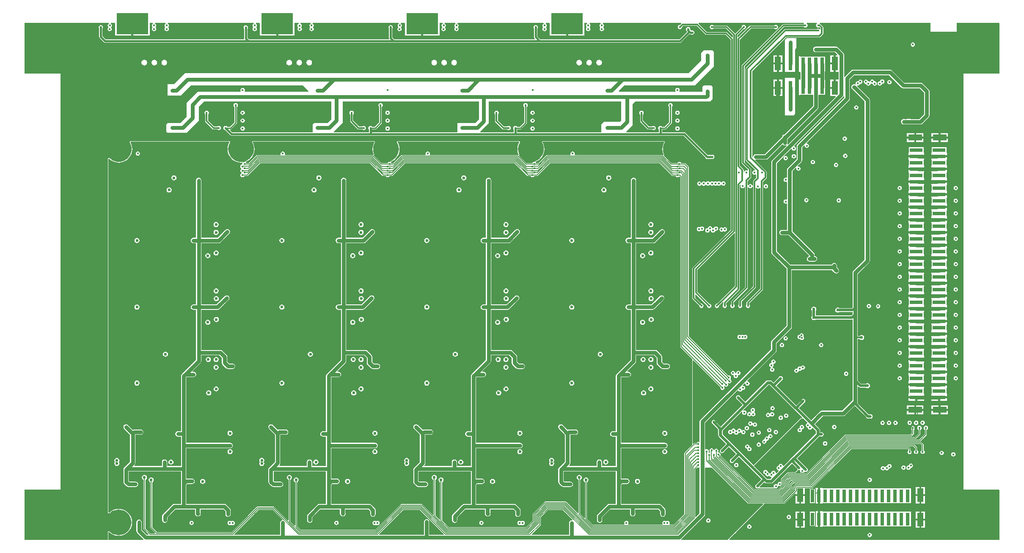
<source format=gbl>
G04*
G04 #@! TF.GenerationSoftware,Altium Limited,Altium Designer,19.1.5 (86)*
G04*
G04 Layer_Physical_Order=4*
G04 Layer_Color=16711680*
%FSLAX25Y25*%
%MOIN*%
G70*
G01*
G75*
%ADD13C,0.01968*%
%ADD14C,0.01181*%
%ADD15C,0.00984*%
%ADD18C,0.02362*%
%ADD144C,0.00039*%
%ADD145C,0.00500*%
%ADD150R,0.04724X0.10630*%
%ADD151R,0.03150X0.09843*%
%ADD159R,0.09843X0.03150*%
%ADD190R,0.03150X0.09843*%
%ADD191R,0.04724X0.10630*%
%ADD192R,0.10630X0.04724*%
%ADD244C,0.01575*%
%ADD245C,0.03150*%
%ADD249C,0.03248*%
%ADD250C,0.19685*%
%ADD251C,0.25591*%
%ADD252R,0.27559X0.27559*%
%ADD253R,0.06693X0.06693*%
%ADD254C,0.07677*%
%ADD255C,0.01772*%
%ADD256C,0.02362*%
%ADD257C,0.02756*%
%ADD258C,0.02953*%
%ADD260R,0.25000X0.16535*%
G36*
X-6612Y374715D02*
X-6856Y374553D01*
X-7226Y373999D01*
X-7356Y373346D01*
X-7226Y372694D01*
X-6856Y372140D01*
X-6302Y371770D01*
X-5650Y371640D01*
X-4997Y371770D01*
X-4619Y372023D01*
X-3809Y371213D01*
Y370369D01*
X-4309Y370218D01*
X-4443Y370419D01*
X-4997Y370789D01*
X-5650Y370919D01*
X-6302Y370789D01*
X-6856Y370419D01*
X-6919Y370324D01*
X-31535D01*
X-31961Y370240D01*
X-32322Y369999D01*
X-32322Y369999D01*
X-62637Y339684D01*
X-62878Y339323D01*
X-62962Y338898D01*
X-62962Y338898D01*
Y267441D01*
X-62962Y267441D01*
X-62878Y267015D01*
X-62637Y266655D01*
X-55391Y259409D01*
X-55637Y258948D01*
X-55945Y259009D01*
X-56598Y258879D01*
X-57151Y258509D01*
X-57521Y257956D01*
X-57651Y257303D01*
X-57521Y256650D01*
X-57151Y256097D01*
X-56598Y255727D01*
X-55945Y255597D01*
X-55292Y255727D01*
X-54899Y255989D01*
X-54399Y255773D01*
Y253236D01*
X-56633Y251003D01*
X-56874Y250642D01*
X-56958Y250217D01*
X-56958Y250217D01*
Y246975D01*
X-57458Y246926D01*
X-57518Y247228D01*
X-57888Y247781D01*
X-58442Y248151D01*
X-59095Y248281D01*
X-59747Y248151D01*
X-60301Y247781D01*
X-60534Y247432D01*
X-61034Y247584D01*
Y250740D01*
X-58800Y252974D01*
X-58800Y252974D01*
X-58559Y253334D01*
X-58475Y253760D01*
Y259862D01*
X-58475Y259862D01*
X-58559Y260288D01*
X-58800Y260648D01*
X-63593Y265441D01*
Y340996D01*
X-32354Y372235D01*
X-16958D01*
X-16895Y372140D01*
X-16342Y371770D01*
X-15689Y371640D01*
X-15036Y371770D01*
X-14483Y372140D01*
X-14113Y372694D01*
X-13983Y373346D01*
X-14113Y373999D01*
X-14483Y374553D01*
X-14726Y374715D01*
X-14574Y375215D01*
X-6764D01*
X-6612Y374715D01*
D02*
G37*
G36*
X-16810D02*
X-17039Y374458D01*
X-32815D01*
X-33240Y374374D01*
X-33601Y374133D01*
X-33601Y374133D01*
X-65491Y342243D01*
X-65732Y341882D01*
X-65817Y341457D01*
X-65817Y341457D01*
Y264980D01*
X-65817Y264980D01*
X-65732Y264555D01*
X-65491Y264194D01*
X-60799Y259503D01*
X-60842Y259079D01*
X-61301Y258849D01*
X-61493Y258978D01*
X-62146Y259108D01*
X-62799Y258978D01*
X-63352Y258608D01*
X-63722Y258054D01*
X-63782Y257753D01*
X-64282Y257802D01*
Y259370D01*
X-64366Y259796D01*
X-64607Y260156D01*
X-64608Y260156D01*
X-67333Y262882D01*
Y362059D01*
X-58437Y370955D01*
X-40187D01*
X-40124Y370861D01*
X-39570Y370491D01*
X-38917Y370361D01*
X-38264Y370491D01*
X-37711Y370861D01*
X-37341Y371414D01*
X-37211Y372067D01*
X-37341Y372720D01*
X-37711Y373273D01*
X-38264Y373643D01*
X-38917Y373773D01*
X-39570Y373643D01*
X-40124Y373273D01*
X-40187Y373179D01*
X-58898D01*
X-58898Y373179D01*
X-59323Y373094D01*
X-59684Y372853D01*
X-59684Y372853D01*
X-68552Y363985D01*
X-69014Y364176D01*
Y365693D01*
X-64324Y370383D01*
X-64213Y370361D01*
X-63560Y370491D01*
X-63006Y370861D01*
X-62637Y371414D01*
X-62507Y372067D01*
X-62637Y372720D01*
X-63006Y373273D01*
X-63560Y373643D01*
X-64213Y373773D01*
X-64865Y373643D01*
X-65419Y373273D01*
X-65789Y372720D01*
X-65919Y372067D01*
X-65896Y371956D01*
X-70912Y366940D01*
X-71169Y366915D01*
X-77107Y372853D01*
X-77468Y373094D01*
X-77894Y373179D01*
X-77894Y373179D01*
X-88140D01*
X-88203Y373273D01*
X-88757Y373643D01*
X-89409Y373773D01*
X-90062Y373643D01*
X-90616Y373273D01*
X-90986Y372720D01*
X-91115Y372067D01*
X-90986Y371414D01*
X-90616Y370861D01*
X-90062Y370491D01*
X-89409Y370361D01*
X-88757Y370491D01*
X-88203Y370861D01*
X-88140Y370955D01*
X-78354D01*
X-72919Y365520D01*
Y364102D01*
X-73381Y363910D01*
X-77304Y367833D01*
X-77665Y368074D01*
X-78091Y368159D01*
X-78091Y368159D01*
X-93378D01*
X-99934Y374715D01*
X-99808Y375134D01*
X-99748Y375215D01*
X-16994Y375215D01*
X-16810Y374715D01*
D02*
G37*
G36*
X-217067Y374862D02*
Y365374D01*
X-204173D01*
Y374823D01*
X-202599D01*
Y365374D01*
X-189705D01*
Y375215D01*
X-187867D01*
X-187715Y374715D01*
X-187958Y374553D01*
X-188328Y373999D01*
X-188458Y373346D01*
X-188328Y372694D01*
X-188062Y372296D01*
X-188057Y371785D01*
X-188100Y371634D01*
X-188426Y371145D01*
X-188556Y370492D01*
X-188426Y369839D01*
X-188057Y369286D01*
X-187503Y368916D01*
X-186850Y368786D01*
X-186197Y368916D01*
X-185644Y369286D01*
X-185274Y369839D01*
X-185144Y370492D01*
X-185274Y371145D01*
X-185540Y371543D01*
X-185545Y372053D01*
X-185502Y372205D01*
X-185176Y372694D01*
X-185046Y373346D01*
X-185176Y373999D01*
X-185546Y374553D01*
X-185789Y374715D01*
X-185637Y375215D01*
X-177089D01*
X-176938Y374715D01*
X-177328Y374454D01*
X-177698Y373901D01*
X-177828Y373248D01*
X-177698Y372595D01*
X-177328Y372042D01*
X-177380Y371475D01*
X-177600Y371145D01*
X-177730Y370492D01*
X-177600Y369839D01*
X-177230Y369286D01*
X-176676Y368916D01*
X-176024Y368786D01*
X-175371Y368916D01*
X-174817Y369286D01*
X-174448Y369839D01*
X-174318Y370492D01*
X-174448Y371145D01*
X-174817Y371698D01*
X-174766Y372266D01*
X-174546Y372595D01*
X-174416Y373248D01*
X-174546Y373901D01*
X-174916Y374454D01*
X-175306Y374715D01*
X-175155Y375215D01*
X-113713Y375215D01*
X-113652Y375134D01*
X-113526Y374715D01*
X-114495Y373747D01*
X-114606Y373769D01*
X-115259Y373639D01*
X-115813Y373269D01*
X-116182Y372716D01*
X-116312Y372063D01*
X-116182Y371410D01*
X-115813Y370857D01*
X-115259Y370487D01*
X-114606Y370357D01*
X-113953Y370487D01*
X-113400Y370857D01*
X-113030Y371410D01*
X-112900Y372063D01*
X-112922Y372174D01*
X-112173Y372923D01*
X-101287D01*
X-94625Y366261D01*
X-94625Y366261D01*
X-94264Y366020D01*
X-93839Y365935D01*
X-78551D01*
X-74600Y361984D01*
Y212268D01*
X-104467Y182400D01*
X-104708Y182040D01*
X-104793Y181614D01*
X-104793Y181614D01*
Y158288D01*
X-104793Y158287D01*
X-104708Y157862D01*
X-104467Y157501D01*
X-99263Y152296D01*
X-99285Y152185D01*
X-99155Y151532D01*
X-98785Y150979D01*
X-98232Y150609D01*
X-97579Y150479D01*
X-96926Y150609D01*
X-96372Y150979D01*
X-96003Y151532D01*
X-95873Y152185D01*
X-96003Y152838D01*
X-96372Y153391D01*
X-96926Y153761D01*
X-97579Y153891D01*
X-97690Y153869D01*
X-102569Y158748D01*
Y161052D01*
X-102107Y161243D01*
X-93160Y152296D01*
X-93182Y152185D01*
X-93053Y151532D01*
X-92683Y150979D01*
X-92129Y150609D01*
X-91476Y150479D01*
X-90824Y150609D01*
X-90270Y150979D01*
X-89900Y151532D01*
X-89770Y152185D01*
X-89900Y152838D01*
X-90270Y153391D01*
X-90824Y153761D01*
X-91476Y153891D01*
X-91588Y153869D01*
X-100805Y163087D01*
Y180540D01*
X-71700Y209646D01*
X-71238Y209454D01*
Y167894D01*
X-81936Y157196D01*
X-81936Y157196D01*
X-85263Y153869D01*
X-85374Y153891D01*
X-86027Y153761D01*
X-86580Y153391D01*
X-86950Y152838D01*
X-87080Y152185D01*
X-86950Y151532D01*
X-86580Y150979D01*
X-86027Y150609D01*
X-85374Y150479D01*
X-84721Y150609D01*
X-84168Y150979D01*
X-83798Y151532D01*
X-83668Y152185D01*
X-83690Y152296D01*
X-80672Y155315D01*
X-80283Y154996D01*
X-80299Y154973D01*
X-80384Y154547D01*
X-80384Y154547D01*
Y153454D01*
X-80478Y153391D01*
X-80848Y152838D01*
X-80978Y152185D01*
X-80848Y151532D01*
X-80478Y150979D01*
X-79924Y150609D01*
X-79272Y150479D01*
X-78619Y150609D01*
X-78065Y150979D01*
X-77696Y151532D01*
X-77566Y152185D01*
X-77696Y152838D01*
X-78065Y153391D01*
X-78160Y153454D01*
Y154087D01*
X-67659Y164588D01*
X-67418Y164948D01*
X-67333Y165374D01*
Y247492D01*
X-66827Y247998D01*
X-66438Y247680D01*
X-66675Y247326D01*
X-66804Y246673D01*
X-66675Y246020D01*
X-66305Y245467D01*
X-65751Y245097D01*
X-65098Y244967D01*
X-64446Y245097D01*
X-63892Y245467D01*
X-63758Y245668D01*
X-63258Y245517D01*
Y167008D01*
X-73956Y156310D01*
X-74197Y155949D01*
X-74281Y155524D01*
X-74281Y155524D01*
Y153454D01*
X-74376Y153391D01*
X-74745Y152838D01*
X-74875Y152185D01*
X-74745Y151532D01*
X-74376Y150979D01*
X-73822Y150609D01*
X-73169Y150479D01*
X-72516Y150609D01*
X-71963Y150979D01*
X-71593Y151532D01*
X-71463Y152185D01*
X-71593Y152838D01*
X-71963Y153391D01*
X-72057Y153454D01*
Y155063D01*
X-61359Y165761D01*
X-61359Y165761D01*
X-61118Y166122D01*
X-61034Y166547D01*
Y245565D01*
X-60534Y245717D01*
X-60301Y245369D01*
X-59747Y244999D01*
X-59095Y244869D01*
X-58442Y244999D01*
X-57888Y245369D01*
X-57518Y245922D01*
X-57458Y246223D01*
X-56958Y246174D01*
Y167606D01*
X-67853Y156711D01*
X-68094Y156351D01*
X-68179Y155925D01*
X-68179Y155925D01*
Y153454D01*
X-68273Y153391D01*
X-68643Y152838D01*
X-68773Y152185D01*
X-68643Y151532D01*
X-68273Y150979D01*
X-67720Y150609D01*
X-67067Y150479D01*
X-66414Y150609D01*
X-65861Y150979D01*
X-65491Y151532D01*
X-65361Y152185D01*
X-65491Y152838D01*
X-65861Y153391D01*
X-65955Y153454D01*
Y155465D01*
X-55060Y166359D01*
X-54819Y166720D01*
X-54734Y167146D01*
Y245074D01*
X-54234Y245226D01*
X-54198Y245172D01*
X-53645Y244802D01*
X-52992Y244672D01*
X-52339Y244802D01*
X-51786Y245172D01*
X-51750Y245226D01*
X-51250Y245074D01*
Y165933D01*
X-61751Y155432D01*
X-61992Y155071D01*
X-62076Y154646D01*
X-62076Y154646D01*
Y153454D01*
X-62171Y153391D01*
X-62541Y152838D01*
X-62671Y152185D01*
X-62541Y151532D01*
X-62171Y150979D01*
X-61617Y150609D01*
X-60965Y150479D01*
X-60312Y150609D01*
X-59758Y150979D01*
X-59388Y151532D01*
X-59259Y152185D01*
X-59388Y152838D01*
X-59758Y153391D01*
X-59853Y153454D01*
Y154185D01*
X-49352Y164686D01*
X-49352Y164686D01*
X-49110Y165047D01*
X-49026Y165472D01*
Y250150D01*
X-46497Y252678D01*
X-46497Y252678D01*
X-46256Y253039D01*
X-46172Y253465D01*
Y257697D01*
X-46172Y257697D01*
X-46256Y258122D01*
X-46497Y258483D01*
X-55176Y267161D01*
X-54929Y267622D01*
X-54764Y267589D01*
X-46791D01*
X-45982Y267750D01*
X-45296Y268209D01*
X-33984Y279521D01*
X-33486Y279471D01*
X-33327Y279233D01*
X-32640Y278774D01*
X-31831Y278613D01*
X-31021Y278774D01*
X-30858Y278883D01*
X-30539Y278495D01*
X-41890Y267144D01*
X-42348Y266458D01*
X-42509Y265649D01*
Y194409D01*
X-42348Y193600D01*
X-41890Y192914D01*
X-30629Y181653D01*
Y136496D01*
X-42086Y125039D01*
X-42545Y124353D01*
X-42706Y123543D01*
Y118022D01*
X-98386Y62342D01*
X-98844Y61656D01*
X-99005Y60847D01*
Y45112D01*
X-99505Y44816D01*
X-100000Y44915D01*
X-100653Y44785D01*
X-101206Y44415D01*
X-101501Y43973D01*
X-103150D01*
X-103442Y43915D01*
X-103690Y43749D01*
X-103690Y43749D01*
X-103957Y43483D01*
X-104419Y43674D01*
X-104419Y109161D01*
X-103957Y109352D01*
X-82646Y88041D01*
X-82749Y87520D01*
X-82619Y86867D01*
X-82250Y86313D01*
X-81696Y85944D01*
X-81043Y85814D01*
X-80390Y85944D01*
X-79837Y86313D01*
X-79467Y86867D01*
X-79337Y87520D01*
X-79467Y88173D01*
X-79824Y88706D01*
X-79773Y88807D01*
X-79658Y88857D01*
X-79321Y88921D01*
X-78842Y88601D01*
X-78189Y88471D01*
X-77536Y88601D01*
X-76983Y88971D01*
X-76613Y89524D01*
X-76483Y90177D01*
X-76613Y90830D01*
X-76670Y90916D01*
X-76310Y91277D01*
X-76283Y91259D01*
X-75630Y91129D01*
X-74977Y91259D01*
X-74424Y91628D01*
X-74054Y92182D01*
X-73924Y92835D01*
X-74054Y93488D01*
X-74424Y94041D01*
X-74629Y94178D01*
X-74898Y94557D01*
X-74757Y94819D01*
X-74546Y95135D01*
X-74416Y95787D01*
X-74546Y96440D01*
X-74916Y96994D01*
X-75469Y97364D01*
X-76122Y97493D01*
X-76643Y97390D01*
X-107641Y128388D01*
Y261634D01*
X-107699Y261927D01*
X-107865Y262175D01*
X-110227Y264537D01*
X-110475Y264703D01*
X-110768Y264761D01*
X-113499D01*
X-113794Y265202D01*
X-114347Y265572D01*
X-115000Y265702D01*
X-115653Y265572D01*
X-116206Y265202D01*
X-116501Y264761D01*
X-121304D01*
X-127160Y270617D01*
X-127074Y271156D01*
X-127016Y271260D01*
X-127012Y271293D01*
X-126989Y271317D01*
Y271495D01*
X-126968Y271672D01*
X-126989Y271698D01*
Y271731D01*
X-127381Y272677D01*
X-127751Y274221D01*
X-127876Y275805D01*
X-127751Y277388D01*
X-127381Y278932D01*
X-126773Y280399D01*
X-126469Y280895D01*
X-126457Y280971D01*
X-126409Y281031D01*
X-126426Y281168D01*
X-126404Y281304D01*
X-126449Y281366D01*
X-126458Y281442D01*
X-126702Y281879D01*
X-126762Y281926D01*
X-126792Y281997D01*
X-126919Y282050D01*
X-127028Y282135D01*
X-127104Y282126D01*
X-127174Y282155D01*
X-222511Y282156D01*
X-222582Y282126D01*
X-222658Y282136D01*
X-222766Y282050D01*
X-222893Y281997D01*
X-222923Y281926D01*
X-222983Y281879D01*
X-223227Y281443D01*
X-223236Y281367D01*
X-223281Y281305D01*
X-223260Y281168D01*
X-223276Y281031D01*
X-223229Y280971D01*
X-223217Y280895D01*
X-222912Y280399D01*
X-222305Y278932D01*
X-221934Y277388D01*
X-221809Y275805D01*
X-221934Y274221D01*
X-222305Y272677D01*
X-222912Y271210D01*
X-223742Y269856D01*
X-224773Y268649D01*
X-225981Y267618D01*
X-227335Y266788D01*
X-228361Y266363D01*
X-228419Y266305D01*
X-228497Y266281D01*
X-228560Y266164D01*
X-228654Y266070D01*
X-228951Y265723D01*
X-229042Y265656D01*
X-229272Y265702D01*
X-229925Y265572D01*
X-230478Y265202D01*
X-230773Y264761D01*
X-235575D01*
X-241241Y270427D01*
X-241254Y271076D01*
X-241212Y271176D01*
X-241135Y271253D01*
Y271359D01*
X-241094Y271458D01*
X-241135Y271558D01*
Y271667D01*
X-241554Y272677D01*
X-241924Y274221D01*
X-242049Y275805D01*
X-241924Y277388D01*
X-241554Y278932D01*
X-240946Y280399D01*
X-240642Y280896D01*
X-240630Y280971D01*
X-240582Y281031D01*
X-240598Y281169D01*
X-240577Y281305D01*
X-240622Y281367D01*
X-240631Y281443D01*
X-240875Y281879D01*
X-240935Y281927D01*
X-240965Y281997D01*
X-241092Y282050D01*
X-241200Y282136D01*
X-241277Y282126D01*
X-241347Y282156D01*
X-336684Y282156D01*
X-336755Y282127D01*
X-336831Y282136D01*
X-336940Y282051D01*
X-337067Y281998D01*
X-337096Y281927D01*
X-337157Y281879D01*
X-337401Y281443D01*
X-337410Y281367D01*
X-337455Y281305D01*
X-337433Y281169D01*
X-337450Y281032D01*
X-337402Y280972D01*
X-337390Y280896D01*
X-337085Y280399D01*
X-336478Y278932D01*
X-336107Y277388D01*
X-335982Y275805D01*
X-336107Y274221D01*
X-336478Y272677D01*
X-337085Y271210D01*
X-337915Y269856D01*
X-338947Y268649D01*
X-340154Y267618D01*
X-341508Y266788D01*
X-342412Y266413D01*
X-342470Y266355D01*
X-342549Y266331D01*
X-342611Y266214D01*
X-342705Y266120D01*
Y266104D01*
X-342812Y265916D01*
X-343131Y265679D01*
X-343248Y265702D01*
X-343901Y265572D01*
X-344454Y265202D01*
X-344749Y264761D01*
X-349552D01*
X-355708Y270917D01*
X-355445Y271228D01*
X-355418Y271310D01*
X-355358Y271371D01*
Y271500D01*
X-355318Y271623D01*
X-355358Y271699D01*
Y271785D01*
X-355727Y272677D01*
X-356098Y274221D01*
X-356222Y275805D01*
X-356098Y277388D01*
X-355727Y278932D01*
X-355119Y280399D01*
X-354815Y280896D01*
X-354803Y280972D01*
X-354755Y281032D01*
X-354771Y281169D01*
X-354750Y281305D01*
X-354795Y281367D01*
X-354804Y281443D01*
X-355048Y281880D01*
X-355108Y281927D01*
X-355138Y281998D01*
X-355265Y282051D01*
X-355373Y282136D01*
X-355450Y282127D01*
X-355520Y282156D01*
X-450858Y282157D01*
X-450929Y282127D01*
X-451005Y282137D01*
X-451113Y282051D01*
X-451240Y281998D01*
X-451270Y281927D01*
X-451330Y281880D01*
X-451574Y281444D01*
X-451583Y281368D01*
X-451628Y281306D01*
X-451607Y281170D01*
X-451623Y281032D01*
X-451576Y280972D01*
X-451564Y280897D01*
X-451259Y280399D01*
X-450651Y278932D01*
X-450280Y277388D01*
X-450156Y275805D01*
X-450280Y274221D01*
X-450651Y272677D01*
X-451259Y271210D01*
X-452088Y269856D01*
X-453120Y268649D01*
X-454327Y267618D01*
X-455681Y266788D01*
X-456707Y266363D01*
X-456765Y266305D01*
X-456843Y266281D01*
X-456906Y266164D01*
X-457000Y266070D01*
X-457298Y265723D01*
X-457388Y265656D01*
X-457618Y265702D01*
X-458271Y265572D01*
X-458545Y265389D01*
X-458580Y265397D01*
X-459070Y265621D01*
X-459187Y265659D01*
X-459285Y265733D01*
X-459376Y265720D01*
X-459464Y265749D01*
X-460276Y265685D01*
X-461859Y265809D01*
X-463403Y266180D01*
X-464870Y266788D01*
X-466224Y267618D01*
X-467431Y268649D01*
X-468463Y269856D01*
X-469292Y271210D01*
X-469900Y272677D01*
X-470271Y274221D01*
X-470396Y275805D01*
X-470271Y277388D01*
X-469900Y278932D01*
X-469292Y280399D01*
X-468988Y280897D01*
X-468975Y280972D01*
X-468928Y281032D01*
X-468944Y281170D01*
X-468923Y281306D01*
X-468968Y281368D01*
X-468977Y281444D01*
X-469221Y281880D01*
X-469281Y281928D01*
X-469311Y281998D01*
X-469438Y282051D01*
X-469546Y282137D01*
X-469623Y282128D01*
X-469693Y282157D01*
X-547216Y282157D01*
X-547287Y282128D01*
X-547363Y282137D01*
X-547472Y282051D01*
X-547599Y281999D01*
X-547628Y281928D01*
X-547688Y281880D01*
X-547933Y281444D01*
X-547942Y281368D01*
X-547987Y281306D01*
X-547965Y281170D01*
X-547982Y281033D01*
X-547934Y280973D01*
X-547922Y280897D01*
X-547617Y280399D01*
X-547009Y278932D01*
X-546638Y277388D01*
X-546514Y275805D01*
X-546638Y274222D01*
X-547009Y272677D01*
X-547617Y271210D01*
X-548447Y269856D01*
X-549478Y268649D01*
X-550686Y267618D01*
X-552039Y266788D01*
X-553507Y266180D01*
X-555051Y265809D01*
X-556634Y265685D01*
X-558217Y265809D01*
X-559761Y266180D01*
X-561228Y266788D01*
X-562582Y267618D01*
X-563790Y268649D01*
X-563825Y268690D01*
X-563930Y268743D01*
X-564010Y268830D01*
X-564107Y268834D01*
X-564194Y268878D01*
X-564306Y268842D01*
X-564424Y268846D01*
X-564893Y268673D01*
X-564979Y268593D01*
X-565088Y268548D01*
X-565125Y268458D01*
X-565197Y268392D01*
X-565202Y268274D01*
X-565247Y268165D01*
X-565248Y-10783D01*
X-565189Y-10924D01*
X-565162Y-11075D01*
X-565112Y-11109D01*
X-565089Y-11165D01*
X-564948Y-11224D01*
X-564821Y-11311D01*
X-564322Y-11420D01*
X-564284Y-11413D01*
X-564249Y-11431D01*
X-564084Y-11377D01*
X-563914Y-11346D01*
X-563892Y-11315D01*
X-563855Y-11303D01*
X-562681Y-10300D01*
X-561327Y-9470D01*
X-559860Y-8862D01*
X-558315Y-8491D01*
X-556732Y-8367D01*
X-555149Y-8491D01*
X-553605Y-8862D01*
X-552138Y-9470D01*
X-550784Y-10300D01*
X-549576Y-11331D01*
X-548545Y-12538D01*
X-547715Y-13892D01*
X-547108Y-15360D01*
X-546737Y-16904D01*
X-546612Y-18487D01*
X-546737Y-20070D01*
X-547108Y-21614D01*
X-547715Y-23081D01*
X-548545Y-24435D01*
X-549576Y-25643D01*
X-550784Y-26674D01*
X-552138Y-27504D01*
X-553605Y-28111D01*
X-555149Y-28482D01*
X-556732Y-28607D01*
X-558315Y-28482D01*
X-559860Y-28111D01*
X-561327Y-27504D01*
X-562681Y-26674D01*
X-563855Y-25671D01*
X-563892Y-25659D01*
X-563914Y-25627D01*
X-564084Y-25596D01*
X-564249Y-25543D01*
X-564284Y-25560D01*
X-564322Y-25553D01*
X-564821Y-25662D01*
X-564948Y-25749D01*
X-565089Y-25808D01*
X-565112Y-25864D01*
X-565162Y-25898D01*
X-565189Y-26049D01*
X-565248Y-26191D01*
X-565248Y-32266D01*
X-565248Y-32266D01*
X-630945Y-32266D01*
X-630945Y7500D01*
X-602598D01*
Y335453D01*
X-630945D01*
X-630945Y375214D01*
X-564705Y375214D01*
X-564591D01*
X-564440Y374714D01*
X-564828Y374454D01*
X-565198Y373901D01*
X-565328Y373248D01*
X-565198Y372595D01*
X-564978Y372266D01*
X-564927Y371698D01*
X-565297Y371145D01*
X-565426Y370492D01*
X-565297Y369839D01*
X-564927Y369286D01*
X-564373Y368916D01*
X-563721Y368786D01*
X-563068Y368916D01*
X-562514Y369286D01*
X-562144Y369839D01*
X-562014Y370492D01*
X-562144Y371145D01*
X-562364Y371475D01*
X-562416Y372042D01*
X-562046Y372595D01*
X-561916Y373248D01*
X-562046Y373901D01*
X-562416Y374454D01*
X-562804Y374714D01*
X-562653Y375214D01*
X-561161D01*
X-559940Y375214D01*
X-559587Y374861D01*
Y365374D01*
X-546693D01*
Y374823D01*
X-545118D01*
Y365374D01*
X-532224D01*
Y375214D01*
X-529847Y375214D01*
X-529696Y374714D01*
X-530084Y374454D01*
X-530454Y373901D01*
X-530584Y373248D01*
X-530454Y372595D01*
X-530084Y372042D01*
X-530135Y371475D01*
X-530356Y371145D01*
X-530485Y370492D01*
X-530356Y369839D01*
X-529986Y369286D01*
X-529432Y368916D01*
X-528780Y368786D01*
X-528127Y368916D01*
X-527573Y369286D01*
X-527203Y369839D01*
X-527073Y370492D01*
X-527203Y371145D01*
X-527573Y371698D01*
X-527522Y372266D01*
X-527302Y372595D01*
X-527172Y373248D01*
X-527302Y373901D01*
X-527672Y374454D01*
X-528060Y374714D01*
X-527909Y375214D01*
X-525433Y375214D01*
X-519808Y375214D01*
X-519656Y374714D01*
X-520045Y374454D01*
X-520415Y373901D01*
X-520545Y373248D01*
X-520415Y372595D01*
X-520045Y372042D01*
Y371698D01*
X-520415Y371145D01*
X-520545Y370492D01*
X-520415Y369839D01*
X-520045Y369286D01*
X-519491Y368916D01*
X-518839Y368786D01*
X-518186Y368916D01*
X-517632Y369286D01*
X-517262Y369839D01*
X-517133Y370492D01*
X-517262Y371145D01*
X-517632Y371698D01*
Y372042D01*
X-517262Y372595D01*
X-517133Y373248D01*
X-517262Y373901D01*
X-517632Y374454D01*
X-518021Y374714D01*
X-517869Y375214D01*
X-517559D01*
X-450417Y375215D01*
X-450266Y374715D01*
X-450655Y374454D01*
X-451025Y373901D01*
X-451155Y373248D01*
X-451025Y372595D01*
X-450774Y372220D01*
X-450694Y371870D01*
X-450774Y371520D01*
X-451025Y371145D01*
X-451155Y370492D01*
X-451025Y369839D01*
X-450655Y369286D01*
X-450102Y368916D01*
X-449449Y368786D01*
X-448796Y368916D01*
X-448243Y369286D01*
X-447873Y369839D01*
X-447743Y370492D01*
X-447873Y371145D01*
X-448123Y371520D01*
X-448203Y371870D01*
X-448123Y372220D01*
X-447873Y372595D01*
X-447743Y373248D01*
X-447873Y373901D01*
X-448243Y374454D01*
X-448632Y374715D01*
X-448480Y375215D01*
X-445767Y375215D01*
X-445413Y374861D01*
Y365374D01*
X-432519D01*
Y374823D01*
X-430945D01*
Y365374D01*
X-418051D01*
Y375215D01*
X-414867Y375215D01*
X-414774Y374760D01*
X-414784Y374715D01*
X-415320Y374356D01*
X-415690Y373802D01*
X-415820Y373150D01*
X-415690Y372497D01*
X-415320Y371943D01*
X-415417Y371407D01*
X-415592Y371145D01*
X-415722Y370492D01*
X-415592Y369839D01*
X-415222Y369286D01*
X-414669Y368916D01*
X-414016Y368786D01*
X-413363Y368916D01*
X-412809Y369286D01*
X-412440Y369839D01*
X-412310Y370492D01*
X-412440Y371145D01*
X-412809Y371698D01*
X-412713Y372235D01*
X-412538Y372497D01*
X-412408Y373150D01*
X-412538Y373802D01*
X-412908Y374356D01*
X-413445Y374715D01*
X-413454Y374760D01*
X-413362Y375215D01*
X-405634Y375215D01*
X-405482Y374715D01*
X-405872Y374454D01*
X-406242Y373901D01*
X-406371Y373248D01*
X-406242Y372595D01*
X-405991Y372220D01*
X-405911Y371870D01*
X-405991Y371520D01*
X-406242Y371145D01*
X-406371Y370492D01*
X-406242Y369839D01*
X-405872Y369286D01*
X-405318Y368916D01*
X-404665Y368786D01*
X-404012Y368916D01*
X-403459Y369286D01*
X-403089Y369839D01*
X-402959Y370492D01*
X-403089Y371145D01*
X-403340Y371520D01*
X-403420Y371870D01*
X-403340Y372220D01*
X-403089Y372595D01*
X-402959Y373248D01*
X-403089Y373901D01*
X-403459Y374454D01*
X-403849Y374715D01*
X-403697Y375215D01*
X-336243Y375215D01*
X-336092Y374715D01*
X-336482Y374454D01*
X-336852Y373901D01*
X-336982Y373248D01*
X-336852Y372595D01*
X-336631Y372266D01*
X-336580Y371698D01*
X-336950Y371145D01*
X-337080Y370492D01*
X-336950Y369839D01*
X-336580Y369286D01*
X-336027Y368916D01*
X-335374Y368786D01*
X-334721Y368916D01*
X-334168Y369286D01*
X-333798Y369839D01*
X-333668Y370492D01*
X-333798Y371145D01*
X-334018Y371475D01*
X-334069Y372042D01*
X-333699Y372595D01*
X-333570Y373248D01*
X-333699Y373901D01*
X-334069Y374454D01*
X-334459Y374715D01*
X-334308Y375215D01*
X-331594Y375215D01*
X-331240Y374862D01*
Y365374D01*
X-318346D01*
Y374823D01*
X-316772D01*
Y365374D01*
X-303878D01*
Y375215D01*
X-301598Y375215D01*
X-301446Y374715D01*
X-301836Y374454D01*
X-302206Y373901D01*
X-302336Y373248D01*
X-302206Y372595D01*
X-301986Y372266D01*
X-301935Y371698D01*
X-302305Y371145D01*
X-302434Y370492D01*
X-302305Y369839D01*
X-301935Y369286D01*
X-301381Y368916D01*
X-300728Y368786D01*
X-300076Y368916D01*
X-299522Y369286D01*
X-299152Y369839D01*
X-299022Y370492D01*
X-299152Y371145D01*
X-299372Y371475D01*
X-299424Y372042D01*
X-299054Y372595D01*
X-298924Y373248D01*
X-299054Y373901D01*
X-299424Y374454D01*
X-299814Y374715D01*
X-299662Y375215D01*
X-291559Y375215D01*
X-291407Y374715D01*
X-291797Y374454D01*
X-292167Y373901D01*
X-292297Y373248D01*
X-292167Y372595D01*
X-291916Y372220D01*
X-291836Y371870D01*
X-291916Y371520D01*
X-292167Y371145D01*
X-292297Y370492D01*
X-292167Y369839D01*
X-291797Y369286D01*
X-291243Y368916D01*
X-290591Y368786D01*
X-289938Y368916D01*
X-289384Y369286D01*
X-289014Y369839D01*
X-288884Y370492D01*
X-289014Y371145D01*
X-289265Y371520D01*
X-289345Y371870D01*
X-289265Y372220D01*
X-289014Y372595D01*
X-288884Y373248D01*
X-289014Y373901D01*
X-289384Y374454D01*
X-289774Y374715D01*
X-289623Y375215D01*
X-222070Y375215D01*
X-221918Y374715D01*
X-222309Y374454D01*
X-222678Y373901D01*
X-222808Y373248D01*
X-222678Y372595D01*
X-222458Y372266D01*
X-222407Y371698D01*
X-222777Y371145D01*
X-222907Y370492D01*
X-222777Y369839D01*
X-222407Y369286D01*
X-221854Y368916D01*
X-221201Y368786D01*
X-220548Y368916D01*
X-219994Y369286D01*
X-219625Y369839D01*
X-219495Y370492D01*
X-219625Y371145D01*
X-219845Y371475D01*
X-219896Y372042D01*
X-219526Y372595D01*
X-219396Y373248D01*
X-219526Y373901D01*
X-219896Y374454D01*
X-220287Y374715D01*
X-220135Y375215D01*
X-217421Y375216D01*
X-217067Y374862D01*
D02*
G37*
G36*
X137264Y374863D02*
X137264Y335453D01*
X108917D01*
Y7500D01*
X136803D01*
X137262Y7000D01*
X137262Y-32267D01*
X-75631Y-32267D01*
X-75822Y-31805D01*
X-71328Y-27311D01*
X-71099Y-27265D01*
X-70546Y-26895D01*
X-70176Y-26342D01*
X-70130Y-26113D01*
X-48550Y-4532D01*
X-48509Y-4433D01*
X-48433Y-4357D01*
Y-4249D01*
X-48392Y-4149D01*
X-48244Y-3877D01*
X-48038Y-3687D01*
X-32233D01*
X-31940Y-3629D01*
X-31692Y-3463D01*
X-23828Y4400D01*
X-23366Y4209D01*
Y3760D01*
X-19823D01*
X-16280D01*
Y8407D01*
X-12780D01*
X-12362Y8209D01*
X-12362Y7907D01*
Y-3209D01*
X-7756D01*
Y-3602D01*
X-5787D01*
Y2500D01*
Y8602D01*
X-7756D01*
Y8209D01*
X-9704D01*
X-9827Y8401D01*
X-9895Y8709D01*
X20663Y39267D01*
X65459D01*
X65672Y39053D01*
Y38411D01*
X65231Y38116D01*
X64861Y37562D01*
X64731Y36909D01*
X64861Y36257D01*
X65231Y35703D01*
X65784Y35333D01*
X66437Y35203D01*
X67090Y35333D01*
X67643Y35703D01*
X68013Y36257D01*
X68143Y36909D01*
X68013Y37562D01*
X67643Y38116D01*
X67202Y38411D01*
Y39370D01*
X67143Y39663D01*
X66978Y39911D01*
X66978Y39911D01*
X66316Y40572D01*
X66068Y40738D01*
X65923Y40767D01*
X65973Y41267D01*
X69643D01*
X70790Y40119D01*
Y38411D01*
X70349Y38116D01*
X69979Y37562D01*
X69849Y36909D01*
X69979Y36257D01*
X70349Y35703D01*
X70902Y35333D01*
X71555Y35203D01*
X72208Y35333D01*
X72761Y35703D01*
X73131Y36257D01*
X73261Y36909D01*
X73131Y37562D01*
X72761Y38116D01*
X72320Y38411D01*
Y40436D01*
X72262Y40729D01*
X72096Y40977D01*
X70500Y42572D01*
X70253Y42738D01*
X70108Y42767D01*
X70157Y43267D01*
X75140D01*
X75909Y42498D01*
Y38411D01*
X75467Y38116D01*
X75097Y37562D01*
X74967Y36909D01*
X75097Y36257D01*
X75467Y35703D01*
X76020Y35333D01*
X76673Y35203D01*
X77326Y35333D01*
X77880Y35703D01*
X78249Y36257D01*
X78379Y36909D01*
X78249Y37562D01*
X77880Y38116D01*
X77438Y38411D01*
Y42815D01*
X77438Y42815D01*
X77380Y43108D01*
X77214Y43356D01*
X75997Y44572D01*
X75749Y44738D01*
X75457Y44796D01*
X74575D01*
X74526Y45296D01*
X74671Y45325D01*
X74919Y45491D01*
X79773Y50345D01*
X79939Y50593D01*
X79997Y50886D01*
Y54502D01*
X80439Y54798D01*
X80808Y55351D01*
X80938Y56004D01*
X80808Y56657D01*
X80439Y57210D01*
X79885Y57580D01*
X79232Y57710D01*
X78579Y57580D01*
X78026Y57210D01*
X77656Y56657D01*
X77526Y56004D01*
X77656Y55351D01*
X78026Y54798D01*
X78468Y54502D01*
Y51203D01*
X74061Y46796D01*
X70965D01*
X70915Y47296D01*
X71060Y47325D01*
X71308Y47491D01*
X74655Y50837D01*
X74821Y51085D01*
X74879Y51378D01*
Y54502D01*
X75321Y54798D01*
X75690Y55351D01*
X75820Y56004D01*
X75690Y56657D01*
X75321Y57210D01*
X74767Y57580D01*
X74114Y57710D01*
X73461Y57580D01*
X72908Y57210D01*
X72538Y56657D01*
X72408Y56004D01*
X72538Y55351D01*
X72908Y54798D01*
X73349Y54502D01*
Y51695D01*
X70451Y48796D01*
X67551D01*
X67502Y49296D01*
X67647Y49325D01*
X67895Y49491D01*
X69537Y51133D01*
X69703Y51381D01*
X69761Y51673D01*
X69761Y51673D01*
Y54502D01*
X70202Y54798D01*
X70572Y55351D01*
X70702Y56004D01*
X70572Y56657D01*
X70202Y57210D01*
X69649Y57580D01*
X68996Y57710D01*
X68343Y57580D01*
X67790Y57210D01*
X67420Y56657D01*
X67290Y56004D01*
X67420Y55351D01*
X67790Y54798D01*
X68231Y54502D01*
Y51990D01*
X67038Y50796D01*
X16075D01*
X15782Y50738D01*
X15534Y50572D01*
X-14998Y20040D01*
X-17055D01*
X-17207Y20540D01*
X-16904Y20742D01*
X-16636Y21143D01*
X-16376Y21331D01*
X-16001Y21415D01*
X-15551Y21326D01*
X-14898Y21455D01*
X-14345Y21825D01*
X-13975Y22379D01*
X-13845Y23031D01*
X-13975Y23684D01*
X-14345Y24238D01*
X-14898Y24608D01*
X-15009Y24630D01*
X-22275Y31896D01*
X-4801Y49369D01*
X-3663D01*
X-3569Y49307D01*
X-2916Y49177D01*
X-2264Y49307D01*
X-1710Y49676D01*
X-1340Y50230D01*
X-1210Y50883D01*
X-1340Y51536D01*
X-1710Y52089D01*
X-2264Y52459D01*
X-2916Y52589D01*
X-3569Y52459D01*
X-3663Y52396D01*
X-4191D01*
Y54275D01*
X-4322Y54931D01*
X-4693Y55487D01*
X-8238Y59031D01*
X-2887Y64383D01*
X-2887Y64383D01*
X-2887Y64383D01*
X-1944Y65325D01*
X14134D01*
X14943Y65487D01*
X15630Y65945D01*
X22918Y73233D01*
X23453Y73127D01*
X32063Y64517D01*
X32085Y64406D01*
X32455Y63853D01*
X33009Y63483D01*
X33661Y63353D01*
X34314Y63483D01*
X34408Y63546D01*
X34785D01*
X34879Y63483D01*
X35531Y63353D01*
X36184Y63483D01*
X36738Y63853D01*
X37108Y64406D01*
X37238Y65059D01*
X37108Y65712D01*
X36738Y66265D01*
X36184Y66635D01*
X35531Y66765D01*
X34879Y66635D01*
X34785Y66572D01*
X34408D01*
X34314Y66635D01*
X34203Y66657D01*
X25600Y75261D01*
Y76791D01*
Y88418D01*
X26062Y88609D01*
X26468Y88203D01*
X26468Y88203D01*
X26959Y87875D01*
X27538Y87760D01*
X27538Y87760D01*
X31901D01*
X32412Y87419D01*
X33180Y87266D01*
X33948Y87419D01*
X34599Y87854D01*
X35034Y88505D01*
X35187Y89273D01*
X35034Y90041D01*
X34599Y90693D01*
X33948Y91128D01*
X33180Y91280D01*
X32412Y91128D01*
X31901Y90787D01*
X28165D01*
X25600Y93352D01*
Y126172D01*
X26978D01*
X27183Y125864D01*
X27834Y125429D01*
X28602Y125276D01*
X29370Y125429D01*
X30022Y125864D01*
X30457Y126515D01*
X30609Y127284D01*
X30457Y128051D01*
X30022Y128703D01*
X29370Y129138D01*
X28602Y129291D01*
X27834Y129138D01*
X27183Y128703D01*
X26978Y128395D01*
X25600D01*
Y145197D01*
Y150775D01*
Y177392D01*
X34527Y186319D01*
X34986Y187005D01*
X35147Y187815D01*
Y314491D01*
X34986Y315300D01*
X34527Y315986D01*
X28820Y321694D01*
X26314Y324199D01*
X25051Y325462D01*
X25298Y325923D01*
X25551Y325873D01*
X26204Y326003D01*
X26757Y326372D01*
X27127Y326926D01*
X27192Y327253D01*
X27615Y327169D01*
X28268Y327298D01*
X28821Y327668D01*
X29191Y328222D01*
X29321Y328875D01*
X29191Y329527D01*
X28821Y330081D01*
X28268Y330451D01*
X27615Y330581D01*
X26962Y330451D01*
X26409Y330081D01*
X26039Y329527D01*
X25974Y329201D01*
X25551Y329285D01*
X24898Y329155D01*
X24345Y328785D01*
X23975Y328232D01*
X23845Y327579D01*
X23943Y327089D01*
X23527Y326765D01*
X23509Y326777D01*
X22699Y326938D01*
X22598D01*
X21789Y326777D01*
X21103Y326319D01*
X20644Y325632D01*
X20483Y324823D01*
X20644Y324013D01*
X21103Y323327D01*
X21407Y323124D01*
X23323Y321208D01*
X25828Y318702D01*
X30916Y313614D01*
Y188691D01*
X21988Y179764D01*
X21530Y179077D01*
X21369Y178268D01*
Y150800D01*
X20987Y150419D01*
X11144D01*
X10634Y150760D01*
X9866Y150912D01*
X9098Y150760D01*
X8446Y150324D01*
X8011Y149673D01*
X7859Y148905D01*
X8011Y148137D01*
X8446Y147486D01*
X9098Y147051D01*
X9866Y146898D01*
X10634Y147051D01*
X11144Y147392D01*
X21369D01*
Y145222D01*
X20665Y144518D01*
X-7510D01*
Y148274D01*
X-7161Y148796D01*
X-7008Y149565D01*
X-7161Y150333D01*
X-7596Y150984D01*
X-8247Y151419D01*
X-9015Y151572D01*
X-9783Y151419D01*
X-10434Y150984D01*
X-10869Y150333D01*
X-11022Y149565D01*
X-10869Y148796D01*
X-10537Y148299D01*
Y144283D01*
X-10878Y143772D01*
X-11030Y143004D01*
X-10878Y142236D01*
X-10443Y141585D01*
X-9792Y141150D01*
X-9023Y140997D01*
X-8255Y141150D01*
X-7745Y141491D01*
X21292D01*
X21292Y141491D01*
X21369Y141428D01*
Y127579D01*
Y93327D01*
Y77668D01*
X13258Y69556D01*
X-2820D01*
X-3630Y69395D01*
X-4316Y68937D01*
X-5878Y67374D01*
X-11230Y62023D01*
X-20809Y71602D01*
X-16823Y75587D01*
X-16712Y75609D01*
X-16159Y75979D01*
X-15789Y76533D01*
X-15659Y77186D01*
X-15789Y77838D01*
X-16159Y78392D01*
X-16712Y78762D01*
X-17365Y78892D01*
X-18018Y78762D01*
X-18572Y78392D01*
X-18941Y77838D01*
X-18963Y77728D01*
X-22949Y73742D01*
X-38624Y89417D01*
X-34638Y93402D01*
X-34527Y93424D01*
X-33974Y93794D01*
X-33604Y94348D01*
X-33474Y95001D01*
X-33604Y95653D01*
X-33974Y96207D01*
X-34527Y96577D01*
X-35180Y96707D01*
X-35833Y96577D01*
X-36386Y96207D01*
X-36756Y95653D01*
X-36778Y95543D01*
X-40764Y91557D01*
X-42064Y92858D01*
X-42621Y93229D01*
X-43277Y93360D01*
X-45492D01*
X-46148Y93229D01*
X-46704Y92858D01*
X-63064Y76498D01*
X-67145Y80578D01*
X-67167Y80689D01*
X-67537Y81243D01*
X-68090Y81612D01*
X-68743Y81742D01*
X-69396Y81612D01*
X-69950Y81243D01*
X-70319Y80689D01*
X-70449Y80036D01*
X-70319Y79383D01*
X-69950Y78830D01*
X-69396Y78460D01*
X-69285Y78438D01*
X-65205Y74357D01*
X-82406Y57156D01*
X-86338Y61088D01*
X-86360Y61199D01*
X-86730Y61752D01*
X-87283Y62122D01*
X-87936Y62252D01*
X-88589Y62122D01*
X-89142Y61752D01*
X-89512Y61199D01*
X-89642Y60546D01*
X-89512Y59893D01*
X-89142Y59339D01*
X-88589Y58970D01*
X-88478Y58947D01*
X-84391Y54861D01*
Y50295D01*
X-84261Y49639D01*
X-83889Y49083D01*
X-78053Y43247D01*
X-81884Y39416D01*
X-81994Y39394D01*
X-82548Y39024D01*
X-82918Y38471D01*
X-83048Y37818D01*
X-82918Y37165D01*
X-82548Y36612D01*
X-81994Y36242D01*
X-81342Y36112D01*
X-80689Y36242D01*
X-80135Y36612D01*
X-79765Y37165D01*
X-79743Y37276D01*
X-75913Y41107D01*
X-70284Y35478D01*
X-74116Y31646D01*
X-74227Y31624D01*
X-74780Y31254D01*
X-75150Y30701D01*
X-75280Y30048D01*
X-75150Y29395D01*
X-74780Y28842D01*
X-74227Y28472D01*
X-73574Y28342D01*
X-72921Y28472D01*
X-72368Y28842D01*
X-71998Y29395D01*
X-71976Y29506D01*
X-68144Y33338D01*
X-50191Y15385D01*
X-54023Y11553D01*
X-54134Y11531D01*
X-54688Y11162D01*
X-55057Y10608D01*
X-55187Y9955D01*
X-55057Y9302D01*
X-54688Y8749D01*
X-54134Y8379D01*
X-54104Y8373D01*
X-54153Y7873D01*
X-55925D01*
X-82492Y34440D01*
X-82389Y34961D01*
X-82518Y35614D01*
X-82888Y36167D01*
X-83442Y36537D01*
X-84095Y36667D01*
X-84137Y36658D01*
X-84438Y37108D01*
X-84349Y37241D01*
X-84219Y37894D01*
X-84349Y38547D01*
X-84719Y39100D01*
X-85272Y39470D01*
X-85925Y39600D01*
X-86578Y39470D01*
X-87132Y39100D01*
X-87440Y38638D01*
X-87816Y38645D01*
X-87961Y38691D01*
X-87991Y38842D01*
X-88361Y39395D01*
X-88914Y39765D01*
X-89567Y39895D01*
X-90220Y39765D01*
X-90773Y39395D01*
X-91143Y38842D01*
X-91273Y38189D01*
X-91143Y37536D01*
X-90829Y37066D01*
X-90806Y36814D01*
X-90808Y36802D01*
X-91347Y36444D01*
X-91476Y36470D01*
X-91594Y36446D01*
X-91803Y36697D01*
X-91919Y36892D01*
X-91798Y37500D01*
X-91928Y38153D01*
X-92298Y38706D01*
X-92851Y39076D01*
X-93504Y39206D01*
X-94157Y39076D01*
X-94274Y38998D01*
X-94774Y39265D01*
Y59970D01*
X-69105Y85640D01*
X-68526Y85511D01*
X-68273Y85132D01*
X-67720Y84763D01*
X-67067Y84633D01*
X-66414Y84763D01*
X-65861Y85132D01*
X-65491Y85686D01*
X-64946Y85862D01*
X-64705Y85814D01*
X-64052Y85944D01*
X-63498Y86313D01*
X-63129Y86867D01*
X-62999Y87520D01*
X-63129Y88173D01*
X-63498Y88726D01*
X-64052Y89096D01*
X-64705Y89226D01*
X-64838Y89199D01*
X-65085Y89660D01*
X-63523Y91222D01*
X-63062Y90975D01*
X-63064Y90965D01*
X-62934Y90312D01*
X-62565Y89758D01*
X-62011Y89388D01*
X-61358Y89259D01*
X-60705Y89388D01*
X-60152Y89758D01*
X-59782Y90312D01*
X-59652Y90965D01*
X-59782Y91617D01*
X-60152Y92171D01*
X-60705Y92541D01*
X-61358Y92671D01*
X-61369Y92668D01*
X-61615Y93129D01*
X-39095Y115650D01*
X-38636Y116336D01*
X-38475Y117146D01*
Y122667D01*
X-27018Y134124D01*
X-26559Y134810D01*
X-26398Y135620D01*
Y180414D01*
X5255D01*
X7225Y178445D01*
X7911Y177987D01*
X8721Y177825D01*
X9530Y177987D01*
X10216Y178445D01*
X10675Y179131D01*
X10836Y179941D01*
Y180060D01*
X10675Y180869D01*
X10216Y181556D01*
X9812Y181960D01*
X9163Y182658D01*
Y183878D01*
X9002Y184687D01*
X8543Y185374D01*
X8445Y185472D01*
X7758Y185931D01*
X6949Y186092D01*
X6139Y185931D01*
X5453Y185472D01*
X4994Y184786D01*
X4966Y184645D01*
X-27638D01*
X-38278Y195286D01*
Y264772D01*
X-32895Y270156D01*
X-32507Y269837D01*
X-32816Y269373D01*
X-32946Y268721D01*
X-32816Y268068D01*
X-32447Y267514D01*
X-31893Y267144D01*
X-31240Y267015D01*
X-30587Y267144D01*
X-30034Y267514D01*
X-29664Y268068D01*
X-29534Y268721D01*
X-29664Y269373D01*
X-30034Y269927D01*
X-30587Y270297D01*
X-31240Y270427D01*
X-31893Y270297D01*
X-32357Y269987D01*
X-32675Y270375D01*
X-27007Y276043D01*
X-26465Y275879D01*
X-26419Y275646D01*
X-26049Y275093D01*
X-25495Y274723D01*
X-24843Y274593D01*
X-24190Y274723D01*
X-23636Y275093D01*
X-23266Y275646D01*
X-23136Y276299D01*
X-23266Y276952D01*
X-23636Y277505D01*
X-24190Y277875D01*
X-24422Y277922D01*
X-24586Y278464D01*
X14153Y317204D01*
X14471Y317680D01*
X14971Y317528D01*
Y316447D01*
X-21870Y279606D01*
X-22329Y278919D01*
X-22490Y278110D01*
Y267962D01*
X-29586Y260866D01*
X-30045Y260180D01*
X-30206Y259370D01*
Y253471D01*
X-30706Y253194D01*
X-31240Y253300D01*
X-31893Y253171D01*
X-32447Y252801D01*
X-32816Y252247D01*
X-32946Y251594D01*
X-32816Y250942D01*
X-32447Y250388D01*
X-31893Y250018D01*
X-31240Y249888D01*
X-30706Y249995D01*
X-30206Y249718D01*
Y236345D01*
X-30706Y236068D01*
X-31240Y236175D01*
X-31893Y236045D01*
X-32447Y235675D01*
X-32816Y235121D01*
X-32946Y234469D01*
X-32816Y233816D01*
X-32447Y233262D01*
X-31893Y232892D01*
X-31240Y232763D01*
X-30706Y232869D01*
X-30206Y232592D01*
Y212175D01*
X-34095D01*
X-34904Y212014D01*
X-35590Y211555D01*
X-36049Y210869D01*
X-36210Y210059D01*
X-36049Y209249D01*
X-35590Y208563D01*
X-34904Y208105D01*
X-34095Y207944D01*
X-29075D01*
X-28985Y207962D01*
X-12857Y191834D01*
X-13022Y191291D01*
X-13250Y191246D01*
X-13937Y190787D01*
X-14395Y190101D01*
X-14556Y189291D01*
X-14395Y188482D01*
X-13937Y187795D01*
X-13250Y187337D01*
X-12441Y187176D01*
X-8602D01*
X-7793Y187337D01*
X-7107Y187795D01*
X-7008Y187894D01*
X-6549Y188580D01*
X-6389Y189390D01*
X-6549Y190199D01*
X-7008Y190886D01*
X-7694Y191344D01*
X-8357Y191476D01*
Y192441D01*
X-8518Y193251D01*
X-8977Y193937D01*
X-25975Y210935D01*
Y258494D01*
X-23268Y261201D01*
X-22807Y260955D01*
X-22907Y260453D01*
X-22777Y259800D01*
X-22407Y259246D01*
X-21854Y258877D01*
X-21201Y258747D01*
X-20548Y258877D01*
X-19995Y259246D01*
X-19625Y259800D01*
X-19495Y260453D01*
X-19625Y261106D01*
X-19995Y261659D01*
X-20548Y262029D01*
X-21201Y262159D01*
X-21703Y262059D01*
X-21949Y262520D01*
X-18879Y265590D01*
X-18420Y266277D01*
X-18259Y267086D01*
Y277234D01*
X-16771Y278721D01*
X-16310Y278475D01*
X-16312Y278465D01*
X-16183Y277812D01*
X-15813Y277258D01*
X-15259Y276888D01*
X-14606Y276759D01*
X-13953Y276888D01*
X-13400Y277258D01*
X-13030Y277812D01*
X-12900Y278465D01*
X-13030Y279117D01*
X-13400Y279671D01*
X-13953Y280041D01*
X-14606Y280171D01*
X-14617Y280169D01*
X-14863Y280629D01*
X18583Y314075D01*
X19041Y314761D01*
X19202Y315571D01*
Y330738D01*
X22589Y334125D01*
X50167D01*
X59882Y324410D01*
X60568Y323951D01*
X61378Y323790D01*
X74380D01*
X77865Y320305D01*
Y303258D01*
X74084Y299478D01*
X67483D01*
X66988Y299576D01*
X64429D01*
X63934Y299478D01*
X62365D01*
X61870Y299576D01*
X61061Y299415D01*
X60374Y298956D01*
X60276Y298858D01*
X59817Y298172D01*
X59656Y297362D01*
X59817Y296553D01*
X60276Y295866D01*
X60962Y295408D01*
X61772Y295247D01*
X64331D01*
X64825Y295345D01*
X66592D01*
X67087Y295247D01*
X74961D01*
X75770Y295408D01*
X76456Y295866D01*
X81476Y300886D01*
X81935Y301572D01*
X82096Y302382D01*
Y321181D01*
X81935Y321991D01*
X81476Y322677D01*
X76752Y327401D01*
X76065Y327860D01*
X75256Y328021D01*
X62254D01*
X52539Y337736D01*
X51853Y338195D01*
X51043Y338356D01*
X21713D01*
X20903Y338195D01*
X20217Y337736D01*
X15591Y333110D01*
X15273Y332634D01*
X14773Y332786D01*
Y350217D01*
X14612Y351026D01*
X14153Y351712D01*
X9921Y355945D01*
X9235Y356403D01*
X8425Y356564D01*
X-7520D01*
X-8329Y356403D01*
X-9015Y355945D01*
X-9474Y355258D01*
X-9635Y354449D01*
X-9474Y353639D01*
X-9015Y352953D01*
X-8329Y352494D01*
X-7520Y352333D01*
X7549D01*
X9597Y350285D01*
X9406Y349823D01*
X8169D01*
Y343327D01*
Y336831D01*
X10542D01*
Y330532D01*
X8169D01*
Y324036D01*
X7382D01*
Y323248D01*
X3839D01*
Y317539D01*
X7852D01*
X8044Y317077D01*
X-29597Y279437D01*
X-29985Y279756D01*
X-29876Y279919D01*
X-29715Y280728D01*
Y283789D01*
X-6004Y307500D01*
X-5546Y308187D01*
X-5385Y308996D01*
Y318401D01*
X-5138Y318799D01*
X-4862D01*
Y318799D01*
X-138D01*
Y330217D01*
X-385D01*
Y333681D01*
Y337146D01*
X-138D01*
Y348563D01*
X-4862D01*
Y348563D01*
X-5138D01*
Y348563D01*
X-9862D01*
Y348563D01*
X-10138D01*
Y348563D01*
X-14638D01*
X-15000Y348563D01*
X-15362Y348563D01*
X-19744D01*
Y348957D01*
X-22972D01*
X-22972Y363405D01*
X-30320D01*
X-31831Y361895D01*
X-31831Y336831D01*
X-25256D01*
Y336752D01*
X-23287D01*
Y336831D01*
X-22972D01*
Y342854D01*
X-21713D01*
Y336752D01*
X-19744D01*
X-19615Y336305D01*
Y331057D01*
X-19744Y330610D01*
X-21713D01*
Y324508D01*
Y318406D01*
X-19744D01*
Y318799D01*
X-15362D01*
X-15138Y318799D01*
X-14638Y318799D01*
X-10138D01*
Y318799D01*
X-9862Y318799D01*
X-9615Y318401D01*
Y309872D01*
X-32065Y287423D01*
X-32640Y287309D01*
X-33327Y286850D01*
X-33785Y286164D01*
X-33900Y285588D01*
X-47668Y271820D01*
X-54764D01*
X-55573Y271659D01*
X-56260Y271201D01*
X-56718Y270514D01*
X-56870Y269754D01*
X-57062Y269622D01*
X-57347Y269493D01*
X-57589Y269678D01*
Y337158D01*
X-30681Y364065D01*
X-4567D01*
X-4567Y364065D01*
X-4141Y364150D01*
X-3781Y364391D01*
X-1911Y366261D01*
X-1911Y366261D01*
X-1670Y366622D01*
X-1585Y367047D01*
Y371673D01*
X-1670Y372099D01*
X-1911Y372460D01*
X-1911Y372460D01*
X-3584Y374133D01*
X-3945Y374374D01*
X-4310Y374446D01*
X-4515Y374715D01*
X-4302Y375215D01*
X82933Y375215D01*
X82933Y368327D01*
X103405Y368327D01*
X103412Y375210D01*
X136910Y375217D01*
X137264Y374863D01*
D02*
G37*
G36*
X-355520Y281615D02*
X-355276Y281179D01*
X-355603Y280645D01*
X-356243Y279100D01*
X-356634Y277473D01*
X-356765Y275805D01*
X-356634Y274137D01*
X-356243Y272510D01*
X-355857Y271578D01*
X-356221Y271149D01*
X-356266Y271158D01*
X-425596D01*
X-425789Y271520D01*
X-425815Y271658D01*
X-425696Y272261D01*
X-425825Y272914D01*
X-426195Y273468D01*
X-426749Y273837D01*
X-427402Y273967D01*
X-428054Y273837D01*
X-428608Y273468D01*
X-428978Y272914D01*
X-429108Y272261D01*
X-428988Y271658D01*
X-429014Y271520D01*
X-429207Y271158D01*
X-447480D01*
X-447773Y271100D01*
X-448021Y270934D01*
X-454195Y264761D01*
X-456117D01*
X-456412Y265202D01*
X-456556Y265299D01*
X-456500Y265863D01*
X-455435Y266304D01*
X-454008Y267178D01*
X-452736Y268265D01*
X-451649Y269537D01*
X-450775Y270964D01*
X-450135Y272510D01*
X-449744Y274137D01*
X-449613Y275805D01*
X-449744Y277473D01*
X-450135Y279100D01*
X-450775Y280645D01*
X-451102Y281179D01*
X-450858Y281616D01*
X-355520Y281615D01*
D02*
G37*
G36*
X-127174Y281614D02*
X-126930Y281178D01*
X-127257Y280645D01*
X-127897Y279100D01*
X-128287Y277473D01*
X-128419Y275805D01*
X-128287Y274137D01*
X-127897Y272510D01*
X-127489Y271524D01*
X-127547Y271420D01*
X-127866Y271128D01*
X-128018Y271158D01*
X-197249D01*
X-197443Y271520D01*
X-197469Y271658D01*
X-197349Y272261D01*
X-197479Y272914D01*
X-197849Y273468D01*
X-198402Y273837D01*
X-199055Y273967D01*
X-199708Y273837D01*
X-200261Y273468D01*
X-200631Y272914D01*
X-200761Y272261D01*
X-200641Y271658D01*
X-200668Y271520D01*
X-200861Y271158D01*
X-219232D01*
X-219525Y271100D01*
X-219773Y270934D01*
X-225947Y264761D01*
X-227770D01*
X-228065Y265202D01*
X-228209Y265299D01*
X-228154Y265863D01*
X-227088Y266304D01*
X-225662Y267178D01*
X-224389Y268265D01*
X-223303Y269537D01*
X-222428Y270964D01*
X-221788Y272510D01*
X-221398Y274137D01*
X-221266Y275805D01*
X-221398Y277473D01*
X-221788Y279100D01*
X-222428Y280645D01*
X-222755Y281178D01*
X-222511Y281615D01*
X-127174Y281614D01*
D02*
G37*
G36*
X-241347Y281615D02*
X-241103Y281178D01*
X-241430Y280645D01*
X-242070Y279100D01*
X-242461Y277473D01*
X-242592Y275805D01*
X-242461Y274137D01*
X-242070Y272510D01*
X-241635Y271460D01*
X-241901Y271196D01*
X-242030Y271107D01*
X-242290Y271158D01*
X-311423D01*
X-311616Y271520D01*
X-311642Y271658D01*
X-311522Y272261D01*
X-311652Y272914D01*
X-312022Y273468D01*
X-312576Y273837D01*
X-313228Y273967D01*
X-313881Y273837D01*
X-314435Y273468D01*
X-314805Y272914D01*
X-314934Y272261D01*
X-314814Y271658D01*
X-314841Y271520D01*
X-315034Y271158D01*
X-333504D01*
X-333797Y271100D01*
X-334045Y270934D01*
X-340218Y264761D01*
X-341747D01*
X-342042Y265202D01*
X-342261Y265349D01*
X-342205Y265913D01*
X-341262Y266304D01*
X-339835Y267178D01*
X-338563Y268265D01*
X-337476Y269537D01*
X-336602Y270964D01*
X-335961Y272510D01*
X-335571Y274137D01*
X-335439Y275805D01*
X-335571Y277473D01*
X-335961Y279100D01*
X-336602Y280645D01*
X-336929Y281179D01*
X-336684Y281615D01*
X-241347Y281615D01*
D02*
G37*
G36*
X-469693Y281616D02*
X-469449Y281179D01*
X-469776Y280645D01*
X-470416Y279100D01*
X-470807Y277473D01*
X-470938Y275805D01*
X-470807Y274137D01*
X-470416Y272510D01*
X-469776Y270964D01*
X-468902Y269537D01*
X-467815Y268265D01*
X-466543Y267178D01*
X-465116Y266304D01*
X-463570Y265664D01*
X-461944Y265273D01*
X-460276Y265142D01*
X-459421Y265209D01*
X-459140Y264730D01*
X-459194Y264649D01*
X-459324Y263996D01*
X-459288Y263813D01*
X-459846Y263702D01*
X-460399Y263332D01*
X-460769Y262779D01*
X-460899Y262126D01*
X-460769Y261473D01*
X-460399Y260920D01*
X-460101Y260721D01*
X-460089Y260127D01*
X-460301Y259986D01*
X-460671Y259432D01*
X-460801Y258780D01*
X-460671Y258127D01*
X-460301Y257573D01*
X-459953Y257341D01*
Y256773D01*
X-460301Y256541D01*
X-460671Y255988D01*
X-460801Y255335D01*
X-460671Y254682D01*
X-460301Y254128D01*
X-459747Y253759D01*
X-459094Y253629D01*
X-458442Y253759D01*
X-457888Y254128D01*
X-457593Y254570D01*
X-455431D01*
X-455139Y254628D01*
X-454891Y254794D01*
X-445056Y264629D01*
X-358654D01*
X-348819Y254794D01*
X-348571Y254628D01*
X-348278Y254570D01*
X-346226D01*
X-345931Y254128D01*
X-345377Y253759D01*
X-344724Y253629D01*
X-344072Y253759D01*
X-343518Y254128D01*
X-343223Y254570D01*
X-341455D01*
X-341162Y254628D01*
X-340914Y254794D01*
X-331079Y264629D01*
X-244677D01*
X-234842Y254794D01*
X-234594Y254628D01*
X-234302Y254570D01*
X-232249D01*
X-231954Y254128D01*
X-231401Y253759D01*
X-230748Y253629D01*
X-230095Y253759D01*
X-229542Y254128D01*
X-229247Y254570D01*
X-227183D01*
X-226891Y254628D01*
X-226643Y254794D01*
X-216808Y264629D01*
X-130406D01*
X-120571Y254794D01*
X-120323Y254628D01*
X-120030Y254570D01*
X-117978D01*
X-117683Y254128D01*
X-117129Y253759D01*
X-116476Y253629D01*
X-115823Y253759D01*
X-115270Y254128D01*
X-115213Y254214D01*
X-114715Y254263D01*
X-114288Y253837D01*
X-114288Y120000D01*
X-114230Y119707D01*
X-114064Y119459D01*
X-104960Y110355D01*
X-104960Y42479D01*
X-110777Y36663D01*
X-110943Y36415D01*
X-111001Y36122D01*
Y-11929D01*
X-119386Y-20315D01*
X-122629D01*
X-122896Y-19815D01*
X-122774Y-19632D01*
X-122644Y-18979D01*
X-122774Y-18326D01*
X-123144Y-17773D01*
X-123697Y-17403D01*
X-124350Y-17273D01*
X-125003Y-17403D01*
X-125531Y-17756D01*
X-126060Y-17403D01*
X-126713Y-17273D01*
X-127366Y-17403D01*
X-127919Y-17773D01*
X-128289Y-18326D01*
X-128419Y-18979D01*
X-128289Y-19632D01*
X-128167Y-19815D01*
X-128434Y-20315D01*
X-155077D01*
X-155344Y-19815D01*
X-155156Y-19533D01*
X-155026Y-18880D01*
X-155156Y-18228D01*
X-155526Y-17674D01*
X-156079Y-17304D01*
X-156732Y-17174D01*
X-157385Y-17304D01*
X-157939Y-17674D01*
X-158308Y-18228D01*
X-158438Y-18880D01*
X-158308Y-19533D01*
X-158121Y-19815D01*
X-158388Y-20315D01*
X-183094D01*
X-187759Y-15650D01*
Y13123D01*
X-187756Y13124D01*
X-187104Y13559D01*
X-186669Y14210D01*
X-186516Y14978D01*
X-186669Y15746D01*
X-187104Y16397D01*
X-187756Y16832D01*
X-188524Y16985D01*
X-189292Y16832D01*
X-189943Y16397D01*
X-190378Y15746D01*
X-190531Y14978D01*
X-190378Y14210D01*
X-189943Y13559D01*
X-189292Y13124D01*
X-189288Y13123D01*
Y-14882D01*
X-189750Y-15073D01*
X-193074Y-11749D01*
Y15091D01*
X-193070Y15092D01*
X-192419Y15527D01*
X-191984Y16178D01*
X-191832Y16946D01*
X-191984Y17714D01*
X-192419Y18366D01*
X-193070Y18801D01*
X-193839Y18953D01*
X-194607Y18801D01*
X-195258Y18366D01*
X-195693Y17714D01*
X-195846Y16946D01*
X-195693Y16178D01*
X-195258Y15527D01*
X-194607Y15092D01*
X-194603Y15091D01*
Y-10981D01*
X-195065Y-11172D01*
X-203884Y-2354D01*
X-204132Y-2188D01*
X-204425Y-2129D01*
X-220671D01*
X-220964Y-2188D01*
X-221212Y-2354D01*
X-230346Y-11487D01*
X-230512Y-11735D01*
X-230570Y-12028D01*
Y-17142D01*
X-235743Y-22315D01*
X-296620D01*
X-301932Y-17002D01*
Y13123D01*
X-301929Y13124D01*
X-301278Y13559D01*
X-300842Y14210D01*
X-300690Y14978D01*
X-300842Y15746D01*
X-301278Y16397D01*
X-301929Y16832D01*
X-302697Y16985D01*
X-303465Y16832D01*
X-304116Y16397D01*
X-304551Y15746D01*
X-304704Y14978D01*
X-304551Y14210D01*
X-304116Y13559D01*
X-303465Y13124D01*
X-303462Y13123D01*
Y-16233D01*
X-303924Y-16425D01*
X-307247Y-13101D01*
Y15091D01*
X-307244Y15092D01*
X-306593Y15527D01*
X-306157Y16178D01*
X-306005Y16946D01*
X-306157Y17714D01*
X-306593Y18366D01*
X-307244Y18801D01*
X-308012Y18953D01*
X-308780Y18801D01*
X-309431Y18366D01*
X-309866Y17714D01*
X-310019Y16946D01*
X-309866Y16178D01*
X-309431Y15527D01*
X-308780Y15092D01*
X-308776Y15091D01*
Y-12333D01*
X-309238Y-12524D01*
X-317409Y-4354D01*
X-317657Y-4188D01*
X-317950Y-4129D01*
X-334016D01*
X-334309Y-4188D01*
X-334557Y-4354D01*
X-354518Y-24315D01*
X-413255D01*
X-416105Y-21464D01*
Y13123D01*
X-416102Y13124D01*
X-415451Y13559D01*
X-415016Y14210D01*
X-414863Y14978D01*
X-415016Y15746D01*
X-415451Y16397D01*
X-416102Y16832D01*
X-416870Y16985D01*
X-417638Y16832D01*
X-418289Y16397D01*
X-418724Y15746D01*
X-418877Y14978D01*
X-418724Y14210D01*
X-418289Y13559D01*
X-417638Y13124D01*
X-417635Y13123D01*
Y-20695D01*
X-418097Y-20887D01*
X-421420Y-17563D01*
Y15091D01*
X-421417Y15092D01*
X-420766Y15527D01*
X-420331Y16178D01*
X-420178Y16946D01*
X-420331Y17714D01*
X-420766Y18366D01*
X-421417Y18801D01*
X-422185Y18953D01*
X-422953Y18801D01*
X-423604Y18366D01*
X-424039Y17714D01*
X-424192Y16946D01*
X-424039Y16178D01*
X-423604Y15527D01*
X-422953Y15092D01*
X-422950Y15091D01*
Y-16795D01*
X-423412Y-16986D01*
X-434044Y-6353D01*
X-434292Y-6188D01*
X-434585Y-6129D01*
X-447406D01*
X-447699Y-6188D01*
X-447947Y-6353D01*
X-454692Y-13099D01*
X-454783Y-13235D01*
X-467716Y-26168D01*
X-526396D01*
X-530279Y-22286D01*
Y13123D01*
X-530275Y13124D01*
X-529624Y13559D01*
X-529189Y14210D01*
X-529036Y14978D01*
X-529189Y15746D01*
X-529624Y16397D01*
X-530275Y16832D01*
X-531043Y16985D01*
X-531811Y16832D01*
X-532463Y16397D01*
X-532898Y15746D01*
X-533050Y14978D01*
X-532898Y14210D01*
X-532463Y13559D01*
X-531811Y13124D01*
X-531808Y13123D01*
Y-22602D01*
X-531750Y-22895D01*
X-531584Y-23143D01*
X-528021Y-26706D01*
X-528212Y-27168D01*
X-531612D01*
X-535594Y-23187D01*
Y15091D01*
X-535590Y15092D01*
X-534939Y15527D01*
X-534504Y16178D01*
X-534351Y16946D01*
X-534504Y17714D01*
X-534939Y18366D01*
X-535590Y18801D01*
X-536358Y18953D01*
X-537126Y18801D01*
X-537777Y18366D01*
X-538212Y17714D01*
X-538365Y16946D01*
X-538212Y16178D01*
X-537777Y15527D01*
X-537126Y15092D01*
X-537123Y15091D01*
Y-23504D01*
X-537065Y-23797D01*
X-536899Y-24045D01*
X-533117Y-27827D01*
X-533308Y-28289D01*
X-534586D01*
X-538475Y-24399D01*
Y-20256D01*
Y-18386D01*
X-538636Y-17576D01*
X-539095Y-16890D01*
X-539781Y-16431D01*
X-540590Y-16270D01*
X-541400Y-16431D01*
X-542086Y-16890D01*
X-542545Y-17576D01*
X-542706Y-18386D01*
Y-20256D01*
Y-25276D01*
X-542545Y-26085D01*
X-542086Y-26771D01*
X-537092Y-31766D01*
X-537282Y-32266D01*
X-564707Y-32266D01*
X-564707Y-26191D01*
X-564207Y-26082D01*
X-563000Y-27113D01*
X-561573Y-27987D01*
X-560027Y-28628D01*
X-558400Y-29018D01*
X-556732Y-29149D01*
X-555064Y-29018D01*
X-553437Y-28628D01*
X-551891Y-27987D01*
X-550465Y-27113D01*
X-549192Y-26026D01*
X-548106Y-24754D01*
X-547232Y-23327D01*
X-546591Y-21782D01*
X-546201Y-20155D01*
X-546069Y-18487D01*
X-546201Y-16819D01*
X-546591Y-15192D01*
X-547232Y-13646D01*
X-548106Y-12219D01*
X-549192Y-10947D01*
X-550465Y-9860D01*
X-551891Y-8986D01*
X-553437Y-8346D01*
X-555064Y-7955D01*
X-556732Y-7824D01*
X-558400Y-7955D01*
X-560027Y-8346D01*
X-561573Y-8986D01*
X-563000Y-9860D01*
X-564207Y-10891D01*
X-564707Y-10783D01*
X-564706Y268165D01*
X-564236Y268338D01*
X-564174Y268265D01*
X-562901Y267178D01*
X-561475Y266304D01*
X-559929Y265664D01*
X-558302Y265273D01*
X-556634Y265142D01*
X-554966Y265273D01*
X-553339Y265664D01*
X-551793Y266304D01*
X-550366Y267178D01*
X-549094Y268265D01*
X-548007Y269537D01*
X-547133Y270964D01*
X-546493Y272510D01*
X-546102Y274137D01*
X-545971Y275805D01*
X-546102Y277473D01*
X-546493Y279100D01*
X-547133Y280645D01*
X-547461Y281180D01*
X-547216Y281616D01*
X-469693Y281616D01*
D02*
G37*
G36*
X-41939Y87884D02*
X-23829Y69774D01*
X-18267Y64212D01*
X-18458Y63750D01*
X-19035Y63750D01*
X-19035Y63750D01*
X-19283Y63648D01*
X-19418Y63591D01*
X-19418Y63591D01*
X-56484Y26526D01*
X-67276Y37318D01*
X-75166Y45208D01*
X-80963Y51005D01*
Y53751D01*
X-65771Y68943D01*
X-65356Y68665D01*
X-65486Y68012D01*
X-65356Y67359D01*
X-64986Y66805D01*
X-64432Y66436D01*
X-63779Y66306D01*
X-63127Y66436D01*
X-62573Y66805D01*
X-62203Y67359D01*
X-62073Y68012D01*
X-62203Y68665D01*
X-62573Y69218D01*
X-63127Y69588D01*
X-63779Y69718D01*
X-64432Y69588D01*
X-64711Y70003D01*
X-61501Y73213D01*
X-44782Y89932D01*
X-43986D01*
X-41939Y87884D01*
D02*
G37*
G36*
X-17264Y63209D02*
X-14110Y60055D01*
X-14255Y59577D01*
X-14363Y59556D01*
X-14917Y59186D01*
X-15286Y58632D01*
X-15416Y57979D01*
X-15286Y57327D01*
X-14917Y56773D01*
X-14363Y56403D01*
X-13793Y56290D01*
X-13680Y55720D01*
X-13310Y55167D01*
X-12757Y54797D01*
X-12104Y54667D01*
X-11451Y54797D01*
X-10898Y55167D01*
X-10528Y55720D01*
X-10506Y55828D01*
X-10028Y55973D01*
X-7620Y53565D01*
Y51399D01*
X-25818Y33200D01*
X-28220Y30799D01*
X-31560Y27458D01*
X-32938Y26080D01*
X-33481Y26245D01*
X-33552Y26605D01*
X-33922Y27158D01*
X-34476Y27528D01*
X-35129Y27658D01*
X-35781Y27528D01*
X-36335Y27158D01*
X-36705Y26605D01*
X-36818Y26035D01*
X-37388Y25921D01*
X-37941Y25552D01*
X-38311Y24998D01*
X-38441Y24345D01*
X-38311Y23693D01*
X-37941Y23139D01*
X-37388Y22769D01*
X-37028Y22698D01*
X-36863Y22155D01*
X-38604Y20414D01*
X-38750Y20435D01*
X-39114Y20611D01*
X-39219Y21135D01*
X-39588Y21689D01*
X-40142Y22058D01*
X-40795Y22188D01*
X-41448Y22058D01*
X-42001Y21689D01*
X-42371Y21135D01*
X-42484Y20565D01*
X-43054Y20452D01*
X-43464Y20178D01*
X-43823Y20194D01*
X-44054Y20314D01*
X-44348Y20754D01*
X-44901Y21124D01*
X-45471Y21237D01*
X-45584Y21807D01*
X-45954Y22361D01*
X-46508Y22730D01*
X-47161Y22860D01*
X-47813Y22730D01*
X-48367Y22361D01*
X-48737Y21807D01*
X-48867Y21154D01*
X-48737Y20501D01*
X-48367Y19948D01*
X-47813Y19578D01*
X-47244Y19465D01*
X-47130Y18895D01*
X-46761Y18342D01*
X-46207Y17972D01*
X-45554Y17842D01*
X-44901Y17972D01*
X-44491Y18246D01*
X-44133Y18230D01*
X-43902Y18110D01*
X-43607Y17670D01*
X-43054Y17300D01*
X-42530Y17196D01*
X-42353Y16831D01*
X-42333Y16686D01*
X-43230Y15789D01*
X-45747D01*
X-46123Y16165D01*
X-56101Y26143D01*
X-19035Y63209D01*
X-17264Y63209D01*
D02*
G37*
G36*
X-20706Y22726D02*
X-20109Y22845D01*
X-19975Y22768D01*
X-19960Y22755D01*
X-19710Y22484D01*
X-19816Y21949D01*
X-19686Y21296D01*
X-19317Y20742D01*
X-19014Y20540D01*
X-19166Y20040D01*
X-23545D01*
X-23644Y20540D01*
X-23361Y20658D01*
Y20658D01*
X-21497Y22521D01*
X-21487Y22547D01*
X-21462Y22560D01*
X-21359Y22856D01*
X-20706Y22726D01*
D02*
G37*
G36*
X-22304Y23890D02*
X-22282Y23779D01*
X-21912Y23226D01*
X-21880Y22904D01*
X-23744Y21040D01*
X-29232D01*
X-29525Y20982D01*
X-29773Y20816D01*
X-34694Y15895D01*
X-34860Y15647D01*
X-34918Y15354D01*
Y13772D01*
X-35418Y13436D01*
X-35827Y13517D01*
X-36480Y13387D01*
X-37033Y13017D01*
X-37403Y12464D01*
X-37533Y11811D01*
X-37505Y11670D01*
X-37955Y11369D01*
X-38324Y11615D01*
X-38976Y11745D01*
X-39629Y11615D01*
X-40183Y11246D01*
X-40552Y10692D01*
X-40682Y10039D01*
X-40552Y9386D01*
X-40504Y9314D01*
X-40740Y8873D01*
X-51676D01*
X-51750Y9012D01*
X-51891Y9373D01*
X-51883Y9413D01*
X-48051Y13245D01*
X-47669Y12863D01*
X-47113Y12491D01*
X-46457Y12361D01*
X-42520D01*
X-41864Y12491D01*
X-41308Y12863D01*
X-29136Y25034D01*
X-26292Y27878D01*
X-22304Y23890D01*
D02*
G37*
G36*
X-25356Y14011D02*
X-25501Y13982D01*
X-25749Y13816D01*
X-25749Y13816D01*
X-27694Y11871D01*
X-27860Y11623D01*
X-27889Y11478D01*
X-28389Y11528D01*
Y12967D01*
X-26844Y14511D01*
X-25406D01*
X-25356Y14011D01*
D02*
G37*
G36*
X19895Y41187D02*
X19934Y41075D01*
X19962Y40677D01*
X19806Y40572D01*
X-10830Y9936D01*
X-22362D01*
X-22655Y9878D01*
X-22790Y9787D01*
X-22866Y9794D01*
X-23054Y10314D01*
X-22857Y10511D01*
X-11367D01*
X-11075Y10569D01*
X-10827Y10735D01*
X19652Y41214D01*
X19895Y41187D01*
D02*
G37*
G36*
X-23321Y12011D02*
X-23466Y11982D01*
X-23714Y11816D01*
X-23714Y11816D01*
X-25694Y9836D01*
X-25860Y9588D01*
X-25889Y9443D01*
X-26389Y9492D01*
Y11014D01*
X-24892Y12511D01*
X-23370D01*
X-23321Y12011D01*
D02*
G37*
G36*
X-36480Y10235D02*
X-35827Y10105D01*
X-35413Y10187D01*
X-35167Y9726D01*
X-37020Y7873D01*
X-38728D01*
X-38777Y8373D01*
X-38324Y8463D01*
X-37770Y8833D01*
X-37400Y9386D01*
X-37270Y10039D01*
X-37299Y10181D01*
X-36849Y10481D01*
X-36480Y10235D01*
D02*
G37*
G36*
X-39629Y8463D02*
X-39175Y8373D01*
X-39225Y7873D01*
X-40129D01*
X-40235Y7993D01*
X-40240Y8003D01*
X-40245Y8022D01*
X-40072Y8565D01*
X-39864Y8620D01*
X-39629Y8463D01*
D02*
G37*
G36*
X-56783Y6568D02*
X-56783Y6567D01*
X-56535Y6402D01*
X-56390Y6373D01*
X-56439Y5873D01*
X-56976D01*
X-83580Y32476D01*
X-83426Y33030D01*
X-83282Y33066D01*
X-56783Y6568D01*
D02*
G37*
G36*
X-58122Y2344D02*
X-58122Y2344D01*
X-35047D01*
X-35042Y2344D01*
X-34719Y1899D01*
X-34751Y1842D01*
X-58417D01*
X-58449Y1899D01*
X-58126Y2345D01*
X-58122Y2344D01*
D02*
G37*
G36*
X-59460Y537D02*
X-59460Y537D01*
X-59438Y522D01*
X-59530Y-18D01*
X-59607Y-38D01*
X-90369Y30724D01*
X-90373Y30742D01*
X-90328Y30799D01*
X-89822Y30899D01*
X-59460Y537D01*
D02*
G37*
G36*
X-23665Y8995D02*
X-23641Y8891D01*
X-23700Y8598D01*
Y6692D01*
X-32550Y-2158D01*
X-33224D01*
X-33273Y-1658D01*
X-33128Y-1629D01*
X-32880Y-1464D01*
X-24613Y6804D01*
X-24447Y7052D01*
X-24389Y7344D01*
Y8979D01*
X-24214Y9154D01*
X-23665Y8995D01*
D02*
G37*
G36*
X-100499Y24713D02*
X-99005Y24712D01*
Y-11210D01*
X-102010Y-14215D01*
X-102471Y-14023D01*
Y23120D01*
X-100689Y24903D01*
X-100499Y24713D01*
D02*
G37*
G36*
X-199088Y-16383D02*
X-199334Y-16844D01*
X-199744Y-16762D01*
X-200554Y-16924D01*
X-201240Y-17382D01*
X-201698Y-18068D01*
X-201859Y-18878D01*
Y-20748D01*
Y-28289D01*
X-231140D01*
X-231332Y-27827D01*
X-224264Y-20759D01*
X-224264Y-20759D01*
X-224099Y-20511D01*
X-224040Y-20219D01*
X-224040Y-20218D01*
Y-14416D01*
X-218283Y-8659D01*
X-206812D01*
X-199088Y-16383D01*
D02*
G37*
G36*
X-300341Y-27827D02*
X-300533Y-28289D01*
X-311999D01*
Y-19961D01*
Y-18090D01*
X-312160Y-17281D01*
X-312618Y-16595D01*
X-313305Y-16136D01*
X-314114Y-15975D01*
X-314924Y-16136D01*
X-315610Y-16595D01*
X-316069Y-17281D01*
X-316230Y-18090D01*
Y-19961D01*
Y-28289D01*
X-351433D01*
X-351624Y-27827D01*
X-332457Y-8659D01*
X-319509D01*
X-300341Y-27827D01*
D02*
G37*
G36*
X-427751Y-16224D02*
X-427916Y-16766D01*
X-428211Y-16825D01*
X-428897Y-17284D01*
X-429356Y-17970D01*
X-429517Y-18779D01*
Y-20551D01*
Y-28289D01*
X-465606D01*
X-465798Y-27827D01*
X-446630Y-8659D01*
X-435316D01*
X-427751Y-16224D01*
D02*
G37*
G36*
X-89348Y24712D02*
X-61172Y-3463D01*
X-60924Y-3629D01*
X-60632Y-3687D01*
X-60632Y-3687D01*
X-49124D01*
X-48933Y-4149D01*
X-77048Y-32266D01*
X-113387Y-32266D01*
X-113577Y-31766D01*
X-95394Y-13582D01*
X-94935Y-12896D01*
X-94774Y-12087D01*
Y24359D01*
X-94421Y24712D01*
X-89348Y24712D01*
D02*
G37*
%LPC*%
G36*
X-228189Y373576D02*
X-228842Y373446D01*
X-229395Y373076D01*
X-229765Y372523D01*
X-229895Y371870D01*
X-229765Y371217D01*
X-229502Y370823D01*
Y364193D01*
X-229402Y363691D01*
X-229117Y363265D01*
X-228670Y362818D01*
X-228862Y362356D01*
X-339555D01*
X-341050Y363851D01*
Y370823D01*
X-340786Y371217D01*
X-340656Y371870D01*
X-340786Y372523D01*
X-341156Y373076D01*
X-341709Y373446D01*
X-342362Y373576D01*
X-343015Y373446D01*
X-343568Y373076D01*
X-343938Y372523D01*
X-344068Y371870D01*
X-343938Y371217D01*
X-343675Y370823D01*
Y363307D01*
X-343585Y362856D01*
X-343604Y362761D01*
X-343876Y362356D01*
X-453925D01*
X-455223Y363654D01*
Y370724D01*
X-454959Y371119D01*
X-454829Y371772D01*
X-454959Y372425D01*
X-455329Y372978D01*
X-455883Y373348D01*
X-456535Y373478D01*
X-457188Y373348D01*
X-457742Y372978D01*
X-458112Y372425D01*
X-458241Y371772D01*
X-458112Y371119D01*
X-457848Y370724D01*
Y363110D01*
X-457797Y362856D01*
X-458135Y362356D01*
X-566819D01*
X-569396Y364933D01*
Y370823D01*
X-569133Y371217D01*
X-569003Y371870D01*
X-569133Y372523D01*
X-569502Y373076D01*
X-570056Y373446D01*
X-570709Y373576D01*
X-571361Y373446D01*
X-571915Y373076D01*
X-572285Y372523D01*
X-572415Y371870D01*
X-572285Y371217D01*
X-572021Y370823D01*
Y364390D01*
X-571921Y363887D01*
X-571637Y363462D01*
X-568290Y360115D01*
X-567865Y359831D01*
X-567362Y359731D01*
X-114417D01*
X-113915Y359831D01*
X-113489Y360115D01*
X-107001Y366604D01*
X-106889Y366529D01*
X-106386Y366429D01*
X-105918D01*
X-105515Y366160D01*
X-104862Y366030D01*
X-104209Y366160D01*
X-103656Y366530D01*
X-103286Y367083D01*
X-103156Y367736D01*
X-103286Y368389D01*
X-103656Y368942D01*
X-104209Y369312D01*
X-104862Y369442D01*
X-105515Y369312D01*
X-105635Y369232D01*
X-105873Y369588D01*
X-106426Y369957D01*
X-106489Y369970D01*
X-106404Y370394D01*
X-106534Y371047D01*
X-106904Y371600D01*
X-107457Y371970D01*
X-108110Y372100D01*
X-108763Y371970D01*
X-109317Y371600D01*
X-109686Y371047D01*
X-109816Y370394D01*
X-109686Y369741D01*
X-109346Y369232D01*
X-109285Y368926D01*
X-109001Y368500D01*
X-108909Y368408D01*
X-114961Y362356D01*
X-224496D01*
X-226876Y364737D01*
Y370823D01*
X-226613Y371217D01*
X-226483Y371870D01*
X-226613Y372523D01*
X-226983Y373076D01*
X-227536Y373446D01*
X-228189Y373576D01*
D02*
G37*
G36*
X-178189Y346221D02*
X-179034Y346053D01*
X-179750Y345574D01*
X-180229Y344858D01*
X-180397Y344013D01*
X-180229Y343168D01*
X-179750Y342452D01*
X-179034Y341974D01*
X-178189Y341806D01*
X-177344Y341974D01*
X-176628Y342452D01*
X-176149Y343168D01*
X-175981Y344013D01*
X-176149Y344858D01*
X-176628Y345574D01*
X-177344Y346053D01*
X-178189Y346221D01*
D02*
G37*
G36*
X-186063D02*
X-186908Y346053D01*
X-187624Y345574D01*
X-188103Y344858D01*
X-188271Y344013D01*
X-188103Y343168D01*
X-187624Y342452D01*
X-186908Y341974D01*
X-186063Y341806D01*
X-185218Y341974D01*
X-184502Y342452D01*
X-184023Y343168D01*
X-183855Y344013D01*
X-184023Y344858D01*
X-184502Y345574D01*
X-185218Y346053D01*
X-186063Y346221D01*
D02*
G37*
G36*
X-193937D02*
X-194782Y346053D01*
X-195498Y345574D01*
X-195977Y344858D01*
X-196145Y344013D01*
X-195977Y343168D01*
X-195498Y342452D01*
X-194782Y341974D01*
X-193937Y341806D01*
X-193092Y341974D01*
X-192376Y342452D01*
X-191897Y343168D01*
X-191729Y344013D01*
X-191897Y344858D01*
X-192376Y345574D01*
X-193092Y346053D01*
X-193937Y346221D01*
D02*
G37*
G36*
X-292362D02*
X-293207Y346053D01*
X-293923Y345574D01*
X-294402Y344858D01*
X-294570Y344013D01*
X-294402Y343168D01*
X-293923Y342452D01*
X-293207Y341974D01*
X-292362Y341806D01*
X-291517Y341974D01*
X-290801Y342452D01*
X-290322Y343168D01*
X-290154Y344013D01*
X-290322Y344858D01*
X-290801Y345574D01*
X-291517Y346053D01*
X-292362Y346221D01*
D02*
G37*
G36*
X-300236D02*
X-301081Y346053D01*
X-301797Y345574D01*
X-302276Y344858D01*
X-302444Y344013D01*
X-302276Y343168D01*
X-301797Y342452D01*
X-301081Y341974D01*
X-300236Y341806D01*
X-299391Y341974D01*
X-298675Y342452D01*
X-298197Y343168D01*
X-298028Y344013D01*
X-298197Y344858D01*
X-298675Y345574D01*
X-299391Y346053D01*
X-300236Y346221D01*
D02*
G37*
G36*
X-308110D02*
X-308955Y346053D01*
X-309671Y345574D01*
X-310150Y344858D01*
X-310318Y344013D01*
X-310150Y343168D01*
X-309671Y342452D01*
X-308955Y341974D01*
X-308110Y341806D01*
X-307265Y341974D01*
X-306549Y342452D01*
X-306070Y343168D01*
X-305902Y344013D01*
X-306070Y344858D01*
X-306549Y345574D01*
X-307265Y346053D01*
X-308110Y346221D01*
D02*
G37*
G36*
X-406535D02*
X-407380Y346053D01*
X-408097Y345574D01*
X-408575Y344858D01*
X-408743Y344013D01*
X-408575Y343168D01*
X-408097Y342452D01*
X-407380Y341974D01*
X-406535Y341806D01*
X-405690Y341974D01*
X-404974Y342452D01*
X-404496Y343168D01*
X-404328Y344013D01*
X-404496Y344858D01*
X-404974Y345574D01*
X-405690Y346053D01*
X-406535Y346221D01*
D02*
G37*
G36*
X-414409D02*
X-415254Y346053D01*
X-415971Y345574D01*
X-416449Y344858D01*
X-416617Y344013D01*
X-416449Y343168D01*
X-415971Y342452D01*
X-415254Y341974D01*
X-414409Y341806D01*
X-413564Y341974D01*
X-412848Y342452D01*
X-412370Y343168D01*
X-412202Y344013D01*
X-412370Y344858D01*
X-412848Y345574D01*
X-413564Y346053D01*
X-414409Y346221D01*
D02*
G37*
G36*
X-422283D02*
X-423128Y346053D01*
X-423845Y345574D01*
X-424323Y344858D01*
X-424491Y344013D01*
X-424323Y343168D01*
X-423845Y342452D01*
X-423128Y341974D01*
X-422283Y341806D01*
X-421439Y341974D01*
X-420722Y342452D01*
X-420244Y343168D01*
X-420076Y344013D01*
X-420244Y344858D01*
X-420722Y345574D01*
X-421439Y346053D01*
X-422283Y346221D01*
D02*
G37*
G36*
X-520709Y346221D02*
X-521554Y346053D01*
X-522270Y345574D01*
X-522748Y344858D01*
X-522916Y344013D01*
X-522748Y343168D01*
X-522270Y342452D01*
X-521554Y341974D01*
X-520709Y341806D01*
X-519864Y341974D01*
X-519147Y342452D01*
X-518669Y343168D01*
X-518501Y344013D01*
X-518669Y344858D01*
X-519147Y345574D01*
X-519864Y346053D01*
X-520709Y346221D01*
D02*
G37*
G36*
X-528583D02*
X-529427Y346053D01*
X-530144Y345574D01*
X-530622Y344858D01*
X-530790Y344013D01*
X-530622Y343168D01*
X-530144Y342452D01*
X-529427Y341974D01*
X-528583Y341806D01*
X-527738Y341974D01*
X-527022Y342452D01*
X-526543Y343168D01*
X-526375Y344013D01*
X-526543Y344858D01*
X-527022Y345574D01*
X-527738Y346053D01*
X-528583Y346221D01*
D02*
G37*
G36*
X-536457D02*
X-537302Y346053D01*
X-538018Y345574D01*
X-538496Y344858D01*
X-538664Y344013D01*
X-538496Y343168D01*
X-538018Y342452D01*
X-537302Y341974D01*
X-536457Y341806D01*
X-535612Y341974D01*
X-534896Y342452D01*
X-534417Y343168D01*
X-534249Y344013D01*
X-534417Y344858D01*
X-534896Y345574D01*
X-535612Y346053D01*
X-536457Y346221D01*
D02*
G37*
G36*
X-95807Y353563D02*
X-97776Y351594D01*
X-97776Y345689D01*
X-107618Y335846D01*
X-504272D01*
X-513130Y326988D01*
X-518051D01*
Y318130D01*
X-507714Y318130D01*
X-499840Y326004D01*
X-411752Y326004D01*
X-407293Y321545D01*
X-407484Y321083D01*
X-457301D01*
X-457569Y321583D01*
X-457420Y321805D01*
X-457290Y322458D01*
X-457420Y323111D01*
X-457790Y323664D01*
X-458343Y324034D01*
X-458996Y324164D01*
X-459649Y324034D01*
X-460202Y323664D01*
X-460572Y323111D01*
X-460702Y322458D01*
X-460572Y321805D01*
X-460423Y321583D01*
X-460691Y321083D01*
X-494429D01*
X-503287Y312224D01*
Y301398D01*
X-508209Y296476D01*
X-518051D01*
X-519035Y295492D01*
Y289587D01*
X-518051Y288602D01*
X-503287D01*
X-493445Y298445D01*
Y309272D01*
X-489508Y313209D01*
X-389114D01*
Y299429D01*
X-392067Y296476D01*
X-402894D01*
X-403878Y295492D01*
Y289625D01*
X-403878Y289587D01*
X-403971Y289125D01*
X-467311D01*
X-469150Y290965D01*
X-468959Y291427D01*
X-468642D01*
X-468255Y291504D01*
X-467926Y291723D01*
X-463793Y295857D01*
X-463573Y296185D01*
X-463496Y296572D01*
Y309015D01*
X-463302Y309146D01*
X-462932Y309699D01*
X-462802Y310352D01*
X-462932Y311005D01*
X-463302Y311558D01*
X-463855Y311928D01*
X-464508Y312058D01*
X-465161Y311928D01*
X-465714Y311558D01*
X-466084Y311005D01*
X-466214Y310352D01*
X-466084Y309699D01*
X-465714Y309146D01*
X-465519Y309015D01*
Y296991D01*
X-469061Y293450D01*
X-471144D01*
X-471274Y293645D01*
X-471827Y294015D01*
X-472480Y294145D01*
X-473133Y294015D01*
X-473687Y293645D01*
X-474056Y293091D01*
X-474186Y292439D01*
X-474056Y291786D01*
X-473687Y291232D01*
X-473133Y290862D01*
X-472668Y290770D01*
X-468783Y286884D01*
X-468357Y286600D01*
X-467854Y286500D01*
X-111705D01*
X-94719Y269514D01*
X-94627Y269052D01*
X-94257Y268498D01*
X-93704Y268129D01*
X-93051Y267999D01*
X-92398Y268129D01*
X-92067Y268350D01*
X-91736Y268129D01*
X-91083Y267999D01*
X-90430Y268129D01*
X-90098Y268350D01*
X-89767Y268129D01*
X-89114Y267999D01*
X-88461Y268129D01*
X-87908Y268498D01*
X-87538Y269052D01*
X-87408Y269705D01*
X-87538Y270358D01*
X-87908Y270911D01*
X-88461Y271281D01*
X-89114Y271411D01*
X-89767Y271281D01*
X-90098Y271059D01*
X-90430Y271281D01*
X-91083Y271411D01*
X-91736Y271281D01*
X-92067Y271059D01*
X-92398Y271281D01*
X-92867Y271374D01*
X-110233Y288741D01*
X-110659Y289025D01*
X-111161Y289125D01*
X-128648D01*
Y291391D01*
X-128624Y291427D01*
X-126122D01*
X-125735Y291504D01*
X-125407Y291723D01*
X-121273Y295857D01*
X-121054Y296185D01*
X-120977Y296572D01*
Y309015D01*
X-120782Y309146D01*
X-120412Y309699D01*
X-120282Y310352D01*
X-120412Y311005D01*
X-120782Y311558D01*
X-121335Y311928D01*
X-121988Y312058D01*
X-122641Y311928D01*
X-123195Y311558D01*
X-123564Y311005D01*
X-123694Y310352D01*
X-123564Y309699D01*
X-123195Y309146D01*
X-123000Y309015D01*
Y296991D01*
X-126541Y293450D01*
X-128624D01*
X-128754Y293645D01*
X-129308Y294015D01*
X-129961Y294145D01*
X-130614Y294015D01*
X-131167Y293645D01*
X-131537Y293091D01*
X-131667Y292439D01*
X-131537Y291786D01*
X-131273Y291391D01*
Y289125D01*
X-156738D01*
X-156792Y289625D01*
X-151909Y294508D01*
Y311240D01*
X-149941Y313209D01*
X-90886Y313209D01*
X-88917Y315177D01*
X-88917Y325020D01*
X-89902Y326004D01*
X-95807D01*
X-96791Y325020D01*
Y321083D01*
X-114782D01*
X-115049Y321583D01*
X-114900Y321805D01*
X-114770Y322458D01*
X-114900Y323111D01*
X-115270Y323664D01*
X-115823Y324034D01*
X-116476Y324164D01*
X-117129Y324034D01*
X-117683Y323664D01*
X-118052Y323111D01*
X-118182Y322458D01*
X-118052Y321805D01*
X-117904Y321583D01*
X-118171Y321083D01*
X-162474D01*
X-162665Y321545D01*
X-158206Y326004D01*
X-102697D01*
X-87933Y340768D01*
Y352579D01*
X-88917Y353563D01*
X-95807Y353563D01*
D02*
G37*
G36*
X-116476Y306152D02*
X-117129Y306023D01*
X-117683Y305653D01*
X-118052Y305099D01*
X-118182Y304446D01*
X-118052Y303794D01*
X-117683Y303240D01*
X-117129Y302870D01*
X-116476Y302740D01*
X-115823Y302870D01*
X-115270Y303240D01*
X-114900Y303794D01*
X-114770Y304446D01*
X-114900Y305099D01*
X-115270Y305653D01*
X-115823Y306023D01*
X-116476Y306152D01*
D02*
G37*
G36*
X-458996D02*
X-459649Y306023D01*
X-460202Y305653D01*
X-460572Y305099D01*
X-460702Y304446D01*
X-460572Y303794D01*
X-460202Y303240D01*
X-459649Y302870D01*
X-458996Y302740D01*
X-458343Y302870D01*
X-457790Y303240D01*
X-457420Y303794D01*
X-457290Y304446D01*
X-457420Y305099D01*
X-457790Y305653D01*
X-458343Y306023D01*
X-458996Y306152D01*
D02*
G37*
G36*
X-116476Y299952D02*
X-117129Y299822D01*
X-117683Y299452D01*
X-118052Y298898D01*
X-118182Y298246D01*
X-118052Y297593D01*
X-117683Y297039D01*
X-117129Y296669D01*
X-116476Y296540D01*
X-115823Y296669D01*
X-115270Y297039D01*
X-114900Y297593D01*
X-114770Y298246D01*
X-114900Y298898D01*
X-115270Y299452D01*
X-115823Y299822D01*
X-116476Y299952D01*
D02*
G37*
G36*
X-458996D02*
X-459649Y299822D01*
X-460202Y299452D01*
X-460572Y298898D01*
X-460702Y298246D01*
X-460572Y297593D01*
X-460202Y297039D01*
X-459649Y296669D01*
X-458996Y296540D01*
X-458343Y296669D01*
X-457790Y297039D01*
X-457420Y297593D01*
X-457290Y298246D01*
X-457420Y298898D01*
X-457790Y299452D01*
X-458343Y299822D01*
X-458996Y299952D01*
D02*
G37*
G36*
X-144823Y306054D02*
X-145476Y305924D01*
X-146029Y305554D01*
X-146399Y305001D01*
X-146529Y304348D01*
X-146399Y303695D01*
X-146029Y303142D01*
X-145935Y303079D01*
Y297852D01*
X-145935Y297852D01*
X-145850Y297426D01*
X-145609Y297066D01*
X-140196Y291652D01*
X-139835Y291411D01*
X-139409Y291326D01*
X-139409Y291327D01*
X-136545D01*
X-136482Y291232D01*
X-135928Y290862D01*
X-135276Y290733D01*
X-134623Y290862D01*
X-134069Y291232D01*
X-133699Y291786D01*
X-133570Y292439D01*
X-133699Y293091D01*
X-134069Y293645D01*
X-134623Y294015D01*
X-135276Y294145D01*
X-135928Y294015D01*
X-136482Y293645D01*
X-136545Y293550D01*
X-138949D01*
X-143711Y298312D01*
Y303079D01*
X-143616Y303142D01*
X-143247Y303695D01*
X-143117Y304348D01*
X-143247Y305001D01*
X-143616Y305554D01*
X-144170Y305924D01*
X-144823Y306054D01*
D02*
G37*
G36*
X-487343D02*
X-487995Y305924D01*
X-488549Y305554D01*
X-488919Y305001D01*
X-489048Y304348D01*
X-488919Y303695D01*
X-488549Y303142D01*
X-488454Y303079D01*
Y297852D01*
X-488454Y297852D01*
X-488370Y297426D01*
X-488129Y297066D01*
X-482715Y291652D01*
X-482355Y291411D01*
X-481929Y291326D01*
X-481929Y291327D01*
X-479065D01*
X-479002Y291232D01*
X-478448Y290862D01*
X-477795Y290733D01*
X-477142Y290862D01*
X-476589Y291232D01*
X-476219Y291786D01*
X-476089Y292439D01*
X-476219Y293091D01*
X-476589Y293645D01*
X-477142Y294015D01*
X-477795Y294145D01*
X-478448Y294015D01*
X-479002Y293645D01*
X-479065Y293550D01*
X-481468D01*
X-486231Y298312D01*
Y303079D01*
X-486136Y303142D01*
X-485766Y303695D01*
X-485637Y304348D01*
X-485766Y305001D01*
X-486136Y305554D01*
X-486690Y305924D01*
X-487343Y306054D01*
D02*
G37*
G36*
X-116476Y293751D02*
X-117129Y293621D01*
X-117683Y293251D01*
X-118052Y292698D01*
X-118182Y292045D01*
X-118052Y291392D01*
X-117683Y290839D01*
X-117129Y290469D01*
X-116476Y290339D01*
X-115823Y290469D01*
X-115270Y290839D01*
X-114900Y291392D01*
X-114770Y292045D01*
X-114900Y292698D01*
X-115270Y293251D01*
X-115823Y293621D01*
X-116476Y293751D01*
D02*
G37*
G36*
X-458996D02*
X-459649Y293621D01*
X-460202Y293251D01*
X-460572Y292698D01*
X-460702Y292045D01*
X-460572Y291392D01*
X-460202Y290839D01*
X-459649Y290469D01*
X-458996Y290339D01*
X-458343Y290469D01*
X-457790Y290839D01*
X-457420Y291392D01*
X-457290Y292045D01*
X-457420Y292698D01*
X-457790Y293251D01*
X-458343Y293621D01*
X-458996Y293751D01*
D02*
G37*
G36*
X-80256Y250348D02*
X-80909Y250218D01*
X-81462Y249848D01*
X-81750Y249418D01*
X-81869Y249387D01*
X-82187D01*
X-82305Y249418D01*
X-82593Y249848D01*
X-83146Y250218D01*
X-83799Y250348D01*
X-84452Y250218D01*
X-85005Y249848D01*
X-85349D01*
X-85902Y250218D01*
X-86555Y250348D01*
X-87208Y250218D01*
X-87583Y249967D01*
X-87933Y249887D01*
X-88283Y249967D01*
X-88658Y250218D01*
X-89311Y250348D01*
X-89964Y250218D01*
X-90517Y249848D01*
X-90636Y249671D01*
X-91136D01*
X-91254Y249848D01*
X-91808Y250218D01*
X-92461Y250348D01*
X-93113Y250218D01*
X-93667Y249848D01*
X-93866Y249550D01*
X-94459Y249538D01*
X-94601Y249750D01*
X-95154Y250119D01*
X-95807Y250249D01*
X-96460Y250119D01*
X-97013Y249750D01*
X-97246Y249402D01*
X-97813D01*
X-98046Y249750D01*
X-98599Y250119D01*
X-99252Y250249D01*
X-99905Y250119D01*
X-100458Y249750D01*
X-100828Y249196D01*
X-100958Y248543D01*
X-100828Y247890D01*
X-100458Y247337D01*
X-99905Y246967D01*
X-99252Y246837D01*
X-98599Y246967D01*
X-98046Y247337D01*
X-97813Y247685D01*
X-97246D01*
X-97013Y247337D01*
X-96460Y246967D01*
X-95807Y246837D01*
X-95154Y246967D01*
X-94601Y247337D01*
X-94402Y247635D01*
X-93808Y247647D01*
X-93667Y247435D01*
X-93113Y247066D01*
X-92461Y246936D01*
X-91808Y247066D01*
X-91254Y247435D01*
X-91136Y247613D01*
X-90636D01*
X-90517Y247435D01*
X-89964Y247066D01*
X-89311Y246936D01*
X-88658Y247066D01*
X-88283Y247316D01*
X-87933Y247396D01*
X-87583Y247316D01*
X-87208Y247066D01*
X-86555Y246936D01*
X-85902Y247066D01*
X-85349Y247435D01*
X-85005D01*
X-84452Y247066D01*
X-83799Y246936D01*
X-83146Y247066D01*
X-82593Y247435D01*
X-82305Y247866D01*
X-82187Y247897D01*
X-81869D01*
X-81750Y247866D01*
X-81462Y247435D01*
X-80909Y247066D01*
X-80256Y246936D01*
X-79603Y247066D01*
X-79050Y247435D01*
X-78680Y247989D01*
X-78550Y248642D01*
X-78680Y249295D01*
X-79050Y249848D01*
X-79603Y250218D01*
X-80256Y250348D01*
D02*
G37*
G36*
X-46791Y248182D02*
X-47444Y248053D01*
X-47998Y247683D01*
X-48368Y247129D01*
X-48497Y246476D01*
X-48368Y245824D01*
X-47998Y245270D01*
X-47444Y244900D01*
X-46791Y244770D01*
X-46139Y244900D01*
X-45585Y245270D01*
X-45215Y245824D01*
X-45085Y246476D01*
X-45215Y247129D01*
X-45585Y247683D01*
X-46139Y248053D01*
X-46791Y248182D01*
D02*
G37*
G36*
X-97185Y214718D02*
X-97838Y214588D01*
X-98391Y214218D01*
X-98512Y214037D01*
X-98894Y214293D01*
X-99547Y214422D01*
X-100200Y214293D01*
X-100754Y213923D01*
X-101123Y213369D01*
X-101253Y212717D01*
X-101123Y212064D01*
X-100754Y211510D01*
X-100200Y211140D01*
X-99547Y211011D01*
X-98894Y211140D01*
X-98341Y211510D01*
X-98220Y211691D01*
X-97838Y211436D01*
X-97185Y211306D01*
X-96532Y211436D01*
X-95979Y211806D01*
X-95609Y212359D01*
X-95479Y213012D01*
X-95609Y213665D01*
X-95979Y214218D01*
X-96532Y214588D01*
X-97185Y214718D01*
D02*
G37*
G36*
X-79075Y214226D02*
X-79728Y214096D01*
X-80281Y213726D01*
X-80818Y213823D01*
X-81079Y213997D01*
X-81732Y214127D01*
X-82385Y213997D01*
X-82939Y213628D01*
X-83308Y213074D01*
X-83438Y212421D01*
X-83308Y211768D01*
X-82939Y211215D01*
X-82385Y210845D01*
X-81732Y210715D01*
X-81079Y210845D01*
X-80526Y211215D01*
X-79989Y211118D01*
X-79728Y210944D01*
X-79075Y210814D01*
X-78422Y210944D01*
X-77868Y211313D01*
X-77499Y211867D01*
X-77369Y212520D01*
X-77499Y213173D01*
X-77868Y213726D01*
X-78422Y214096D01*
X-79075Y214226D01*
D02*
G37*
G36*
X-90787Y215013D02*
X-91440Y214883D01*
X-91994Y214513D01*
X-92364Y213960D01*
X-92482Y213364D01*
X-92854Y213438D01*
X-93507Y213308D01*
X-94061Y212939D01*
X-94431Y212385D01*
X-94560Y211732D01*
X-94431Y211079D01*
X-94061Y210526D01*
X-93507Y210156D01*
X-92854Y210026D01*
X-92202Y210156D01*
X-91648Y210526D01*
X-91278Y211079D01*
X-91160Y211675D01*
X-90787Y211601D01*
X-90226Y211713D01*
X-90100Y211079D01*
X-89730Y210526D01*
X-89176Y210156D01*
X-88524Y210026D01*
X-87871Y210156D01*
X-87317Y210526D01*
X-86948Y211079D01*
X-86365Y211445D01*
X-86161Y211404D01*
X-85509Y211534D01*
X-84955Y211904D01*
X-84585Y212457D01*
X-84455Y213110D01*
X-84585Y213763D01*
X-84955Y214317D01*
X-85509Y214686D01*
X-86161Y214816D01*
X-86814Y214686D01*
X-87368Y214317D01*
X-87738Y213763D01*
X-88320Y213398D01*
X-88524Y213438D01*
X-89085Y213327D01*
X-89211Y213960D01*
X-89581Y214513D01*
X-90135Y214883D01*
X-90787Y215013D01*
D02*
G37*
G36*
X-63032Y129383D02*
X-63684Y129253D01*
X-64114Y128966D01*
X-64544Y129253D01*
X-65197Y129383D01*
X-65850Y129253D01*
X-66329Y128933D01*
X-66808Y129253D01*
X-67461Y129383D01*
X-68113Y129253D01*
X-68667Y128884D01*
X-69037Y128330D01*
X-69167Y127677D01*
X-69037Y127024D01*
X-68667Y126471D01*
X-68113Y126101D01*
X-67461Y125971D01*
X-66808Y126101D01*
X-66329Y126421D01*
X-65850Y126101D01*
X-65197Y125971D01*
X-64544Y126101D01*
X-64114Y126388D01*
X-63684Y126101D01*
X-63032Y125971D01*
X-62379Y126101D01*
X-61825Y126471D01*
X-61455Y127024D01*
X-61326Y127677D01*
X-61455Y128330D01*
X-61825Y128884D01*
X-62379Y129253D01*
X-63032Y129383D01*
D02*
G37*
G36*
X-68543Y100938D02*
X-69196Y100808D01*
X-69750Y100439D01*
X-70119Y99885D01*
X-70249Y99232D01*
X-70624Y98943D01*
X-70971Y99232D01*
X-71101Y99885D01*
X-71471Y100439D01*
X-72024Y100808D01*
X-72677Y100938D01*
X-73330Y100808D01*
X-73883Y100439D01*
X-74253Y99885D01*
X-74383Y99232D01*
X-74253Y98579D01*
X-73883Y98026D01*
X-73330Y97656D01*
X-72677Y97526D01*
X-72512Y97559D01*
X-72087Y97134D01*
X-72119Y96969D01*
X-71990Y96316D01*
X-71620Y95762D01*
X-71066Y95392D01*
X-70413Y95262D01*
X-69761Y95392D01*
X-69207Y95762D01*
X-68837Y96316D01*
X-68707Y96969D01*
X-68732Y97093D01*
X-68391Y97557D01*
X-67890Y97656D01*
X-67337Y98026D01*
X-66967Y98579D01*
X-66837Y99232D01*
X-66967Y99885D01*
X-67337Y100439D01*
X-67890Y100808D01*
X-68543Y100938D01*
D02*
G37*
%LPD*%
G36*
X-160768Y298445D02*
X-161752Y297461D01*
X-174547D01*
X-176516Y295492D01*
Y289625D01*
X-176516Y289587D01*
X-176609Y289125D01*
X-242821D01*
Y291391D01*
X-242797Y291427D01*
X-240295D01*
X-239908Y291504D01*
X-239580Y291723D01*
X-235446Y295857D01*
X-235227Y296185D01*
X-235150Y296572D01*
Y309015D01*
X-234955Y309146D01*
X-234585Y309699D01*
X-234455Y310352D01*
X-234585Y311005D01*
X-234955Y311558D01*
X-235508Y311928D01*
X-236161Y312058D01*
X-236814Y311928D01*
X-237368Y311558D01*
X-237737Y311005D01*
X-237867Y310352D01*
X-237737Y309699D01*
X-237368Y309146D01*
X-237173Y309015D01*
Y296991D01*
X-240714Y293450D01*
X-242797D01*
X-242928Y293645D01*
X-243481Y294015D01*
X-244134Y294145D01*
X-244787Y294015D01*
X-245340Y293645D01*
X-245710Y293091D01*
X-245840Y292439D01*
X-245710Y291786D01*
X-245446Y291391D01*
Y289125D01*
X-271895D01*
X-271950Y289625D01*
X-265098Y296476D01*
Y313209D01*
X-160768D01*
Y298445D01*
D02*
G37*
G36*
X-272972Y299429D02*
X-275925Y296476D01*
X-289705D01*
Y289625D01*
X-289705Y289587D01*
X-289798Y289125D01*
X-356995D01*
Y291391D01*
X-356971Y291427D01*
X-354468D01*
X-354081Y291504D01*
X-353753Y291723D01*
X-349619Y295857D01*
X-349400Y296185D01*
X-349323Y296572D01*
Y309015D01*
X-349128Y309146D01*
X-348759Y309699D01*
X-348629Y310352D01*
X-348759Y311005D01*
X-349128Y311558D01*
X-349682Y311928D01*
X-350335Y312058D01*
X-350988Y311928D01*
X-351541Y311558D01*
X-351911Y311005D01*
X-352041Y310352D01*
X-351911Y309699D01*
X-351541Y309146D01*
X-351346Y309015D01*
Y296991D01*
X-354888Y293450D01*
X-356971D01*
X-357101Y293645D01*
X-357654Y294015D01*
X-358307Y294145D01*
X-358960Y294015D01*
X-359513Y293645D01*
X-359883Y293091D01*
X-360013Y292439D01*
X-359883Y291786D01*
X-359620Y291391D01*
Y289125D01*
X-387053D01*
X-387107Y289625D01*
X-380256Y296476D01*
X-380256Y313209D01*
X-272972Y313209D01*
Y299429D01*
D02*
G37*
%LPC*%
G36*
X-230650Y306152D02*
X-231302Y306023D01*
X-231856Y305653D01*
X-232226Y305099D01*
X-232356Y304446D01*
X-232226Y303794D01*
X-231856Y303240D01*
X-231302Y302870D01*
X-230650Y302740D01*
X-229997Y302870D01*
X-229443Y303240D01*
X-229073Y303794D01*
X-228944Y304446D01*
X-229073Y305099D01*
X-229443Y305653D01*
X-229997Y306023D01*
X-230650Y306152D01*
D02*
G37*
G36*
Y299952D02*
X-231302Y299822D01*
X-231856Y299452D01*
X-232226Y298898D01*
X-232356Y298246D01*
X-232226Y297593D01*
X-231856Y297039D01*
X-231302Y296669D01*
X-230650Y296540D01*
X-229997Y296669D01*
X-229443Y297039D01*
X-229073Y297593D01*
X-228944Y298246D01*
X-229073Y298898D01*
X-229443Y299452D01*
X-229997Y299822D01*
X-230650Y299952D01*
D02*
G37*
G36*
X-258996Y306054D02*
X-259649Y305924D01*
X-260202Y305554D01*
X-260572Y305001D01*
X-260702Y304348D01*
X-260572Y303695D01*
X-260202Y303142D01*
X-260108Y303079D01*
Y297852D01*
X-260108Y297852D01*
X-260023Y297426D01*
X-259782Y297066D01*
X-254369Y291652D01*
X-254008Y291411D01*
X-253583Y291326D01*
X-253583Y291327D01*
X-250718D01*
X-250655Y291232D01*
X-250102Y290862D01*
X-249449Y290733D01*
X-248796Y290862D01*
X-248242Y291232D01*
X-247873Y291786D01*
X-247743Y292439D01*
X-247873Y293091D01*
X-248242Y293645D01*
X-248796Y294015D01*
X-249449Y294145D01*
X-250102Y294015D01*
X-250655Y293645D01*
X-250718Y293550D01*
X-253122D01*
X-257884Y298312D01*
Y303079D01*
X-257790Y303142D01*
X-257420Y303695D01*
X-257290Y304348D01*
X-257420Y305001D01*
X-257790Y305554D01*
X-258343Y305924D01*
X-258996Y306054D01*
D02*
G37*
G36*
X-230650Y293751D02*
X-231302Y293621D01*
X-231856Y293251D01*
X-232226Y292698D01*
X-232356Y292045D01*
X-232226Y291392D01*
X-231856Y290839D01*
X-231302Y290469D01*
X-230650Y290339D01*
X-229997Y290469D01*
X-229443Y290839D01*
X-229073Y291392D01*
X-228944Y292045D01*
X-229073Y292698D01*
X-229443Y293251D01*
X-229997Y293621D01*
X-230650Y293751D01*
D02*
G37*
G36*
X-344823Y306152D02*
X-345476Y306023D01*
X-346029Y305653D01*
X-346399Y305099D01*
X-346529Y304446D01*
X-346399Y303794D01*
X-346029Y303240D01*
X-345476Y302870D01*
X-344823Y302740D01*
X-344170Y302870D01*
X-343617Y303240D01*
X-343247Y303794D01*
X-343117Y304446D01*
X-343247Y305099D01*
X-343617Y305653D01*
X-344170Y306023D01*
X-344823Y306152D01*
D02*
G37*
G36*
Y299952D02*
X-345476Y299822D01*
X-346029Y299452D01*
X-346399Y298898D01*
X-346529Y298246D01*
X-346399Y297593D01*
X-346029Y297039D01*
X-345476Y296669D01*
X-344823Y296540D01*
X-344170Y296669D01*
X-343617Y297039D01*
X-343247Y297593D01*
X-343117Y298246D01*
X-343247Y298898D01*
X-343617Y299452D01*
X-344170Y299822D01*
X-344823Y299952D01*
D02*
G37*
G36*
X-373169Y306054D02*
X-373822Y305924D01*
X-374376Y305554D01*
X-374745Y305001D01*
X-374875Y304348D01*
X-374745Y303695D01*
X-374376Y303142D01*
X-374281Y303079D01*
Y297852D01*
X-374281Y297852D01*
X-374197Y297426D01*
X-373955Y297066D01*
X-368542Y291652D01*
X-368181Y291411D01*
X-367756Y291326D01*
X-367756Y291327D01*
X-364891D01*
X-364828Y291232D01*
X-364275Y290862D01*
X-363622Y290733D01*
X-362969Y290862D01*
X-362416Y291232D01*
X-362046Y291786D01*
X-361916Y292439D01*
X-362046Y293091D01*
X-362416Y293645D01*
X-362969Y294015D01*
X-363622Y294145D01*
X-364275Y294015D01*
X-364828Y293645D01*
X-364891Y293550D01*
X-367295D01*
X-372057Y298312D01*
Y303079D01*
X-371963Y303142D01*
X-371593Y303695D01*
X-371463Y304348D01*
X-371593Y305001D01*
X-371963Y305554D01*
X-372516Y305924D01*
X-373169Y306054D01*
D02*
G37*
G36*
X-344823Y293751D02*
X-345476Y293621D01*
X-346029Y293251D01*
X-346399Y292698D01*
X-346529Y292045D01*
X-346399Y291392D01*
X-346029Y290839D01*
X-345476Y290469D01*
X-344823Y290339D01*
X-344170Y290469D01*
X-343617Y290839D01*
X-343247Y291392D01*
X-343117Y292045D01*
X-343247Y292698D01*
X-343617Y293251D01*
X-344170Y293621D01*
X-344823Y293751D01*
D02*
G37*
G36*
X68957Y359895D02*
X68304Y359765D01*
X67750Y359395D01*
X67381Y358842D01*
X67251Y358189D01*
X67381Y357536D01*
X67750Y356983D01*
X68304Y356613D01*
X68957Y356483D01*
X69610Y356613D01*
X70163Y356983D01*
X70533Y357536D01*
X70663Y358189D01*
X70533Y358842D01*
X70163Y359395D01*
X69610Y359765D01*
X68957Y359895D01*
D02*
G37*
G36*
X6594Y349823D02*
X3839D01*
Y344114D01*
X6594D01*
Y349823D01*
D02*
G37*
G36*
X-33839D02*
X-36595D01*
Y344114D01*
X-33839D01*
Y349823D01*
D02*
G37*
G36*
X-38169D02*
X-40925D01*
Y344114D01*
X-38169D01*
Y349823D01*
D02*
G37*
G36*
X6594Y342539D02*
X3839D01*
Y336831D01*
X6594D01*
Y342539D01*
D02*
G37*
G36*
X-33839D02*
X-36595D01*
Y336831D01*
X-33839D01*
Y342539D01*
D02*
G37*
G36*
X-38169D02*
X-40925D01*
Y336831D01*
X-38169D01*
Y342539D01*
D02*
G37*
G36*
X44842Y330761D02*
X44190Y330631D01*
X43636Y330261D01*
X43266Y329708D01*
X43152Y329131D01*
X42874Y329186D01*
X42221Y329057D01*
X41668Y328687D01*
X41298Y328133D01*
X41168Y327480D01*
X41298Y326828D01*
X41668Y326274D01*
X42221Y325904D01*
X42874Y325774D01*
X43527Y325904D01*
X44080Y326274D01*
X44450Y326828D01*
X44565Y327404D01*
X44842Y327349D01*
X45495Y327479D01*
X46049Y327849D01*
X46419Y328402D01*
X46549Y329055D01*
X46419Y329708D01*
X46049Y330261D01*
X45495Y330631D01*
X44842Y330761D01*
D02*
G37*
G36*
X36968Y330663D02*
X36316Y330533D01*
X35762Y330163D01*
X35392Y329610D01*
X35307Y329180D01*
X34821Y328929D01*
X34786Y328927D01*
X34567Y329073D01*
X33914Y329203D01*
X33599Y329140D01*
X33522Y329527D01*
X33152Y330081D01*
X32599Y330451D01*
X31946Y330581D01*
X31293Y330451D01*
X30740Y330081D01*
X30370Y329527D01*
X30240Y328875D01*
X30370Y328222D01*
X30740Y327668D01*
X31293Y327298D01*
X31946Y327169D01*
X32261Y327231D01*
X32338Y326844D01*
X32708Y326290D01*
X33262Y325921D01*
X33914Y325791D01*
X34567Y325921D01*
X35121Y326290D01*
X35491Y326844D01*
X35576Y327273D01*
X36062Y327524D01*
X36097Y327526D01*
X36316Y327381D01*
X36968Y327251D01*
X37265Y327310D01*
X37361Y326828D01*
X37731Y326274D01*
X38284Y325904D01*
X38937Y325774D01*
X39590Y325904D01*
X40143Y326274D01*
X40513Y326828D01*
X40643Y327480D01*
X40513Y328133D01*
X40143Y328687D01*
X39590Y329057D01*
X38937Y329186D01*
X38641Y329127D01*
X38545Y329610D01*
X38175Y330163D01*
X37621Y330533D01*
X36968Y330663D01*
D02*
G37*
G36*
X50453Y330269D02*
X49800Y330139D01*
X49246Y329769D01*
X48877Y329216D01*
X48747Y328563D01*
X48877Y327910D01*
X49246Y327357D01*
X49800Y326987D01*
X50453Y326857D01*
X51106Y326987D01*
X51659Y327357D01*
X52029Y327910D01*
X52159Y328563D01*
X52029Y329216D01*
X51659Y329769D01*
X51106Y330139D01*
X50453Y330269D01*
D02*
G37*
G36*
X6594Y330532D02*
X3839D01*
Y324823D01*
X6594D01*
Y330532D01*
D02*
G37*
G36*
X-33839D02*
X-36595D01*
Y324823D01*
X-33839D01*
Y330532D01*
D02*
G37*
G36*
X-38169D02*
X-40925D01*
Y324823D01*
X-38169D01*
Y330532D01*
D02*
G37*
G36*
X-33839Y323248D02*
X-36595D01*
Y317539D01*
X-33839D01*
Y323248D01*
D02*
G37*
G36*
X-38169D02*
X-40925D01*
Y317539D01*
X-38169D01*
Y323248D01*
D02*
G37*
G36*
X24370Y310289D02*
X23717Y310159D01*
X23164Y309789D01*
X22794Y309236D01*
X22664Y308583D01*
X22794Y307930D01*
X23164Y307376D01*
X23717Y307007D01*
X24370Y306877D01*
X25023Y307007D01*
X25576Y307376D01*
X25946Y307930D01*
X26076Y308583D01*
X25946Y309236D01*
X25576Y309789D01*
X25023Y310159D01*
X24370Y310289D01*
D02*
G37*
G36*
X-23957Y331909D02*
X-31831D01*
Y302382D01*
X-23957D01*
Y318406D01*
X-23287D01*
Y324508D01*
Y330610D01*
X-23957D01*
Y331909D01*
D02*
G37*
G36*
X96614Y288484D02*
X90905D01*
Y285728D01*
X96614D01*
Y288484D01*
D02*
G37*
G36*
X89331D02*
X83622D01*
Y285728D01*
X89331D01*
Y288484D01*
D02*
G37*
G36*
X77323D02*
X71614D01*
Y285728D01*
X77323D01*
Y288484D01*
D02*
G37*
G36*
X70039D02*
X64331D01*
Y285728D01*
X70039D01*
Y288484D01*
D02*
G37*
G36*
X15315Y285781D02*
X14662Y285651D01*
X14109Y285281D01*
X13739Y284728D01*
X13609Y284075D01*
X13739Y283422D01*
X14109Y282869D01*
X14662Y282499D01*
X15315Y282369D01*
X15968Y282499D01*
X16521Y282869D01*
X16891Y283422D01*
X17021Y284075D01*
X16891Y284728D01*
X16521Y285281D01*
X15968Y285651D01*
X15315Y285781D01*
D02*
G37*
G36*
X96614Y284154D02*
X90905D01*
Y281398D01*
X96614D01*
Y284154D01*
D02*
G37*
G36*
X89331D02*
X83622D01*
Y281398D01*
X89331D01*
Y284154D01*
D02*
G37*
G36*
X77323D02*
X71614D01*
Y281398D01*
X77323D01*
Y284154D01*
D02*
G37*
G36*
X70039D02*
X64331D01*
Y281398D01*
X70039D01*
Y284154D01*
D02*
G37*
G36*
X77354Y277480D02*
X65937D01*
Y272874D01*
X65543D01*
Y270905D01*
X77748D01*
Y272874D01*
X77354D01*
Y274914D01*
X77395Y275118D01*
X77354Y275322D01*
Y277480D01*
D02*
G37*
G36*
X95354D02*
X83937D01*
Y272874D01*
X83543D01*
Y270905D01*
X95748D01*
Y272874D01*
X95354D01*
Y277480D01*
D02*
G37*
G36*
X15709Y272198D02*
X15056Y272068D01*
X14502Y271698D01*
X14132Y271145D01*
X14003Y270492D01*
X14132Y269839D01*
X14502Y269286D01*
X15056Y268916D01*
X15709Y268786D01*
X16362Y268916D01*
X16915Y269286D01*
X17285Y269839D01*
X17415Y270492D01*
X17285Y271145D01*
X16915Y271698D01*
X16362Y272068D01*
X15709Y272198D01*
D02*
G37*
G36*
X-24843Y271804D02*
X-25495Y271675D01*
X-26049Y271305D01*
X-26419Y270751D01*
X-26548Y270098D01*
X-26419Y269446D01*
X-26049Y268892D01*
X-25495Y268522D01*
X-24843Y268392D01*
X-24190Y268522D01*
X-23636Y268892D01*
X-23266Y269446D01*
X-23136Y270098D01*
X-23266Y270751D01*
X-23636Y271305D01*
X-24190Y271675D01*
X-24843Y271804D01*
D02*
G37*
G36*
X-9882Y267277D02*
X-10535Y267147D01*
X-11088Y266777D01*
X-11458Y266224D01*
X-11588Y265571D01*
X-11458Y264918D01*
X-11088Y264365D01*
X-10535Y263995D01*
X-9882Y263865D01*
X-9229Y263995D01*
X-8676Y264365D01*
X-8306Y264918D01*
X-8176Y265571D01*
X-8306Y266224D01*
X-8676Y266777D01*
X-9229Y267147D01*
X-9882Y267277D01*
D02*
G37*
G36*
X8425Y265013D02*
X7772Y264883D01*
X7219Y264513D01*
X6849Y263960D01*
X6719Y263307D01*
X6849Y262654D01*
X7219Y262101D01*
X7772Y261731D01*
X8425Y261601D01*
X9078Y261731D01*
X9631Y262101D01*
X10001Y262654D01*
X10131Y263307D01*
X10001Y263960D01*
X9631Y264513D01*
X9078Y264883D01*
X8425Y265013D01*
D02*
G37*
G36*
X95748Y269331D02*
X83543D01*
Y267362D01*
X83937D01*
Y262874D01*
X83543D01*
Y260906D01*
X95748D01*
Y262874D01*
X95354D01*
Y267362D01*
X95748D01*
Y269331D01*
D02*
G37*
G36*
X77748Y269331D02*
X65543D01*
Y267362D01*
X65937D01*
Y262874D01*
X65543D01*
Y260906D01*
X77748D01*
Y262874D01*
X77354D01*
Y264914D01*
X77395Y265118D01*
X77354Y265322D01*
Y267362D01*
X77748D01*
Y269331D01*
D02*
G37*
G36*
X95748Y259331D02*
X83543D01*
Y257362D01*
X83937D01*
Y252874D01*
X83543D01*
Y250905D01*
X95748D01*
Y252874D01*
X95354D01*
Y257362D01*
X95748D01*
Y259331D01*
D02*
G37*
G36*
X77748D02*
X65543D01*
Y257362D01*
X65937D01*
Y252874D01*
X65543D01*
Y250905D01*
X77748D01*
Y252874D01*
X77354D01*
Y254914D01*
X77395Y255118D01*
X77354Y255322D01*
Y257362D01*
X77748D01*
Y259331D01*
D02*
G37*
G36*
X102748Y246824D02*
X102095Y246694D01*
X101542Y246324D01*
X101172Y245771D01*
X101042Y245118D01*
X101172Y244465D01*
X101542Y243912D01*
X102095Y243542D01*
X102748Y243412D01*
X103401Y243542D01*
X103954Y243912D01*
X104324Y244465D01*
X104454Y245118D01*
X104324Y245771D01*
X103954Y246324D01*
X103401Y246694D01*
X102748Y246824D01*
D02*
G37*
G36*
X58630D02*
X57977Y246694D01*
X57424Y246324D01*
X57054Y245771D01*
X56924Y245118D01*
X57054Y244465D01*
X57424Y243912D01*
X57977Y243542D01*
X58630Y243412D01*
X59283Y243542D01*
X59836Y243912D01*
X60206Y244465D01*
X60336Y245118D01*
X60206Y245771D01*
X59836Y246324D01*
X59283Y246694D01*
X58630Y246824D01*
D02*
G37*
G36*
X95748Y249331D02*
X83543D01*
Y247362D01*
X83937D01*
Y242874D01*
X83543D01*
Y240905D01*
X95748D01*
Y242874D01*
X95354D01*
Y247362D01*
X95748D01*
Y249331D01*
D02*
G37*
G36*
X77748D02*
X65543D01*
Y247362D01*
X65937D01*
Y242874D01*
X65543D01*
Y240905D01*
X77748D01*
Y242874D01*
X77354D01*
Y244914D01*
X77395Y245118D01*
X77354Y245322D01*
Y247362D01*
X77748D01*
Y249331D01*
D02*
G37*
G36*
X-14902Y237257D02*
X-15554Y237127D01*
X-16108Y236757D01*
X-16478Y236204D01*
X-16608Y235551D01*
X-16478Y234898D01*
X-16108Y234345D01*
X-15554Y233975D01*
X-14902Y233845D01*
X-14249Y233975D01*
X-13695Y234345D01*
X-13325Y234898D01*
X-13196Y235551D01*
X-13325Y236204D01*
X-13695Y236757D01*
X-14249Y237127D01*
X-14902Y237257D01*
D02*
G37*
G36*
X10591Y237060D02*
X9938Y236930D01*
X9384Y236561D01*
X9014Y236007D01*
X8885Y235354D01*
X9014Y234701D01*
X9384Y234148D01*
X9938Y233778D01*
X10591Y233648D01*
X11243Y233778D01*
X11797Y234148D01*
X12167Y234701D01*
X12297Y235354D01*
X12167Y236007D01*
X11797Y236561D01*
X11243Y236930D01*
X10591Y237060D01*
D02*
G37*
G36*
X102748Y236824D02*
X102095Y236694D01*
X101542Y236324D01*
X101172Y235771D01*
X101042Y235118D01*
X101172Y234465D01*
X101542Y233912D01*
X102095Y233542D01*
X102748Y233412D01*
X103401Y233542D01*
X103954Y233912D01*
X104324Y234465D01*
X104454Y235118D01*
X104324Y235771D01*
X103954Y236324D01*
X103401Y236694D01*
X102748Y236824D01*
D02*
G37*
G36*
X58630D02*
X57977Y236694D01*
X57424Y236324D01*
X57054Y235771D01*
X56924Y235118D01*
X57054Y234465D01*
X57424Y233912D01*
X57977Y233542D01*
X58630Y233412D01*
X59283Y233542D01*
X59836Y233912D01*
X60206Y234465D01*
X60336Y235118D01*
X60206Y235771D01*
X59836Y236324D01*
X59283Y236694D01*
X58630Y236824D01*
D02*
G37*
G36*
X95748Y239331D02*
X83543D01*
Y237362D01*
X83937D01*
Y232874D01*
X83543D01*
Y230906D01*
X95748D01*
Y232874D01*
X95354D01*
Y237362D01*
X95748D01*
Y239331D01*
D02*
G37*
G36*
X77748D02*
X65543D01*
Y237362D01*
X65937D01*
Y232874D01*
X65543D01*
Y230906D01*
X77748D01*
Y232874D01*
X77354D01*
Y234914D01*
X77395Y235118D01*
X77354Y235322D01*
Y237362D01*
X77748D01*
Y239331D01*
D02*
G37*
G36*
X102748Y226824D02*
X102095Y226694D01*
X101542Y226324D01*
X101172Y225771D01*
X101042Y225118D01*
X101172Y224465D01*
X101542Y223912D01*
X102095Y223542D01*
X102748Y223412D01*
X103401Y223542D01*
X103954Y223912D01*
X104324Y224465D01*
X104454Y225118D01*
X104324Y225771D01*
X103954Y226324D01*
X103401Y226694D01*
X102748Y226824D01*
D02*
G37*
G36*
X58630D02*
X57977Y226694D01*
X57424Y226324D01*
X57054Y225771D01*
X56924Y225118D01*
X57054Y224465D01*
X57424Y223912D01*
X57977Y223542D01*
X58630Y223412D01*
X59283Y223542D01*
X59836Y223912D01*
X60206Y224465D01*
X60336Y225118D01*
X60206Y225771D01*
X59836Y226324D01*
X59283Y226694D01*
X58630Y226824D01*
D02*
G37*
G36*
X95748Y229331D02*
X83543D01*
Y227362D01*
X83937D01*
Y222874D01*
X83543D01*
Y220905D01*
X95748D01*
Y222874D01*
X95354D01*
Y227362D01*
X95748D01*
Y229331D01*
D02*
G37*
G36*
X77748D02*
X65543D01*
Y227362D01*
X65937D01*
Y222874D01*
X65543D01*
Y220905D01*
X77748D01*
Y222874D01*
X77354D01*
Y224914D01*
X77395Y225118D01*
X77354Y225322D01*
Y227362D01*
X77748D01*
Y229331D01*
D02*
G37*
G36*
X102748Y216824D02*
X102095Y216694D01*
X101542Y216324D01*
X101172Y215771D01*
X101042Y215118D01*
X101172Y214465D01*
X101542Y213912D01*
X102095Y213542D01*
X102748Y213412D01*
X103401Y213542D01*
X103954Y213912D01*
X104324Y214465D01*
X104454Y215118D01*
X104324Y215771D01*
X103954Y216324D01*
X103401Y216694D01*
X102748Y216824D01*
D02*
G37*
G36*
X58630D02*
X57977Y216694D01*
X57424Y216324D01*
X57054Y215771D01*
X56924Y215118D01*
X57054Y214465D01*
X57424Y213912D01*
X57977Y213542D01*
X58630Y213412D01*
X59283Y213542D01*
X59836Y213912D01*
X60206Y214465D01*
X60336Y215118D01*
X60206Y215771D01*
X59836Y216324D01*
X59283Y216694D01*
X58630Y216824D01*
D02*
G37*
G36*
X95748Y219331D02*
X83543D01*
Y217362D01*
X83937D01*
Y212874D01*
X83543D01*
Y210906D01*
X95748D01*
Y212874D01*
X95354D01*
Y217362D01*
X95748D01*
Y219331D01*
D02*
G37*
G36*
X77748Y219331D02*
X65543D01*
Y217362D01*
X65937D01*
Y212874D01*
X65543D01*
Y210906D01*
X77748D01*
Y212874D01*
X77354D01*
Y214914D01*
X77395Y215118D01*
X77354Y215322D01*
Y217362D01*
X77748D01*
Y219331D01*
D02*
G37*
G36*
X102748Y206824D02*
X102095Y206694D01*
X101542Y206324D01*
X101172Y205771D01*
X101042Y205118D01*
X101172Y204465D01*
X101542Y203912D01*
X102095Y203542D01*
X102748Y203412D01*
X103401Y203542D01*
X103954Y203912D01*
X104324Y204465D01*
X104454Y205118D01*
X104324Y205771D01*
X103954Y206324D01*
X103401Y206694D01*
X102748Y206824D01*
D02*
G37*
G36*
X58630D02*
X57977Y206694D01*
X57424Y206324D01*
X57054Y205771D01*
X56924Y205118D01*
X57054Y204465D01*
X57424Y203912D01*
X57977Y203542D01*
X58630Y203412D01*
X59283Y203542D01*
X59836Y203912D01*
X60206Y204465D01*
X60336Y205118D01*
X60206Y205771D01*
X59836Y206324D01*
X59283Y206694D01*
X58630Y206824D01*
D02*
G37*
G36*
X95748Y209331D02*
X83543D01*
Y207362D01*
X83937D01*
Y202874D01*
X83543D01*
Y200905D01*
X95748D01*
Y202874D01*
X95354D01*
Y207362D01*
X95748D01*
Y209331D01*
D02*
G37*
G36*
X77748D02*
X65543D01*
Y207362D01*
X65937D01*
Y202874D01*
X65543D01*
Y200905D01*
X77748D01*
Y202874D01*
X77354D01*
Y204914D01*
X77395Y205118D01*
X77354Y205322D01*
Y207362D01*
X77748D01*
Y209331D01*
D02*
G37*
G36*
X102748Y196824D02*
X102095Y196694D01*
X101542Y196325D01*
X101172Y195771D01*
X101042Y195118D01*
X101172Y194465D01*
X101542Y193912D01*
X102095Y193542D01*
X102748Y193412D01*
X103401Y193542D01*
X103954Y193912D01*
X104324Y194465D01*
X104454Y195118D01*
X104324Y195771D01*
X103954Y196325D01*
X103401Y196694D01*
X102748Y196824D01*
D02*
G37*
G36*
X58630D02*
X57977Y196694D01*
X57424Y196325D01*
X57054Y195771D01*
X56924Y195118D01*
X57054Y194465D01*
X57424Y193912D01*
X57977Y193542D01*
X58630Y193412D01*
X59283Y193542D01*
X59836Y193912D01*
X60206Y194465D01*
X60336Y195118D01*
X60206Y195771D01*
X59836Y196325D01*
X59283Y196694D01*
X58630Y196824D01*
D02*
G37*
G36*
X95748Y199331D02*
X83543D01*
Y197362D01*
X83937D01*
Y192874D01*
X83543D01*
Y190905D01*
X95748D01*
Y192874D01*
X95354D01*
Y197362D01*
X95748D01*
Y199331D01*
D02*
G37*
G36*
X77748D02*
X65543D01*
Y197362D01*
X65937D01*
Y192874D01*
X65543D01*
Y190905D01*
X77748D01*
Y192874D01*
X77354D01*
Y194914D01*
X77395Y195118D01*
X77354Y195322D01*
Y197362D01*
X77748D01*
Y199331D01*
D02*
G37*
G36*
X102748Y186824D02*
X102095Y186694D01*
X101542Y186325D01*
X101172Y185771D01*
X101042Y185118D01*
X101172Y184465D01*
X101542Y183912D01*
X102095Y183542D01*
X102748Y183412D01*
X103401Y183542D01*
X103954Y183912D01*
X104324Y184465D01*
X104454Y185118D01*
X104324Y185771D01*
X103954Y186325D01*
X103401Y186694D01*
X102748Y186824D01*
D02*
G37*
G36*
X58630D02*
X57977Y186694D01*
X57424Y186325D01*
X57054Y185771D01*
X56924Y185118D01*
X57054Y184465D01*
X57424Y183912D01*
X57977Y183542D01*
X58630Y183412D01*
X59283Y183542D01*
X59836Y183912D01*
X60206Y184465D01*
X60336Y185118D01*
X60206Y185771D01*
X59836Y186325D01*
X59283Y186694D01*
X58630Y186824D01*
D02*
G37*
G36*
X77748Y189331D02*
X65543D01*
Y187362D01*
X65937D01*
Y182874D01*
X65543D01*
Y180905D01*
X77748D01*
Y182874D01*
X77354D01*
Y184914D01*
X77395Y185118D01*
X77354Y185322D01*
Y187362D01*
X77748D01*
Y189331D01*
D02*
G37*
G36*
X95748D02*
X83543D01*
Y187362D01*
X83937D01*
Y182874D01*
X83543D01*
Y180905D01*
X95748D01*
Y182874D01*
X95354D01*
Y187362D01*
X95748D01*
Y189331D01*
D02*
G37*
G36*
X102748Y176824D02*
X102095Y176694D01*
X101542Y176324D01*
X101172Y175771D01*
X101042Y175118D01*
X101172Y174465D01*
X101542Y173912D01*
X102095Y173542D01*
X102748Y173412D01*
X103401Y173542D01*
X103954Y173912D01*
X104324Y174465D01*
X104454Y175118D01*
X104324Y175771D01*
X103954Y176324D01*
X103401Y176694D01*
X102748Y176824D01*
D02*
G37*
G36*
X58630D02*
X57977Y176694D01*
X57424Y176324D01*
X57054Y175771D01*
X56924Y175118D01*
X57054Y174465D01*
X57424Y173912D01*
X57977Y173542D01*
X58630Y173412D01*
X59283Y173542D01*
X59836Y173912D01*
X60206Y174465D01*
X60336Y175118D01*
X60206Y175771D01*
X59836Y176324D01*
X59283Y176694D01*
X58630Y176824D01*
D02*
G37*
G36*
X95748Y179331D02*
X83543D01*
Y177362D01*
X83937D01*
Y172874D01*
X83543D01*
Y170905D01*
X95748D01*
Y172874D01*
X95354D01*
Y177362D01*
X95748D01*
Y179331D01*
D02*
G37*
G36*
X77748Y179331D02*
X65543D01*
Y177362D01*
X65937D01*
Y172874D01*
X65543D01*
Y170905D01*
X77748D01*
Y172874D01*
X77354D01*
Y174914D01*
X77395Y175118D01*
X77354Y175322D01*
Y177362D01*
X77748D01*
Y179331D01*
D02*
G37*
G36*
X102748Y166824D02*
X102095Y166694D01*
X101542Y166324D01*
X101172Y165771D01*
X101042Y165118D01*
X101172Y164465D01*
X101542Y163912D01*
X102095Y163542D01*
X102748Y163412D01*
X103401Y163542D01*
X103954Y163912D01*
X104324Y164465D01*
X104454Y165118D01*
X104324Y165771D01*
X103954Y166324D01*
X103401Y166694D01*
X102748Y166824D01*
D02*
G37*
G36*
X58630D02*
X57977Y166694D01*
X57424Y166324D01*
X57054Y165771D01*
X56924Y165118D01*
X57054Y164465D01*
X57424Y163912D01*
X57977Y163542D01*
X58630Y163412D01*
X59283Y163542D01*
X59836Y163912D01*
X60206Y164465D01*
X60336Y165118D01*
X60206Y165771D01*
X59836Y166324D01*
X59283Y166694D01*
X58630Y166824D01*
D02*
G37*
G36*
X95748Y169331D02*
X83543D01*
Y167362D01*
X83937D01*
Y162874D01*
X83543D01*
Y160906D01*
X95748D01*
Y162874D01*
X95354D01*
Y167362D01*
X95748D01*
Y169331D01*
D02*
G37*
G36*
X77748Y169331D02*
X65543D01*
Y167362D01*
X65937D01*
Y162874D01*
X65543D01*
Y160906D01*
X77748D01*
Y162874D01*
X77354D01*
Y164914D01*
X77395Y165118D01*
X77354Y165322D01*
Y167362D01*
X77748D01*
Y169331D01*
D02*
G37*
G36*
X102748Y156824D02*
X102095Y156694D01*
X101542Y156325D01*
X101172Y155771D01*
X101042Y155118D01*
X101172Y154465D01*
X101542Y153912D01*
X102095Y153542D01*
X102748Y153412D01*
X103401Y153542D01*
X103954Y153912D01*
X104324Y154465D01*
X104454Y155118D01*
X104324Y155771D01*
X103954Y156325D01*
X103401Y156694D01*
X102748Y156824D01*
D02*
G37*
G36*
X58630D02*
X57977Y156694D01*
X57424Y156325D01*
X57054Y155771D01*
X56924Y155118D01*
X57054Y154465D01*
X57424Y153912D01*
X57977Y153542D01*
X58630Y153412D01*
X59283Y153542D01*
X59836Y153912D01*
X60206Y154465D01*
X60336Y155118D01*
X60206Y155771D01*
X59836Y156325D01*
X59283Y156694D01*
X58630Y156824D01*
D02*
G37*
G36*
X95748Y159331D02*
X83543D01*
Y157362D01*
X83937D01*
Y152874D01*
X83543D01*
Y150906D01*
X95748D01*
Y152874D01*
X95354D01*
Y157362D01*
X95748D01*
Y159331D01*
D02*
G37*
G36*
X77748D02*
X65543D01*
Y157362D01*
X65937D01*
Y152874D01*
X65543D01*
Y150906D01*
X77748D01*
Y152874D01*
X77354D01*
Y154914D01*
X77395Y155118D01*
X77354Y155322D01*
Y157362D01*
X77748D01*
Y159331D01*
D02*
G37*
G36*
X34316Y153774D02*
X33663Y153644D01*
X33109Y153274D01*
X32739Y152720D01*
X32610Y152068D01*
X32739Y151415D01*
X33109Y150861D01*
X33663Y150491D01*
X34316Y150362D01*
X34969Y150491D01*
X35522Y150861D01*
X35892Y151415D01*
X36022Y152068D01*
X35892Y152720D01*
X35522Y153274D01*
X34969Y153644D01*
X34316Y153774D01*
D02*
G37*
G36*
X41623Y153565D02*
X40971Y153435D01*
X40417Y153065D01*
X40047Y152512D01*
X39917Y151859D01*
X40047Y151206D01*
X40417Y150652D01*
X40971Y150283D01*
X41623Y150153D01*
X42276Y150283D01*
X42830Y150652D01*
X43200Y151206D01*
X43329Y151859D01*
X43200Y152512D01*
X42830Y153065D01*
X42276Y153435D01*
X41623Y153565D01*
D02*
G37*
G36*
X102748Y146824D02*
X102095Y146694D01*
X101542Y146325D01*
X101172Y145771D01*
X101042Y145118D01*
X101172Y144465D01*
X101542Y143912D01*
X102095Y143542D01*
X102748Y143412D01*
X103401Y143542D01*
X103954Y143912D01*
X104324Y144465D01*
X104454Y145118D01*
X104324Y145771D01*
X103954Y146325D01*
X103401Y146694D01*
X102748Y146824D01*
D02*
G37*
G36*
X58630D02*
X57977Y146694D01*
X57424Y146325D01*
X57054Y145771D01*
X56924Y145118D01*
X57054Y144465D01*
X57424Y143912D01*
X57977Y143542D01*
X58630Y143412D01*
X59283Y143542D01*
X59836Y143912D01*
X60206Y144465D01*
X60336Y145118D01*
X60206Y145771D01*
X59836Y146325D01*
X59283Y146694D01*
X58630Y146824D01*
D02*
G37*
G36*
X95748Y149331D02*
X83543D01*
Y147362D01*
X83937D01*
Y142874D01*
X83543D01*
Y140905D01*
X95748D01*
Y142874D01*
X95354D01*
Y147362D01*
X95748D01*
Y149331D01*
D02*
G37*
G36*
X77748D02*
X65543D01*
Y147362D01*
X65937D01*
Y142874D01*
X65543D01*
Y140905D01*
X77748D01*
Y142874D01*
X77354D01*
Y144914D01*
X77395Y145118D01*
X77354Y145322D01*
Y147362D01*
X77748D01*
Y149331D01*
D02*
G37*
G36*
X102748Y136824D02*
X102095Y136694D01*
X101542Y136325D01*
X101172Y135771D01*
X101042Y135118D01*
X101172Y134465D01*
X101542Y133912D01*
X102095Y133542D01*
X102748Y133412D01*
X103401Y133542D01*
X103954Y133912D01*
X104324Y134465D01*
X104454Y135118D01*
X104324Y135771D01*
X103954Y136325D01*
X103401Y136694D01*
X102748Y136824D01*
D02*
G37*
G36*
X58630D02*
X57977Y136694D01*
X57424Y136325D01*
X57054Y135771D01*
X56924Y135118D01*
X57054Y134465D01*
X57424Y133912D01*
X57977Y133542D01*
X58630Y133412D01*
X59283Y133542D01*
X59836Y133912D01*
X60206Y134465D01*
X60336Y135118D01*
X60206Y135771D01*
X59836Y136325D01*
X59283Y136694D01*
X58630Y136824D01*
D02*
G37*
G36*
X95748Y139331D02*
X83543D01*
Y137362D01*
X83937D01*
Y132874D01*
X83543D01*
Y130905D01*
X95748D01*
Y132874D01*
X95354D01*
Y137362D01*
X95748D01*
Y139331D01*
D02*
G37*
G36*
X77748D02*
X65543D01*
Y137362D01*
X65937D01*
Y132874D01*
X65543D01*
Y130905D01*
X77748D01*
Y132874D01*
X77354D01*
Y134914D01*
X77395Y135118D01*
X77354Y135322D01*
Y137362D01*
X77748D01*
Y139331D01*
D02*
G37*
G36*
X-18740Y130564D02*
X-19393Y130434D01*
X-19947Y130065D01*
X-20316Y129511D01*
X-20351Y129337D01*
X-20771Y129253D01*
X-21324Y128884D01*
X-21694Y128330D01*
X-21824Y127677D01*
X-21694Y127024D01*
X-21324Y126471D01*
X-20771Y126101D01*
X-20118Y125971D01*
X-19818Y126031D01*
X-19651Y125782D01*
X-19098Y125412D01*
X-18445Y125282D01*
X-17792Y125412D01*
X-17239Y125782D01*
X-16869Y126335D01*
X-16739Y126988D01*
X-16869Y127641D01*
X-17205Y128144D01*
X-17164Y128205D01*
X-17034Y128858D01*
X-17164Y129511D01*
X-17534Y130065D01*
X-18087Y130434D01*
X-18740Y130564D01*
D02*
G37*
G36*
X-31240Y128300D02*
X-31893Y128171D01*
X-32447Y127801D01*
X-32816Y127247D01*
X-32946Y126594D01*
X-32816Y125942D01*
X-32447Y125388D01*
X-31893Y125018D01*
X-31240Y124889D01*
X-30587Y125018D01*
X-30034Y125388D01*
X-29664Y125942D01*
X-29534Y126594D01*
X-29664Y127247D01*
X-30034Y127801D01*
X-30587Y128171D01*
X-31240Y128300D01*
D02*
G37*
G36*
X102748Y126824D02*
X102095Y126694D01*
X101542Y126324D01*
X101172Y125771D01*
X101042Y125118D01*
X101172Y124465D01*
X101542Y123912D01*
X102095Y123542D01*
X102748Y123412D01*
X103401Y123542D01*
X103954Y123912D01*
X104324Y124465D01*
X104454Y125118D01*
X104324Y125771D01*
X103954Y126324D01*
X103401Y126694D01*
X102748Y126824D01*
D02*
G37*
G36*
X58630D02*
X57977Y126694D01*
X57424Y126324D01*
X57054Y125771D01*
X56924Y125118D01*
X57054Y124465D01*
X57424Y123912D01*
X57977Y123542D01*
X58630Y123412D01*
X59283Y123542D01*
X59836Y123912D01*
X60206Y124465D01*
X60336Y125118D01*
X60206Y125771D01*
X59836Y126324D01*
X59283Y126694D01*
X58630Y126824D01*
D02*
G37*
G36*
X95748Y129331D02*
X83543D01*
Y127362D01*
X83937D01*
Y122874D01*
X83543D01*
Y120905D01*
X95748D01*
Y122874D01*
X95354D01*
Y127362D01*
X95748D01*
Y129331D01*
D02*
G37*
G36*
X77748D02*
X65543D01*
Y127362D01*
X65937D01*
Y122874D01*
X65543D01*
Y120905D01*
X77748D01*
Y122874D01*
X77354D01*
Y124914D01*
X77395Y125118D01*
X77354Y125322D01*
Y127362D01*
X77748D01*
Y129331D01*
D02*
G37*
G36*
X-34101Y122992D02*
X-34754Y122862D01*
X-35307Y122492D01*
X-35677Y121939D01*
X-35807Y121286D01*
X-35677Y120633D01*
X-35307Y120080D01*
X-34754Y119710D01*
X-34101Y119580D01*
X-33448Y119710D01*
X-32894Y120080D01*
X-32524Y120633D01*
X-32395Y121286D01*
X-32524Y121939D01*
X-32894Y122492D01*
X-33448Y122862D01*
X-34101Y122992D01*
D02*
G37*
G36*
X-3287Y122985D02*
X-3940Y122856D01*
X-4494Y122486D01*
X-4863Y121932D01*
X-4993Y121280D01*
X-4863Y120627D01*
X-4494Y120073D01*
X-3940Y119703D01*
X-3287Y119573D01*
X-2634Y119703D01*
X-2081Y120073D01*
X-1711Y120627D01*
X-1581Y121280D01*
X-1711Y121932D01*
X-2081Y122486D01*
X-2634Y122856D01*
X-3287Y122985D01*
D02*
G37*
G36*
X102748Y116824D02*
X102095Y116694D01*
X101542Y116324D01*
X101172Y115771D01*
X101042Y115118D01*
X101172Y114465D01*
X101542Y113912D01*
X102095Y113542D01*
X102748Y113412D01*
X103401Y113542D01*
X103954Y113912D01*
X104324Y114465D01*
X104454Y115118D01*
X104324Y115771D01*
X103954Y116324D01*
X103401Y116694D01*
X102748Y116824D01*
D02*
G37*
G36*
X58630D02*
X57977Y116694D01*
X57424Y116324D01*
X57054Y115771D01*
X56924Y115118D01*
X57054Y114465D01*
X57424Y113912D01*
X57977Y113542D01*
X58630Y113412D01*
X59283Y113542D01*
X59836Y113912D01*
X60206Y114465D01*
X60336Y115118D01*
X60206Y115771D01*
X59836Y116324D01*
X59283Y116694D01*
X58630Y116824D01*
D02*
G37*
G36*
X95748Y119331D02*
X83543D01*
Y117362D01*
X83937D01*
Y112874D01*
X83543D01*
Y110906D01*
X95748D01*
Y112874D01*
X95354D01*
Y117362D01*
X95748D01*
Y119331D01*
D02*
G37*
G36*
X77748D02*
X65543D01*
Y117362D01*
X65937D01*
Y112874D01*
X65543D01*
Y110906D01*
X77748D01*
Y112874D01*
X77354D01*
Y114914D01*
X77395Y115118D01*
X77354Y115322D01*
Y117362D01*
X77748D01*
Y119331D01*
D02*
G37*
G36*
X-17658Y105269D02*
X-18310Y105139D01*
X-18864Y104769D01*
X-19010Y104551D01*
X-19460Y104257D01*
X-19726Y104305D01*
X-20118Y104383D01*
X-20771Y104253D01*
X-21324Y103884D01*
X-21694Y103330D01*
X-21753Y103033D01*
X-22103Y102698D01*
X-22288Y102711D01*
X-22776Y102808D01*
X-23428Y102679D01*
X-23982Y102309D01*
X-24352Y101755D01*
X-24482Y101102D01*
X-24352Y100450D01*
X-23982Y99896D01*
X-23428Y99526D01*
X-22776Y99396D01*
X-22123Y99526D01*
X-21569Y99896D01*
X-21199Y100450D01*
X-21140Y100747D01*
X-20791Y101082D01*
X-20605Y101068D01*
X-20118Y100971D01*
X-19465Y101101D01*
X-18912Y101471D01*
X-18766Y101690D01*
X-18316Y101983D01*
X-18050Y101935D01*
X-17658Y101857D01*
X-17005Y101987D01*
X-16451Y102357D01*
X-16081Y102910D01*
X-15951Y103563D01*
X-16081Y104216D01*
X-16451Y104769D01*
X-17005Y105139D01*
X-17658Y105269D01*
D02*
G37*
G36*
X102748Y106824D02*
X102095Y106694D01*
X101542Y106325D01*
X101172Y105771D01*
X101042Y105118D01*
X101172Y104465D01*
X101542Y103912D01*
X102095Y103542D01*
X102748Y103412D01*
X103401Y103542D01*
X103954Y103912D01*
X104324Y104465D01*
X104454Y105118D01*
X104324Y105771D01*
X103954Y106325D01*
X103401Y106694D01*
X102748Y106824D01*
D02*
G37*
G36*
X58630D02*
X57977Y106694D01*
X57424Y106325D01*
X57054Y105771D01*
X56924Y105118D01*
X57054Y104465D01*
X57424Y103912D01*
X57977Y103542D01*
X58630Y103412D01*
X59283Y103542D01*
X59836Y103912D01*
X60206Y104465D01*
X60336Y105118D01*
X60206Y105771D01*
X59836Y106325D01*
X59283Y106694D01*
X58630Y106824D01*
D02*
G37*
G36*
X95748Y109331D02*
X83543D01*
Y107362D01*
X83937D01*
Y102874D01*
X83543D01*
Y100906D01*
X95748D01*
Y102874D01*
X95354D01*
Y107362D01*
X95748D01*
Y109331D01*
D02*
G37*
G36*
X77748D02*
X65543D01*
Y107362D01*
X65937D01*
Y102874D01*
X65543D01*
Y100906D01*
X77748D01*
Y102874D01*
X77354D01*
Y104914D01*
X77395Y105118D01*
X77354Y105322D01*
Y107362D01*
X77748D01*
Y109331D01*
D02*
G37*
G36*
X-40886Y109895D02*
X-41539Y109765D01*
X-42092Y109395D01*
X-42462Y108842D01*
X-42592Y108189D01*
X-42480Y107626D01*
X-42504Y107476D01*
X-42770Y107097D01*
X-43212Y107009D01*
X-43765Y106639D01*
X-44135Y106086D01*
X-44265Y105433D01*
X-44135Y104780D01*
X-43765Y104227D01*
X-43212Y103857D01*
X-42924Y103800D01*
X-42818Y103269D01*
X-43076Y103096D01*
X-43446Y102543D01*
X-43576Y101890D01*
X-43446Y101237D01*
X-43076Y100683D01*
X-42523Y100314D01*
X-41870Y100184D01*
X-41217Y100314D01*
X-40664Y100683D01*
X-40294Y101237D01*
X-40164Y101890D01*
X-40294Y102543D01*
X-40664Y103096D01*
X-41217Y103466D01*
X-41506Y103523D01*
X-41611Y104054D01*
X-41353Y104227D01*
X-40983Y104780D01*
X-40853Y105433D01*
X-40965Y105996D01*
X-40941Y106146D01*
X-40675Y106525D01*
X-40233Y106613D01*
X-39680Y106983D01*
X-39310Y107536D01*
X-39180Y108189D01*
X-39310Y108842D01*
X-39680Y109395D01*
X-40233Y109765D01*
X-40886Y109895D01*
D02*
G37*
G36*
X16398Y100348D02*
X15745Y100218D01*
X15191Y99848D01*
X14821Y99295D01*
X14692Y98642D01*
X14821Y97989D01*
X15191Y97435D01*
X15745Y97066D01*
X16398Y96936D01*
X17051Y97066D01*
X17604Y97435D01*
X17974Y97989D01*
X18104Y98642D01*
X17974Y99295D01*
X17604Y99848D01*
X17051Y100218D01*
X16398Y100348D01*
D02*
G37*
G36*
X102748Y96824D02*
X102095Y96694D01*
X101542Y96324D01*
X101172Y95771D01*
X101042Y95118D01*
X101172Y94465D01*
X101542Y93912D01*
X102095Y93542D01*
X102748Y93412D01*
X103401Y93542D01*
X103954Y93912D01*
X104324Y94465D01*
X104454Y95118D01*
X104324Y95771D01*
X103954Y96324D01*
X103401Y96694D01*
X102748Y96824D01*
D02*
G37*
G36*
X58630D02*
X57977Y96694D01*
X57424Y96324D01*
X57054Y95771D01*
X56924Y95118D01*
X57054Y94465D01*
X57424Y93912D01*
X57977Y93542D01*
X58630Y93412D01*
X59283Y93542D01*
X59836Y93912D01*
X60206Y94465D01*
X60336Y95118D01*
X60206Y95771D01*
X59836Y96324D01*
X59283Y96694D01*
X58630Y96824D01*
D02*
G37*
G36*
X77748Y99331D02*
X65543D01*
Y97362D01*
X65937D01*
Y92874D01*
X65543D01*
Y90905D01*
X77748D01*
Y92874D01*
X77354D01*
Y94914D01*
X77395Y95118D01*
X77354Y95322D01*
Y97362D01*
X77748D01*
Y99331D01*
D02*
G37*
G36*
X95748D02*
X83543D01*
Y97362D01*
X83937D01*
Y92874D01*
X83543D01*
Y90905D01*
X95748D01*
Y92874D01*
X95354D01*
Y97362D01*
X95748D01*
Y99331D01*
D02*
G37*
G36*
Y89331D02*
X83543D01*
Y87362D01*
X83937D01*
Y82874D01*
X83543D01*
Y80906D01*
X95748D01*
Y82874D01*
X95354D01*
Y87362D01*
X95748D01*
Y89331D01*
D02*
G37*
G36*
X77748Y89331D02*
X65543D01*
Y87362D01*
X65937D01*
Y82874D01*
X65543D01*
Y80905D01*
X77748D01*
Y82874D01*
X77354D01*
Y84914D01*
X77395Y85118D01*
X77354Y85322D01*
Y87362D01*
X77748D01*
Y89331D01*
D02*
G37*
G36*
X95748Y79331D02*
X90433D01*
Y77362D01*
X95748D01*
Y79331D01*
D02*
G37*
G36*
X88858D02*
X83543D01*
Y77362D01*
X88858D01*
Y79331D01*
D02*
G37*
G36*
X77748Y79331D02*
X72433D01*
Y77362D01*
X77748D01*
Y79331D01*
D02*
G37*
G36*
X70858D02*
X65543D01*
Y77362D01*
X70858D01*
Y79331D01*
D02*
G37*
G36*
X96614Y73839D02*
X90905D01*
Y71083D01*
X96614D01*
Y73839D01*
D02*
G37*
G36*
X89331D02*
X83622D01*
Y71083D01*
X89331D01*
Y73839D01*
D02*
G37*
G36*
X77323D02*
X71614D01*
Y71083D01*
X77323D01*
Y73839D01*
D02*
G37*
G36*
X70039D02*
X64331D01*
Y71083D01*
X70039D01*
Y73839D01*
D02*
G37*
G36*
X96614Y69508D02*
X90905D01*
Y66752D01*
X96614D01*
Y69508D01*
D02*
G37*
G36*
X89331D02*
X83622D01*
Y66752D01*
X89331D01*
Y69508D01*
D02*
G37*
G36*
X77323D02*
X71614D01*
Y66752D01*
X77323D01*
Y69508D01*
D02*
G37*
G36*
X70039D02*
X64331D01*
Y66752D01*
X70039D01*
Y69508D01*
D02*
G37*
G36*
X76673Y61745D02*
X76020Y61616D01*
X75467Y61246D01*
X75097Y60692D01*
X74967Y60039D01*
X75097Y59386D01*
X75467Y58833D01*
X76020Y58463D01*
X76673Y58333D01*
X77326Y58463D01*
X77880Y58833D01*
X78249Y59386D01*
X78379Y60039D01*
X78249Y60692D01*
X77880Y61246D01*
X77326Y61616D01*
X76673Y61745D01*
D02*
G37*
G36*
X71555D02*
X70902Y61616D01*
X70349Y61246D01*
X69979Y60692D01*
X69849Y60039D01*
X69979Y59386D01*
X70349Y58833D01*
X70902Y58463D01*
X71555Y58333D01*
X72208Y58463D01*
X72761Y58833D01*
X73131Y59386D01*
X73261Y60039D01*
X73131Y60692D01*
X72761Y61246D01*
X72208Y61616D01*
X71555Y61745D01*
D02*
G37*
G36*
X66437D02*
X65784Y61616D01*
X65231Y61246D01*
X64861Y60692D01*
X64731Y60039D01*
X64861Y59386D01*
X65231Y58833D01*
X65784Y58463D01*
X66437Y58333D01*
X67090Y58463D01*
X67643Y58833D01*
X68013Y59386D01*
X68143Y60039D01*
X68013Y60692D01*
X67643Y61246D01*
X67090Y61616D01*
X66437Y61745D01*
D02*
G37*
G36*
X55315Y61647D02*
X54662Y61517D01*
X54109Y61147D01*
X53739Y60594D01*
X53609Y59941D01*
X53739Y59288D01*
X54109Y58735D01*
X54662Y58365D01*
X55315Y58235D01*
X55968Y58365D01*
X56521Y58735D01*
X56891Y59288D01*
X57021Y59941D01*
X56891Y60594D01*
X56521Y61147D01*
X55968Y61517D01*
X55315Y61647D01*
D02*
G37*
G36*
X50197D02*
X49544Y61517D01*
X48990Y61147D01*
X48621Y60594D01*
X48491Y59941D01*
X48621Y59288D01*
X48990Y58735D01*
X49544Y58365D01*
X50197Y58235D01*
X50850Y58365D01*
X51403Y58735D01*
X51773Y59288D01*
X51903Y59941D01*
X51773Y60594D01*
X51403Y61147D01*
X50850Y61517D01*
X50197Y61647D01*
D02*
G37*
G36*
X45079D02*
X44426Y61517D01*
X43872Y61147D01*
X43503Y60594D01*
X43373Y59941D01*
X43503Y59288D01*
X43872Y58735D01*
X44426Y58365D01*
X45079Y58235D01*
X45732Y58365D01*
X46285Y58735D01*
X46655Y59288D01*
X46785Y59941D01*
X46655Y60594D01*
X46285Y61147D01*
X45732Y61517D01*
X45079Y61647D01*
D02*
G37*
G36*
X7047Y58419D02*
X6394Y58289D01*
X5841Y57919D01*
X5471Y57366D01*
X5341Y56713D01*
X5471Y56060D01*
X5841Y55506D01*
X6394Y55137D01*
X7047Y55007D01*
X7700Y55137D01*
X8254Y55506D01*
X8623Y56060D01*
X8753Y56713D01*
X8623Y57366D01*
X8254Y57919D01*
X7700Y58289D01*
X7047Y58419D01*
D02*
G37*
G36*
X-158Y45407D02*
X-810Y45277D01*
X-1364Y44907D01*
X-1734Y44354D01*
X-1863Y43701D01*
X-1734Y43048D01*
X-1364Y42494D01*
X-810Y42125D01*
X-158Y41995D01*
X495Y42125D01*
X1049Y42494D01*
X1419Y43048D01*
X1548Y43701D01*
X1419Y44354D01*
X1049Y44907D01*
X495Y45277D01*
X-158Y45407D01*
D02*
G37*
G36*
X91673Y37927D02*
X91020Y37797D01*
X90467Y37427D01*
X90097Y36873D01*
X89967Y36220D01*
X90097Y35568D01*
X90467Y35014D01*
X91020Y34644D01*
X91673Y34514D01*
X92326Y34644D01*
X92879Y35014D01*
X93249Y35568D01*
X93379Y36220D01*
X93249Y36873D01*
X92879Y37427D01*
X92326Y37797D01*
X91673Y37927D01*
D02*
G37*
G36*
X100827Y36844D02*
X100174Y36714D01*
X99620Y36344D01*
X99251Y35791D01*
X99121Y35138D01*
X99251Y34485D01*
X99620Y33931D01*
X100174Y33562D01*
X100827Y33432D01*
X101480Y33562D01*
X102033Y33931D01*
X102403Y34485D01*
X102533Y35138D01*
X102403Y35791D01*
X102033Y36344D01*
X101480Y36714D01*
X100827Y36844D01*
D02*
G37*
G36*
X67421Y27887D02*
X66768Y27757D01*
X66215Y27387D01*
X65845Y26834D01*
X65730Y26257D01*
X65453Y26312D01*
X64800Y26182D01*
X64246Y25813D01*
X63877Y25259D01*
X63751Y24629D01*
X63261Y24724D01*
X63131Y25377D01*
X62761Y25931D01*
X62208Y26300D01*
X61555Y26430D01*
X60902Y26300D01*
X60349Y25931D01*
X59979Y25377D01*
X59849Y24724D01*
X59979Y24071D01*
X60349Y23518D01*
X60902Y23148D01*
X61555Y23018D01*
X62208Y23148D01*
X62761Y23518D01*
X63131Y24071D01*
X63257Y24702D01*
X63747Y24606D01*
X63877Y23953D01*
X64246Y23400D01*
X64800Y23030D01*
X65453Y22900D01*
X66106Y23030D01*
X66659Y23400D01*
X67029Y23953D01*
X67144Y24530D01*
X67421Y24475D01*
X68074Y24605D01*
X68628Y24975D01*
X68997Y25528D01*
X69127Y26181D01*
X68997Y26834D01*
X68628Y27387D01*
X68074Y27757D01*
X67421Y27887D01*
D02*
G37*
G36*
X50492Y27493D02*
X49839Y27363D01*
X49286Y26994D01*
X48916Y26440D01*
X48805Y25882D01*
X48622Y25919D01*
X47969Y25789D01*
X47416Y25419D01*
X47266Y25195D01*
X46665D01*
X46580Y25321D01*
X46027Y25690D01*
X45374Y25820D01*
X44721Y25690D01*
X44168Y25321D01*
X43798Y24767D01*
X43668Y24114D01*
X43798Y23461D01*
X44168Y22908D01*
X44721Y22538D01*
X45374Y22408D01*
X46027Y22538D01*
X46580Y22908D01*
X46730Y23132D01*
X47332D01*
X47416Y23006D01*
X47969Y22637D01*
X48622Y22507D01*
X49275Y22637D01*
X49828Y23006D01*
X50198Y23560D01*
X50309Y24118D01*
X50492Y24081D01*
X51145Y24211D01*
X51698Y24581D01*
X52068Y25135D01*
X52198Y25787D01*
X52068Y26440D01*
X51698Y26994D01*
X51145Y27363D01*
X50492Y27493D01*
D02*
G37*
G36*
X-70079Y28379D02*
X-70732Y28249D01*
X-71285Y27880D01*
X-71655Y27326D01*
X-71785Y26673D01*
X-71655Y26020D01*
X-71285Y25467D01*
X-70732Y25097D01*
X-70079Y24967D01*
X-69426Y25097D01*
X-68872Y25467D01*
X-68503Y26020D01*
X-68373Y26673D01*
X-68503Y27326D01*
X-68872Y27880D01*
X-69426Y28249D01*
X-70079Y28379D01*
D02*
G37*
G36*
X35000Y16765D02*
X34347Y16635D01*
X33794Y16265D01*
X33424Y15712D01*
X33294Y15059D01*
X33424Y14406D01*
X33794Y13853D01*
X34347Y13483D01*
X35000Y13353D01*
X35653Y13483D01*
X36206Y13853D01*
X36576Y14406D01*
X36706Y15059D01*
X36576Y15712D01*
X36206Y16265D01*
X35653Y16635D01*
X35000Y16765D01*
D02*
G37*
G36*
X78366Y9469D02*
X75610D01*
Y3760D01*
X78366D01*
Y9469D01*
D02*
G37*
G36*
X74035D02*
X71280D01*
Y3760D01*
X74035D01*
Y9469D01*
D02*
G37*
G36*
X-2244Y8602D02*
X-4212D01*
Y2500D01*
Y-3602D01*
X-2244D01*
Y-3209D01*
X2138D01*
X2500Y-3209D01*
X2862Y-3209D01*
X7138D01*
X7500Y-3209D01*
X7862Y-3209D01*
X12138D01*
X12500Y-3209D01*
X12862Y-3209D01*
X17138D01*
X17500Y-3209D01*
X17862Y-3209D01*
X22138D01*
X22500Y-3209D01*
X22862Y-3209D01*
X27138D01*
X27500Y-3209D01*
X27862Y-3209D01*
X32138D01*
X32500Y-3209D01*
X32862Y-3209D01*
X37138D01*
X37500Y-3209D01*
X37862Y-3209D01*
X42138D01*
X42500Y-3209D01*
X42862Y-3209D01*
X47138D01*
X47500Y-3209D01*
X47862Y-3209D01*
X52138D01*
X52500Y-3209D01*
X52862Y-3209D01*
X57138D01*
X57500Y-3209D01*
X57862Y-3209D01*
X62138D01*
X62500Y-3209D01*
X62862Y-3209D01*
X67362D01*
Y8209D01*
X62862D01*
X62500Y8209D01*
X62138Y8209D01*
X57862D01*
X57500Y8209D01*
X57138Y8209D01*
X52862D01*
X52500Y8209D01*
X52138Y8209D01*
X47862D01*
X47500Y8209D01*
X47138Y8209D01*
X42862D01*
X42500Y8209D01*
X42138Y8209D01*
X37862D01*
X37500Y8209D01*
X37138Y8209D01*
X32862D01*
X32500Y8209D01*
X32138Y8209D01*
X27862D01*
X27500Y8209D01*
X27138Y8209D01*
X22862D01*
X22500Y8209D01*
X22138Y8209D01*
X17862D01*
X17500Y8209D01*
X17138Y8209D01*
X12862D01*
X12500Y8209D01*
X12138Y8209D01*
X7862D01*
X7500Y8209D01*
X7138Y8209D01*
X2862D01*
X2500Y8209D01*
X2138Y8209D01*
X-2244D01*
Y8602D01*
D02*
G37*
G36*
X78366Y2185D02*
X75610D01*
Y-3524D01*
X78366D01*
Y2185D01*
D02*
G37*
G36*
X74035D02*
X71280D01*
Y-3524D01*
X74035D01*
Y2185D01*
D02*
G37*
G36*
X-16280Y2185D02*
X-19035D01*
Y-3524D01*
X-16280D01*
Y2185D01*
D02*
G37*
G36*
X-20610D02*
X-23366D01*
Y-3524D01*
X-20610D01*
Y2185D01*
D02*
G37*
G36*
X78366Y-9823D02*
X75610D01*
Y-15531D01*
X78366D01*
Y-9823D01*
D02*
G37*
G36*
X74036D02*
X71280D01*
Y-15531D01*
X74036D01*
Y-9823D01*
D02*
G37*
G36*
X-16280D02*
X-19035D01*
Y-15531D01*
X-16280D01*
Y-9823D01*
D02*
G37*
G36*
X-20610D02*
X-23366D01*
Y-15531D01*
X-20610D01*
Y-9823D01*
D02*
G37*
G36*
X-28740Y-12566D02*
X-29393Y-12696D01*
X-29947Y-13065D01*
X-30316Y-13619D01*
X-30446Y-14272D01*
X-30316Y-14924D01*
X-29947Y-15478D01*
X-29393Y-15848D01*
X-28740Y-15978D01*
X-28087Y-15848D01*
X-27534Y-15478D01*
X-27164Y-14924D01*
X-27034Y-14272D01*
X-27164Y-13619D01*
X-27534Y-13065D01*
X-28087Y-12696D01*
X-28740Y-12566D01*
D02*
G37*
G36*
X-2244Y-9744D02*
X-4213D01*
Y-15846D01*
Y-21949D01*
X-2244D01*
Y-21555D01*
X2138D01*
X2500Y-21555D01*
X2862Y-21555D01*
X7138D01*
X7500Y-21555D01*
X7862Y-21555D01*
X12138D01*
X12500Y-21555D01*
X12862Y-21555D01*
X17138D01*
X17500Y-21555D01*
X17862Y-21555D01*
X22138D01*
X22500Y-21555D01*
X22862Y-21555D01*
X27138D01*
X27500Y-21555D01*
X27862Y-21555D01*
X32138D01*
X32500Y-21555D01*
X32862Y-21555D01*
X37138D01*
X37500Y-21555D01*
X37862Y-21555D01*
X42138D01*
X42500Y-21555D01*
X42862Y-21555D01*
X47138D01*
X47500Y-21555D01*
X47862Y-21555D01*
X52138D01*
X52500Y-21555D01*
X52862Y-21555D01*
X57138D01*
X57500Y-21555D01*
X57862Y-21555D01*
X62138D01*
X62500Y-21555D01*
X62862Y-21555D01*
X67362D01*
Y-10138D01*
X62862D01*
X62500Y-10138D01*
X62138Y-10138D01*
X57862D01*
X57500Y-10138D01*
X57138Y-10138D01*
X52862D01*
X52500Y-10138D01*
X52138Y-10138D01*
X47862D01*
X47500Y-10138D01*
X47138Y-10138D01*
X42862D01*
X42500Y-10138D01*
X42138Y-10138D01*
X37862D01*
X37500Y-10138D01*
X37138Y-10138D01*
X32862D01*
X32500Y-10138D01*
X32138Y-10138D01*
X27862D01*
X27500Y-10138D01*
X27138Y-10138D01*
X22862D01*
X22500Y-10138D01*
X22138Y-10138D01*
X17862D01*
X17500Y-10138D01*
X17138Y-10138D01*
X12862D01*
X12500Y-10138D01*
X12138Y-10138D01*
X7862D01*
X7500Y-10138D01*
X7138Y-10138D01*
X2862D01*
X2500Y-10138D01*
X2138Y-10138D01*
X-2244D01*
Y-9744D01*
D02*
G37*
G36*
X-5787D02*
X-7756D01*
Y-10138D01*
X-12362D01*
Y-21555D01*
X-7756D01*
Y-21949D01*
X-5787D01*
Y-15846D01*
Y-9744D01*
D02*
G37*
G36*
X78366Y-17106D02*
X75610D01*
Y-22815D01*
X78366D01*
Y-17106D01*
D02*
G37*
G36*
X74036D02*
X71280D01*
Y-22815D01*
X74036D01*
Y-17106D01*
D02*
G37*
G36*
X-16280Y-17106D02*
X-19035D01*
Y-22815D01*
X-16280D01*
Y-17106D01*
D02*
G37*
G36*
X-20610D02*
X-23366D01*
Y-22815D01*
X-20610D01*
Y-17106D01*
D02*
G37*
G36*
X-59890Y-20144D02*
X-60543Y-20274D01*
X-61096Y-20644D01*
X-61466Y-21197D01*
X-61596Y-21850D01*
X-61466Y-22503D01*
X-61096Y-23057D01*
X-60543Y-23426D01*
X-59890Y-23556D01*
X-59237Y-23426D01*
X-58683Y-23057D01*
X-58314Y-22503D01*
X-58184Y-21850D01*
X-58314Y-21197D01*
X-58683Y-20644D01*
X-59237Y-20274D01*
X-59890Y-20144D01*
D02*
G37*
G36*
X35000Y-26759D02*
X34347Y-26888D01*
X33794Y-27258D01*
X33424Y-27812D01*
X33294Y-28465D01*
X33424Y-29117D01*
X33794Y-29671D01*
X34347Y-30041D01*
X35000Y-30171D01*
X35653Y-30041D01*
X36206Y-29671D01*
X36576Y-29117D01*
X36706Y-28465D01*
X36576Y-27812D01*
X36206Y-27258D01*
X35653Y-26888D01*
X35000Y-26759D01*
D02*
G37*
G36*
X-541575Y273967D02*
X-542228Y273837D01*
X-542781Y273468D01*
X-543151Y272914D01*
X-543281Y272261D01*
X-543151Y271608D01*
X-542781Y271055D01*
X-542228Y270685D01*
X-541575Y270555D01*
X-540922Y270685D01*
X-540369Y271055D01*
X-539999Y271608D01*
X-539869Y272261D01*
X-539999Y272914D01*
X-540369Y273468D01*
X-540922Y273837D01*
X-541575Y273967D01*
D02*
G37*
G36*
X-170610Y255174D02*
X-171378Y255021D01*
X-172029Y254586D01*
X-172465Y253935D01*
X-172617Y253167D01*
X-172465Y252399D01*
X-172029Y251748D01*
X-171378Y251312D01*
X-170610Y251160D01*
X-169842Y251312D01*
X-169191Y251748D01*
X-168756Y252399D01*
X-168603Y253167D01*
X-168756Y253935D01*
X-169191Y254586D01*
X-169842Y255021D01*
X-170610Y255174D01*
D02*
G37*
G36*
X-284784D02*
X-285552Y255021D01*
X-286203Y254586D01*
X-286638Y253935D01*
X-286790Y253167D01*
X-286638Y252399D01*
X-286203Y251748D01*
X-285552Y251312D01*
X-284784Y251160D01*
X-284015Y251312D01*
X-283364Y251748D01*
X-282929Y252399D01*
X-282776Y253167D01*
X-282929Y253935D01*
X-283364Y254586D01*
X-284015Y255021D01*
X-284784Y255174D01*
D02*
G37*
G36*
X-398957D02*
X-399725Y255021D01*
X-400376Y254586D01*
X-400811Y253935D01*
X-400964Y253167D01*
X-400811Y252399D01*
X-400376Y251748D01*
X-399725Y251312D01*
X-398957Y251160D01*
X-398189Y251312D01*
X-397537Y251748D01*
X-397102Y252399D01*
X-396950Y253167D01*
X-397102Y253935D01*
X-397537Y254586D01*
X-398189Y255021D01*
X-398957Y255174D01*
D02*
G37*
G36*
X-513130D02*
X-513898Y255021D01*
X-514549Y254586D01*
X-514984Y253935D01*
X-515137Y253167D01*
X-514984Y252399D01*
X-514549Y251748D01*
X-513898Y251312D01*
X-513130Y251160D01*
X-512362Y251312D01*
X-511711Y251748D01*
X-511276Y252399D01*
X-511123Y253167D01*
X-511276Y253935D01*
X-511711Y254586D01*
X-512362Y255021D01*
X-513130Y255174D01*
D02*
G37*
G36*
X-174449Y245528D02*
X-175217Y245375D01*
X-175868Y244940D01*
X-176303Y244289D01*
X-176456Y243521D01*
X-176303Y242753D01*
X-175868Y242102D01*
X-175217Y241667D01*
X-174449Y241514D01*
X-173681Y241667D01*
X-173030Y242102D01*
X-172594Y242753D01*
X-172442Y243521D01*
X-172594Y244289D01*
X-173030Y244940D01*
X-173681Y245375D01*
X-174449Y245528D01*
D02*
G37*
G36*
X-288622D02*
X-289390Y245375D01*
X-290041Y244940D01*
X-290476Y244289D01*
X-290629Y243521D01*
X-290476Y242753D01*
X-290041Y242102D01*
X-289390Y241667D01*
X-288622Y241514D01*
X-287854Y241667D01*
X-287203Y242102D01*
X-286768Y242753D01*
X-286615Y243521D01*
X-286768Y244289D01*
X-287203Y244940D01*
X-287854Y245375D01*
X-288622Y245528D01*
D02*
G37*
G36*
X-402795D02*
X-403563Y245375D01*
X-404214Y244940D01*
X-404650Y244289D01*
X-404802Y243521D01*
X-404650Y242753D01*
X-404214Y242102D01*
X-403563Y241667D01*
X-402795Y241514D01*
X-402027Y241667D01*
X-401376Y242102D01*
X-400941Y242753D01*
X-400788Y243521D01*
X-400941Y244289D01*
X-401376Y244940D01*
X-402027Y245375D01*
X-402795Y245528D01*
D02*
G37*
G36*
X-516968D02*
X-517737Y245375D01*
X-518388Y244940D01*
X-518823Y244289D01*
X-518976Y243521D01*
X-518823Y242753D01*
X-518388Y242102D01*
X-517737Y241667D01*
X-516968Y241514D01*
X-516200Y241667D01*
X-515549Y242102D01*
X-515114Y242753D01*
X-514961Y243521D01*
X-515114Y244289D01*
X-515549Y244940D01*
X-516200Y245375D01*
X-516968Y245528D01*
D02*
G37*
G36*
X-137392Y218363D02*
X-138160Y218210D01*
X-138811Y217775D01*
X-139246Y217124D01*
X-139399Y216356D01*
X-139246Y215587D01*
X-138811Y214936D01*
X-138160Y214501D01*
X-137392Y214349D01*
X-136624Y214501D01*
X-135973Y214936D01*
X-135538Y215587D01*
X-135385Y216356D01*
X-135538Y217124D01*
X-135973Y217775D01*
X-136624Y218210D01*
X-137392Y218363D01*
D02*
G37*
G36*
X-251565D02*
X-252333Y218210D01*
X-252985Y217775D01*
X-253420Y217124D01*
X-253573Y216356D01*
X-253420Y215587D01*
X-252985Y214936D01*
X-252333Y214501D01*
X-251565Y214349D01*
X-250797Y214501D01*
X-250146Y214936D01*
X-249711Y215587D01*
X-249558Y216356D01*
X-249711Y217124D01*
X-250146Y217775D01*
X-250797Y218210D01*
X-251565Y218363D01*
D02*
G37*
G36*
X-365739D02*
X-366507Y218210D01*
X-367158Y217775D01*
X-367593Y217124D01*
X-367746Y216356D01*
X-367593Y215587D01*
X-367158Y214936D01*
X-366507Y214501D01*
X-365739Y214349D01*
X-364971Y214501D01*
X-364319Y214936D01*
X-363884Y215587D01*
X-363732Y216356D01*
X-363884Y217124D01*
X-364319Y217775D01*
X-364971Y218210D01*
X-365739Y218363D01*
D02*
G37*
G36*
X-479912D02*
X-480680Y218210D01*
X-481331Y217775D01*
X-481766Y217124D01*
X-481919Y216356D01*
X-481766Y215587D01*
X-481331Y214936D01*
X-480680Y214501D01*
X-479912Y214349D01*
X-479144Y214501D01*
X-478493Y214936D01*
X-478057Y215587D01*
X-477905Y216356D01*
X-478057Y217124D01*
X-478493Y217775D01*
X-479144Y218210D01*
X-479912Y218363D01*
D02*
G37*
G36*
X-137392Y212162D02*
X-138160Y212009D01*
X-138811Y211574D01*
X-139246Y210923D01*
X-139399Y210155D01*
X-139246Y209387D01*
X-138811Y208736D01*
X-138160Y208300D01*
X-137392Y208148D01*
X-136624Y208300D01*
X-135973Y208736D01*
X-135538Y209387D01*
X-135385Y210155D01*
X-135538Y210923D01*
X-135973Y211574D01*
X-136624Y212009D01*
X-137392Y212162D01*
D02*
G37*
G36*
X-251565D02*
X-252333Y212009D01*
X-252985Y211574D01*
X-253420Y210923D01*
X-253573Y210155D01*
X-253420Y209387D01*
X-252985Y208736D01*
X-252333Y208300D01*
X-251565Y208148D01*
X-250797Y208300D01*
X-250146Y208736D01*
X-249711Y209387D01*
X-249558Y210155D01*
X-249711Y210923D01*
X-250146Y211574D01*
X-250797Y212009D01*
X-251565Y212162D01*
D02*
G37*
G36*
X-365739D02*
X-366507Y212009D01*
X-367158Y211574D01*
X-367593Y210923D01*
X-367746Y210155D01*
X-367593Y209387D01*
X-367158Y208736D01*
X-366507Y208300D01*
X-365739Y208148D01*
X-364971Y208300D01*
X-364319Y208736D01*
X-363884Y209387D01*
X-363732Y210155D01*
X-363884Y210923D01*
X-364319Y211574D01*
X-364971Y212009D01*
X-365739Y212162D01*
D02*
G37*
G36*
X-479912D02*
X-480680Y212009D01*
X-481331Y211574D01*
X-481766Y210923D01*
X-481919Y210155D01*
X-481766Y209387D01*
X-481331Y208736D01*
X-480680Y208300D01*
X-479912Y208148D01*
X-479144Y208300D01*
X-478493Y208736D01*
X-478057Y209387D01*
X-477905Y210155D01*
X-478057Y210923D01*
X-478493Y211574D01*
X-479144Y212009D01*
X-479912Y212162D01*
D02*
G37*
G36*
X-199744Y205764D02*
X-200513Y205611D01*
X-201164Y205176D01*
X-201599Y204525D01*
X-201752Y203757D01*
X-201599Y202989D01*
X-201164Y202338D01*
X-200513Y201903D01*
X-199744Y201750D01*
X-198977Y201903D01*
X-198325Y202338D01*
X-197890Y202989D01*
X-197738Y203757D01*
X-197890Y204525D01*
X-198325Y205176D01*
X-198977Y205611D01*
X-199744Y205764D01*
D02*
G37*
G36*
X-313918D02*
X-314686Y205611D01*
X-315337Y205176D01*
X-315772Y204525D01*
X-315925Y203757D01*
X-315772Y202989D01*
X-315337Y202338D01*
X-314686Y201903D01*
X-313918Y201750D01*
X-313150Y201903D01*
X-312499Y202338D01*
X-312064Y202989D01*
X-311911Y203757D01*
X-312064Y204525D01*
X-312499Y205176D01*
X-313150Y205611D01*
X-313918Y205764D01*
D02*
G37*
G36*
X-428091D02*
X-428859Y205611D01*
X-429510Y205176D01*
X-429945Y204525D01*
X-430098Y203757D01*
X-429945Y202989D01*
X-429510Y202338D01*
X-428859Y201903D01*
X-428091Y201750D01*
X-427323Y201903D01*
X-426672Y202338D01*
X-426237Y202989D01*
X-426084Y203757D01*
X-426237Y204525D01*
X-426672Y205176D01*
X-427323Y205611D01*
X-428091Y205764D01*
D02*
G37*
G36*
X-542264D02*
X-543032Y205611D01*
X-543683Y205176D01*
X-544118Y204525D01*
X-544271Y203757D01*
X-544118Y202989D01*
X-543683Y202338D01*
X-543032Y201903D01*
X-542264Y201750D01*
X-541496Y201903D01*
X-540845Y202338D01*
X-540410Y202989D01*
X-540257Y203757D01*
X-540410Y204525D01*
X-540845Y205176D01*
X-541496Y205611D01*
X-542264Y205764D01*
D02*
G37*
G36*
X-137345Y195922D02*
X-138113Y195769D01*
X-138764Y195334D01*
X-139199Y194683D01*
X-139352Y193915D01*
X-139199Y193147D01*
X-138764Y192496D01*
X-138113Y192060D01*
X-137345Y191908D01*
X-136576Y192060D01*
X-135925Y192496D01*
X-135490Y193147D01*
X-135337Y193915D01*
X-135490Y194683D01*
X-135925Y195334D01*
X-136576Y195769D01*
X-137345Y195922D01*
D02*
G37*
G36*
X-251518D02*
X-252286Y195769D01*
X-252937Y195334D01*
X-253372Y194683D01*
X-253525Y193915D01*
X-253372Y193147D01*
X-252937Y192496D01*
X-252286Y192060D01*
X-251518Y191908D01*
X-250750Y192060D01*
X-250099Y192496D01*
X-249663Y193147D01*
X-249511Y193915D01*
X-249663Y194683D01*
X-250099Y195334D01*
X-250750Y195769D01*
X-251518Y195922D01*
D02*
G37*
G36*
X-365691D02*
X-366459Y195769D01*
X-367110Y195334D01*
X-367545Y194683D01*
X-367698Y193915D01*
X-367545Y193147D01*
X-367110Y192496D01*
X-366459Y192060D01*
X-365691Y191908D01*
X-364923Y192060D01*
X-364272Y192496D01*
X-363837Y193147D01*
X-363684Y193915D01*
X-363837Y194683D01*
X-364272Y195334D01*
X-364923Y195769D01*
X-365691Y195922D01*
D02*
G37*
G36*
X-479864D02*
X-480632Y195769D01*
X-481283Y195334D01*
X-481718Y194683D01*
X-481871Y193915D01*
X-481718Y193147D01*
X-481283Y192496D01*
X-480632Y192060D01*
X-479864Y191908D01*
X-479096Y192060D01*
X-478445Y192496D01*
X-478010Y193147D01*
X-477857Y193915D01*
X-478010Y194683D01*
X-478445Y195334D01*
X-479096Y195769D01*
X-479864Y195922D01*
D02*
G37*
G36*
X-143938Y193756D02*
X-144705Y193604D01*
X-145357Y193168D01*
X-145792Y192517D01*
X-145944Y191749D01*
X-145792Y190981D01*
X-145357Y190330D01*
X-144705Y189895D01*
X-143938Y189742D01*
X-143169Y189895D01*
X-142518Y190330D01*
X-142083Y190981D01*
X-141930Y191749D01*
X-142083Y192517D01*
X-142518Y193168D01*
X-143169Y193604D01*
X-143938Y193756D01*
D02*
G37*
G36*
X-258111D02*
X-258879Y193604D01*
X-259530Y193168D01*
X-259965Y192517D01*
X-260118Y191749D01*
X-259965Y190981D01*
X-259530Y190330D01*
X-258879Y189895D01*
X-258111Y189742D01*
X-257343Y189895D01*
X-256692Y190330D01*
X-256256Y190981D01*
X-256104Y191749D01*
X-256256Y192517D01*
X-256692Y193168D01*
X-257343Y193604D01*
X-258111Y193756D01*
D02*
G37*
G36*
X-372284D02*
X-373052Y193604D01*
X-373703Y193168D01*
X-374138Y192517D01*
X-374291Y191749D01*
X-374138Y190981D01*
X-373703Y190330D01*
X-373052Y189895D01*
X-372284Y189742D01*
X-371516Y189895D01*
X-370865Y190330D01*
X-370430Y190981D01*
X-370277Y191749D01*
X-370430Y192517D01*
X-370865Y193168D01*
X-371516Y193604D01*
X-372284Y193756D01*
D02*
G37*
G36*
X-486457D02*
X-487225Y193604D01*
X-487876Y193168D01*
X-488311Y192517D01*
X-488464Y191749D01*
X-488311Y190981D01*
X-487876Y190330D01*
X-487225Y189895D01*
X-486457Y189742D01*
X-485689Y189895D01*
X-485038Y190330D01*
X-484603Y190981D01*
X-484450Y191749D01*
X-484603Y192517D01*
X-485038Y193168D01*
X-485689Y193604D01*
X-486457Y193756D01*
D02*
G37*
G36*
X-137345Y166000D02*
X-138113Y165848D01*
X-138764Y165413D01*
X-139199Y164761D01*
X-139352Y163993D01*
X-139199Y163225D01*
X-138764Y162574D01*
X-138113Y162139D01*
X-137345Y161986D01*
X-136576Y162139D01*
X-135925Y162574D01*
X-135490Y163225D01*
X-135337Y163993D01*
X-135490Y164761D01*
X-135925Y165413D01*
X-136576Y165848D01*
X-137345Y166000D01*
D02*
G37*
G36*
X-251518D02*
X-252286Y165848D01*
X-252937Y165413D01*
X-253372Y164761D01*
X-253525Y163993D01*
X-253372Y163225D01*
X-252937Y162574D01*
X-252286Y162139D01*
X-251518Y161986D01*
X-250750Y162139D01*
X-250099Y162574D01*
X-249663Y163225D01*
X-249511Y163993D01*
X-249663Y164761D01*
X-250099Y165413D01*
X-250750Y165848D01*
X-251518Y166000D01*
D02*
G37*
G36*
X-365691D02*
X-366459Y165848D01*
X-367110Y165413D01*
X-367545Y164761D01*
X-367698Y163993D01*
X-367545Y163225D01*
X-367110Y162574D01*
X-366459Y162139D01*
X-365691Y161986D01*
X-364923Y162139D01*
X-364272Y162574D01*
X-363837Y163225D01*
X-363684Y163993D01*
X-363837Y164761D01*
X-364272Y165413D01*
X-364923Y165848D01*
X-365691Y166000D01*
D02*
G37*
G36*
X-479864D02*
X-480632Y165848D01*
X-481283Y165413D01*
X-481718Y164761D01*
X-481871Y163993D01*
X-481718Y163225D01*
X-481283Y162574D01*
X-480632Y162139D01*
X-479864Y161986D01*
X-479096Y162139D01*
X-478445Y162574D01*
X-478010Y163225D01*
X-477857Y163993D01*
X-478010Y164761D01*
X-478445Y165413D01*
X-479096Y165848D01*
X-479864Y166000D01*
D02*
G37*
G36*
X-137246Y159898D02*
X-138014Y159745D01*
X-138665Y159310D01*
X-139100Y158659D01*
X-139253Y157891D01*
X-139100Y157123D01*
X-138665Y156472D01*
X-138014Y156037D01*
X-137246Y155884D01*
X-136478Y156037D01*
X-135827Y156472D01*
X-135392Y157123D01*
X-135239Y157891D01*
X-135392Y158659D01*
X-135827Y159310D01*
X-136478Y159745D01*
X-137246Y159898D01*
D02*
G37*
G36*
X-251419D02*
X-252187Y159745D01*
X-252838Y159310D01*
X-253274Y158659D01*
X-253426Y157891D01*
X-253274Y157123D01*
X-252838Y156472D01*
X-252187Y156037D01*
X-251419Y155884D01*
X-250651Y156037D01*
X-250000Y156472D01*
X-249565Y157123D01*
X-249412Y157891D01*
X-249565Y158659D01*
X-250000Y159310D01*
X-250651Y159745D01*
X-251419Y159898D01*
D02*
G37*
G36*
X-365593D02*
X-366361Y159745D01*
X-367012Y159310D01*
X-367447Y158659D01*
X-367600Y157891D01*
X-367447Y157123D01*
X-367012Y156472D01*
X-366361Y156037D01*
X-365593Y155884D01*
X-364825Y156037D01*
X-364173Y156472D01*
X-363738Y157123D01*
X-363585Y157891D01*
X-363738Y158659D01*
X-364173Y159310D01*
X-364825Y159745D01*
X-365593Y159898D01*
D02*
G37*
G36*
X-479766D02*
X-480534Y159745D01*
X-481185Y159310D01*
X-481620Y158659D01*
X-481773Y157891D01*
X-481620Y157123D01*
X-481185Y156472D01*
X-480534Y156037D01*
X-479766Y155884D01*
X-478998Y156037D01*
X-478347Y156472D01*
X-477912Y157123D01*
X-477759Y157891D01*
X-477912Y158659D01*
X-478347Y159310D01*
X-478998Y159745D01*
X-479766Y159898D01*
D02*
G37*
G36*
X-199744Y153205D02*
X-200513Y153052D01*
X-201164Y152617D01*
X-201599Y151966D01*
X-201752Y151198D01*
X-201599Y150430D01*
X-201164Y149779D01*
X-200513Y149344D01*
X-199744Y149191D01*
X-198977Y149344D01*
X-198325Y149779D01*
X-197890Y150430D01*
X-197738Y151198D01*
X-197890Y151966D01*
X-198325Y152617D01*
X-198977Y153052D01*
X-199744Y153205D01*
D02*
G37*
G36*
X-313918D02*
X-314686Y153052D01*
X-315337Y152617D01*
X-315772Y151966D01*
X-315925Y151198D01*
X-315772Y150430D01*
X-315337Y149779D01*
X-314686Y149344D01*
X-313918Y149191D01*
X-313150Y149344D01*
X-312498Y149779D01*
X-312064Y150430D01*
X-311911Y151198D01*
X-312064Y151966D01*
X-312498Y152617D01*
X-313150Y153052D01*
X-313918Y153205D01*
D02*
G37*
G36*
X-428091D02*
X-428859Y153052D01*
X-429510Y152617D01*
X-429945Y151966D01*
X-430098Y151198D01*
X-429945Y150430D01*
X-429510Y149779D01*
X-428859Y149344D01*
X-428091Y149191D01*
X-427323Y149344D01*
X-426672Y149779D01*
X-426237Y150430D01*
X-426084Y151198D01*
X-426237Y151966D01*
X-426672Y152617D01*
X-427323Y153052D01*
X-428091Y153205D01*
D02*
G37*
G36*
X-542264D02*
X-543032Y153052D01*
X-543683Y152617D01*
X-544118Y151966D01*
X-544271Y151198D01*
X-544118Y150430D01*
X-543683Y149779D01*
X-543032Y149344D01*
X-542264Y149191D01*
X-541496Y149344D01*
X-540845Y149779D01*
X-540410Y150430D01*
X-540257Y151198D01*
X-540410Y151966D01*
X-540845Y152617D01*
X-541496Y153052D01*
X-542264Y153205D01*
D02*
G37*
G36*
X-137148Y143461D02*
X-137916Y143308D01*
X-138567Y142873D01*
X-139002Y142222D01*
X-139155Y141454D01*
X-139002Y140686D01*
X-138567Y140035D01*
X-137916Y139600D01*
X-137148Y139447D01*
X-136380Y139600D01*
X-135729Y140035D01*
X-135293Y140686D01*
X-135141Y141454D01*
X-135293Y142222D01*
X-135729Y142873D01*
X-136380Y143308D01*
X-137148Y143461D01*
D02*
G37*
G36*
X-251321D02*
X-252089Y143308D01*
X-252740Y142873D01*
X-253175Y142222D01*
X-253328Y141454D01*
X-253175Y140686D01*
X-252740Y140035D01*
X-252089Y139600D01*
X-251321Y139447D01*
X-250553Y139600D01*
X-249902Y140035D01*
X-249467Y140686D01*
X-249314Y141454D01*
X-249467Y142222D01*
X-249902Y142873D01*
X-250553Y143308D01*
X-251321Y143461D01*
D02*
G37*
G36*
X-365494D02*
X-366262Y143308D01*
X-366913Y142873D01*
X-367348Y142222D01*
X-367501Y141454D01*
X-367348Y140686D01*
X-366913Y140035D01*
X-366262Y139600D01*
X-365494Y139447D01*
X-364726Y139600D01*
X-364075Y140035D01*
X-363640Y140686D01*
X-363487Y141454D01*
X-363640Y142222D01*
X-364075Y142873D01*
X-364726Y143308D01*
X-365494Y143461D01*
D02*
G37*
G36*
X-479667D02*
X-480435Y143308D01*
X-481087Y142873D01*
X-481522Y142222D01*
X-481674Y141454D01*
X-481522Y140686D01*
X-481087Y140035D01*
X-480435Y139600D01*
X-479667Y139447D01*
X-478899Y139600D01*
X-478248Y140035D01*
X-477813Y140686D01*
X-477660Y141454D01*
X-477813Y142222D01*
X-478248Y142873D01*
X-478899Y143308D01*
X-479667Y143461D01*
D02*
G37*
G36*
X-143937Y141197D02*
X-144705Y141044D01*
X-145357Y140609D01*
X-145792Y139958D01*
X-145944Y139190D01*
X-145792Y138422D01*
X-145357Y137771D01*
X-144705Y137336D01*
X-143937Y137183D01*
X-143169Y137336D01*
X-142518Y137771D01*
X-142083Y138422D01*
X-141930Y139190D01*
X-142083Y139958D01*
X-142518Y140609D01*
X-143169Y141044D01*
X-143937Y141197D01*
D02*
G37*
G36*
X-258111D02*
X-258879Y141044D01*
X-259530Y140609D01*
X-259965Y139958D01*
X-260118Y139190D01*
X-259965Y138422D01*
X-259530Y137771D01*
X-258879Y137336D01*
X-258111Y137183D01*
X-257343Y137336D01*
X-256692Y137771D01*
X-256256Y138422D01*
X-256104Y139190D01*
X-256256Y139958D01*
X-256692Y140609D01*
X-257343Y141044D01*
X-258111Y141197D01*
D02*
G37*
G36*
X-372284D02*
X-373052Y141044D01*
X-373703Y140609D01*
X-374138Y139958D01*
X-374291Y139190D01*
X-374138Y138422D01*
X-373703Y137771D01*
X-373052Y137336D01*
X-372284Y137183D01*
X-371516Y137336D01*
X-370865Y137771D01*
X-370430Y138422D01*
X-370277Y139190D01*
X-370430Y139958D01*
X-370865Y140609D01*
X-371516Y141044D01*
X-372284Y141197D01*
D02*
G37*
G36*
X-486457D02*
X-487225Y141044D01*
X-487876Y140609D01*
X-488311Y139958D01*
X-488464Y139190D01*
X-488311Y138422D01*
X-487876Y137771D01*
X-487225Y137336D01*
X-486457Y137183D01*
X-485689Y137336D01*
X-485038Y137771D01*
X-484603Y138422D01*
X-484450Y139190D01*
X-484603Y139958D01*
X-485038Y140609D01*
X-485689Y141044D01*
X-486457Y141197D01*
D02*
G37*
G36*
X-177303Y116099D02*
X-178071Y115946D01*
X-178722Y115511D01*
X-179157Y114860D01*
X-179310Y114092D01*
X-179157Y113324D01*
X-178722Y112673D01*
X-178071Y112238D01*
X-177303Y112085D01*
X-176535Y112238D01*
X-175884Y112673D01*
X-175449Y113324D01*
X-175296Y114092D01*
X-175449Y114860D01*
X-175884Y115511D01*
X-176535Y115946D01*
X-177303Y116099D01*
D02*
G37*
G36*
X-291476D02*
X-292244Y115946D01*
X-292896Y115511D01*
X-293331Y114860D01*
X-293483Y114092D01*
X-293331Y113324D01*
X-292896Y112673D01*
X-292244Y112238D01*
X-291476Y112085D01*
X-290708Y112238D01*
X-290057Y112673D01*
X-289622Y113324D01*
X-289469Y114092D01*
X-289622Y114860D01*
X-290057Y115511D01*
X-290708Y115946D01*
X-291476Y116099D01*
D02*
G37*
G36*
X-405650D02*
X-406418Y115946D01*
X-407069Y115511D01*
X-407504Y114860D01*
X-407657Y114092D01*
X-407504Y113324D01*
X-407069Y112673D01*
X-406418Y112238D01*
X-405650Y112085D01*
X-404881Y112238D01*
X-404230Y112673D01*
X-403795Y113324D01*
X-403643Y114092D01*
X-403795Y114860D01*
X-404230Y115511D01*
X-404881Y115946D01*
X-405650Y116099D01*
D02*
G37*
G36*
X-519823D02*
X-520591Y115946D01*
X-521242Y115511D01*
X-521677Y114860D01*
X-521830Y114092D01*
X-521677Y113324D01*
X-521242Y112673D01*
X-520591Y112238D01*
X-519823Y112085D01*
X-519055Y112238D01*
X-518404Y112673D01*
X-517969Y113324D01*
X-517816Y114092D01*
X-517969Y114860D01*
X-518404Y115511D01*
X-519055Y115946D01*
X-519823Y116099D01*
D02*
G37*
G36*
X-143543Y111965D02*
X-144311Y111812D01*
X-144963Y111377D01*
X-145398Y110726D01*
X-145550Y109958D01*
X-145398Y109190D01*
X-144963Y108539D01*
X-144311Y108104D01*
X-143543Y107951D01*
X-142775Y108104D01*
X-142124Y108539D01*
X-141689Y109190D01*
X-141536Y109958D01*
X-141689Y110726D01*
X-142124Y111377D01*
X-142775Y111812D01*
X-143543Y111965D01*
D02*
G37*
G36*
X-257716D02*
X-258485Y111812D01*
X-259136Y111377D01*
X-259571Y110726D01*
X-259724Y109958D01*
X-259571Y109190D01*
X-259136Y108539D01*
X-258485Y108104D01*
X-257716Y107951D01*
X-256948Y108104D01*
X-256297Y108539D01*
X-255862Y109190D01*
X-255709Y109958D01*
X-255862Y110726D01*
X-256297Y111377D01*
X-256948Y111812D01*
X-257716Y111965D01*
D02*
G37*
G36*
X-371890D02*
X-372658Y111812D01*
X-373309Y111377D01*
X-373744Y110726D01*
X-373897Y109958D01*
X-373744Y109190D01*
X-373309Y108539D01*
X-372658Y108104D01*
X-371890Y107951D01*
X-371122Y108104D01*
X-370470Y108539D01*
X-370035Y109190D01*
X-369883Y109958D01*
X-370035Y110726D01*
X-370470Y111377D01*
X-371122Y111812D01*
X-371890Y111965D01*
D02*
G37*
G36*
X-486063D02*
X-486831Y111812D01*
X-487482Y111377D01*
X-487917Y110726D01*
X-488070Y109958D01*
X-487917Y109190D01*
X-487482Y108539D01*
X-486831Y108104D01*
X-486063Y107951D01*
X-485295Y108104D01*
X-484644Y108539D01*
X-484209Y109190D01*
X-484056Y109958D01*
X-484209Y110726D01*
X-484644Y111377D01*
X-485295Y111812D01*
X-486063Y111965D01*
D02*
G37*
G36*
X-137346Y111867D02*
X-138115Y111714D01*
X-138766Y111279D01*
X-139201Y110628D01*
X-139354Y109860D01*
X-139201Y109092D01*
X-138766Y108440D01*
X-138115Y108005D01*
X-137346Y107853D01*
X-136578Y108005D01*
X-135927Y108440D01*
X-135492Y109092D01*
X-135339Y109860D01*
X-135492Y110628D01*
X-135927Y111279D01*
X-136578Y111714D01*
X-137346Y111867D01*
D02*
G37*
G36*
X-251520D02*
X-252288Y111714D01*
X-252939Y111279D01*
X-253374Y110628D01*
X-253527Y109860D01*
X-253374Y109092D01*
X-252939Y108440D01*
X-252288Y108005D01*
X-251520Y107853D01*
X-250752Y108005D01*
X-250100Y108440D01*
X-249665Y109092D01*
X-249513Y109860D01*
X-249665Y110628D01*
X-250100Y111279D01*
X-250752Y111714D01*
X-251520Y111867D01*
D02*
G37*
G36*
X-365693D02*
X-366461Y111714D01*
X-367112Y111279D01*
X-367547Y110628D01*
X-367700Y109860D01*
X-367547Y109092D01*
X-367112Y108440D01*
X-366461Y108005D01*
X-365693Y107853D01*
X-364925Y108005D01*
X-364274Y108440D01*
X-363839Y109092D01*
X-363686Y109860D01*
X-363839Y110628D01*
X-364274Y111279D01*
X-364925Y111714D01*
X-365693Y111867D01*
D02*
G37*
G36*
X-479866D02*
X-480634Y111714D01*
X-481285Y111279D01*
X-481720Y110628D01*
X-481873Y109860D01*
X-481720Y109092D01*
X-481285Y108440D01*
X-480634Y108005D01*
X-479866Y107853D01*
X-479098Y108005D01*
X-478447Y108440D01*
X-478012Y109092D01*
X-477859Y109860D01*
X-478012Y110628D01*
X-478447Y111279D01*
X-479098Y111714D01*
X-479866Y111867D01*
D02*
G37*
G36*
X-151122Y253215D02*
X-151932Y253054D01*
X-152618Y252596D01*
X-153077Y251909D01*
X-153237Y251100D01*
Y244308D01*
X-153228Y244259D01*
X-153237Y244210D01*
Y205873D01*
X-155256D01*
X-156066Y205712D01*
X-156752Y205253D01*
X-157211Y204567D01*
X-157372Y203757D01*
X-157211Y202948D01*
X-156752Y202261D01*
X-156066Y201803D01*
X-155256Y201642D01*
X-153237D01*
Y159171D01*
Y153314D01*
X-155256D01*
X-156066Y153153D01*
X-156752Y152694D01*
X-157211Y152008D01*
X-157372Y151198D01*
X-157211Y150389D01*
X-156752Y149702D01*
X-156066Y149244D01*
X-155256Y149083D01*
X-153237D01*
Y115372D01*
Y109653D01*
X-162952Y99938D01*
X-164429Y98462D01*
X-164887Y97776D01*
X-165049Y96966D01*
Y53361D01*
X-167461D01*
X-168270Y53201D01*
X-168956Y52742D01*
X-169415Y52056D01*
X-169576Y51246D01*
X-169415Y50437D01*
X-168956Y49750D01*
X-168270Y49292D01*
X-167461Y49131D01*
X-165049D01*
Y42146D01*
Y25952D01*
X-175877D01*
Y29051D01*
X-176038Y29861D01*
X-176496Y30547D01*
X-177182Y31006D01*
X-177992Y31167D01*
X-178802Y31006D01*
X-179488Y30547D01*
X-179946Y29861D01*
X-180107Y29051D01*
Y25952D01*
X-201762D01*
X-201953Y26414D01*
X-201595Y26772D01*
X-201136Y27458D01*
X-200975Y28268D01*
Y50558D01*
X-196791D01*
X-195982Y50719D01*
X-195296Y51177D01*
X-194837Y51864D01*
X-194676Y52673D01*
X-194837Y53483D01*
X-195296Y54169D01*
X-195982Y54628D01*
X-196791Y54789D01*
X-201911D01*
X-202720Y54628D01*
X-203028Y54422D01*
X-206811Y58206D01*
X-207498Y58665D01*
X-208307Y58826D01*
X-209117Y58665D01*
X-209803Y58206D01*
X-210262Y57520D01*
X-210422Y56710D01*
X-210262Y55901D01*
X-209803Y55214D01*
X-205206Y50617D01*
Y29144D01*
X-209803Y24547D01*
X-210262Y23861D01*
X-210422Y23051D01*
Y13406D01*
X-210262Y12596D01*
X-209803Y11910D01*
X-207930Y10037D01*
X-207244Y9578D01*
X-206434Y9418D01*
X-200827D01*
X-200017Y9578D01*
X-199331Y10037D01*
X-198872Y10723D01*
X-198711Y11533D01*
X-198872Y12342D01*
X-199331Y13029D01*
X-200017Y13487D01*
X-200827Y13648D01*
X-205558D01*
X-206192Y14282D01*
Y21721D01*
X-165049D01*
Y11828D01*
Y-3970D01*
X-170317D01*
X-171127Y-4131D01*
X-171813Y-4589D01*
X-179291Y-12067D01*
X-179750Y-12753D01*
X-179911Y-13563D01*
Y-16715D01*
X-179750Y-17525D01*
X-179291Y-18211D01*
X-178605Y-18669D01*
X-177795Y-18831D01*
X-176986Y-18669D01*
X-176299Y-18211D01*
X-175841Y-17525D01*
X-175680Y-16715D01*
Y-14439D01*
X-169441Y-8201D01*
X-153979D01*
Y-11545D01*
X-153818Y-12354D01*
X-153359Y-13041D01*
X-153208Y-13191D01*
X-152522Y-13650D01*
X-151713Y-13811D01*
X-150903Y-13650D01*
X-150217Y-13191D01*
X-149758Y-12505D01*
X-149597Y-11695D01*
X-149748Y-10938D01*
Y-8201D01*
X-131720D01*
X-130107Y-9813D01*
Y-11991D01*
X-129946Y-12800D01*
X-129488Y-13487D01*
X-128802Y-13945D01*
X-127992Y-14106D01*
X-127182Y-13945D01*
X-126496Y-13487D01*
X-126038Y-12800D01*
X-125877Y-11991D01*
Y-8937D01*
X-126038Y-8128D01*
X-126496Y-7441D01*
X-129348Y-4589D01*
X-130034Y-4131D01*
X-130844Y-3970D01*
X-132911D01*
X-133405Y-3871D01*
X-133900Y-3970D01*
X-151811D01*
X-151837Y-3975D01*
X-151863Y-3970D01*
X-160818D01*
Y10952D01*
X-159977Y11792D01*
X-156325D01*
X-155515Y11953D01*
X-154829Y12412D01*
X-154370Y13098D01*
X-154209Y13908D01*
X-154370Y14717D01*
X-154829Y15404D01*
X-155515Y15862D01*
X-156325Y16023D01*
X-160818D01*
Y23836D01*
Y39977D01*
X-126417D01*
X-125608Y40138D01*
X-124922Y40597D01*
X-124463Y41283D01*
X-124302Y42092D01*
X-124463Y42902D01*
X-124922Y43588D01*
X-125608Y44047D01*
X-126417Y44208D01*
X-160818D01*
Y51246D01*
Y96032D01*
X-155157D01*
X-154348Y96193D01*
X-153662Y96651D01*
X-153203Y97338D01*
X-153042Y98147D01*
X-153203Y98957D01*
X-153662Y99643D01*
X-154348Y100102D01*
X-155157Y100263D01*
X-155991D01*
X-156183Y100724D01*
X-149626Y107281D01*
X-149168Y107967D01*
X-149007Y108777D01*
Y113256D01*
X-134968D01*
X-132863Y111151D01*
Y107303D01*
X-132702Y106494D01*
X-132244Y105807D01*
X-129485Y103049D01*
X-128799Y102590D01*
X-127990Y102429D01*
X-124449D01*
X-123639Y102590D01*
X-122953Y103049D01*
X-122494Y103735D01*
X-122333Y104545D01*
X-122494Y105354D01*
X-122953Y106041D01*
X-123639Y106499D01*
X-124449Y106660D01*
X-127113D01*
X-128633Y108179D01*
Y112028D01*
X-128794Y112837D01*
X-129252Y113523D01*
X-132596Y116867D01*
X-133282Y117326D01*
X-134092Y117487D01*
X-149007D01*
Y149083D01*
X-136163D01*
X-135354Y149244D01*
X-134668Y149702D01*
X-127483Y156887D01*
X-127024Y157574D01*
X-126863Y158383D01*
X-127024Y159193D01*
X-127483Y159879D01*
X-128169Y160338D01*
X-128978Y160499D01*
X-129788Y160338D01*
X-130474Y159879D01*
X-137040Y153314D01*
X-149007D01*
Y159171D01*
X-149007Y159171D01*
X-149007Y159171D01*
Y201642D01*
X-135376D01*
X-134567Y201803D01*
X-133880Y202261D01*
X-126990Y209151D01*
X-126532Y209837D01*
X-126371Y210647D01*
X-126532Y211456D01*
X-126990Y212143D01*
X-127677Y212601D01*
X-128486Y212762D01*
X-129296Y212601D01*
X-129982Y212143D01*
X-136252Y205873D01*
X-149007D01*
Y244210D01*
X-149016Y244259D01*
X-149007Y244308D01*
Y251100D01*
X-149168Y251909D01*
X-149626Y252596D01*
X-150312Y253054D01*
X-151122Y253215D01*
D02*
G37*
G36*
X-265295D02*
X-266105Y253054D01*
X-266791Y252596D01*
X-267250Y251909D01*
X-267411Y251100D01*
Y244308D01*
X-267401Y244259D01*
X-267411Y244210D01*
Y205873D01*
X-269430D01*
X-270239Y205712D01*
X-270925Y205253D01*
X-271384Y204567D01*
X-271545Y203757D01*
X-271384Y202948D01*
X-270925Y202261D01*
X-270239Y201803D01*
X-269430Y201642D01*
X-267411D01*
Y159171D01*
Y153314D01*
X-269430D01*
X-270239Y153153D01*
X-270925Y152694D01*
X-271384Y152008D01*
X-271545Y151198D01*
X-271384Y150389D01*
X-270925Y149702D01*
X-270239Y149244D01*
X-269430Y149083D01*
X-267411D01*
Y115372D01*
Y109653D01*
X-277126Y99938D01*
X-278602Y98462D01*
X-279061Y97776D01*
X-279222Y96966D01*
Y53361D01*
X-281634D01*
X-282443Y53201D01*
X-283130Y52742D01*
X-283588Y52056D01*
X-283749Y51246D01*
X-283588Y50437D01*
X-283130Y49750D01*
X-282443Y49292D01*
X-281634Y49131D01*
X-279222D01*
Y42146D01*
Y25952D01*
X-290050D01*
Y29051D01*
X-290211Y29861D01*
X-290669Y30547D01*
X-291356Y31006D01*
X-292165Y31167D01*
X-292975Y31006D01*
X-293661Y30547D01*
X-294120Y29861D01*
X-294281Y29051D01*
Y25952D01*
X-315935D01*
X-316126Y26414D01*
X-315768Y26772D01*
X-315309Y27458D01*
X-315148Y28268D01*
Y50558D01*
X-310964D01*
X-310155Y50719D01*
X-309469Y51177D01*
X-309010Y51864D01*
X-308849Y52673D01*
X-309010Y53483D01*
X-309469Y54169D01*
X-310155Y54628D01*
X-310964Y54789D01*
X-316084D01*
X-316894Y54628D01*
X-317201Y54422D01*
X-320984Y58206D01*
X-321671Y58665D01*
X-322480Y58826D01*
X-323290Y58665D01*
X-323976Y58206D01*
X-324435Y57520D01*
X-324596Y56710D01*
X-324435Y55901D01*
X-323976Y55214D01*
X-319379Y50617D01*
Y29144D01*
X-323976Y24547D01*
X-324435Y23861D01*
X-324596Y23051D01*
Y13406D01*
X-324435Y12596D01*
X-323976Y11910D01*
X-322104Y10037D01*
X-321417Y9578D01*
X-320608Y9418D01*
X-315000D01*
X-314190Y9578D01*
X-313504Y10037D01*
X-313046Y10723D01*
X-312884Y11533D01*
X-313046Y12342D01*
X-313504Y13029D01*
X-314190Y13487D01*
X-315000Y13648D01*
X-319731D01*
X-320365Y14282D01*
Y21721D01*
X-279222D01*
Y11828D01*
Y-3970D01*
X-284491D01*
X-285300Y-4131D01*
X-285986Y-4589D01*
X-293464Y-12067D01*
X-293923Y-12753D01*
X-294084Y-13563D01*
Y-16715D01*
X-293923Y-17525D01*
X-293464Y-18211D01*
X-292778Y-18669D01*
X-291968Y-18831D01*
X-291159Y-18669D01*
X-290473Y-18211D01*
X-290014Y-17525D01*
X-289853Y-16715D01*
Y-14439D01*
X-283614Y-8201D01*
X-268152D01*
Y-11545D01*
X-267991Y-12354D01*
X-267532Y-13041D01*
X-267382Y-13191D01*
X-266695Y-13650D01*
X-265886Y-13811D01*
X-265076Y-13650D01*
X-264390Y-13191D01*
X-263931Y-12505D01*
X-263770Y-11695D01*
X-263921Y-10938D01*
Y-8201D01*
X-245894D01*
X-244281Y-9813D01*
Y-11991D01*
X-244120Y-12800D01*
X-243661Y-13487D01*
X-242975Y-13945D01*
X-242165Y-14106D01*
X-241356Y-13945D01*
X-240669Y-13487D01*
X-240211Y-12800D01*
X-240050Y-11991D01*
Y-8937D01*
X-240211Y-8128D01*
X-240669Y-7441D01*
X-243521Y-4589D01*
X-244208Y-4131D01*
X-245017Y-3970D01*
X-247084D01*
X-247579Y-3871D01*
X-248074Y-3970D01*
X-265984D01*
X-266010Y-3975D01*
X-266036Y-3970D01*
X-274991D01*
Y10952D01*
X-274151Y11792D01*
X-270498D01*
X-269688Y11953D01*
X-269002Y12412D01*
X-268543Y13098D01*
X-268382Y13908D01*
X-268543Y14717D01*
X-269002Y15404D01*
X-269688Y15862D01*
X-270498Y16023D01*
X-274991D01*
Y23836D01*
Y39977D01*
X-240591D01*
X-239781Y40138D01*
X-239095Y40597D01*
X-238636Y41283D01*
X-238475Y42092D01*
X-238636Y42902D01*
X-239095Y43588D01*
X-239781Y44047D01*
X-240591Y44208D01*
X-274991D01*
Y51246D01*
Y96032D01*
X-269331D01*
X-268521Y96193D01*
X-267835Y96651D01*
X-267376Y97338D01*
X-267215Y98147D01*
X-267376Y98957D01*
X-267835Y99643D01*
X-268521Y100102D01*
X-269331Y100263D01*
X-270165D01*
X-270356Y100724D01*
X-263799Y107281D01*
X-263341Y107967D01*
X-263180Y108777D01*
Y113256D01*
X-249142D01*
X-247037Y111151D01*
Y107303D01*
X-246876Y106494D01*
X-246417Y105807D01*
X-243659Y103049D01*
X-242972Y102590D01*
X-242163Y102429D01*
X-238622D01*
X-237812Y102590D01*
X-237126Y103049D01*
X-236668Y103735D01*
X-236507Y104545D01*
X-236668Y105354D01*
X-237126Y106041D01*
X-237812Y106499D01*
X-238622Y106660D01*
X-241287D01*
X-242806Y108179D01*
Y112028D01*
X-242967Y112837D01*
X-243425Y113523D01*
X-246769Y116867D01*
X-247456Y117326D01*
X-248265Y117487D01*
X-263180D01*
Y149083D01*
X-250337D01*
X-249527Y149244D01*
X-248841Y149702D01*
X-241656Y156887D01*
X-241197Y157574D01*
X-241036Y158383D01*
X-241197Y159193D01*
X-241656Y159879D01*
X-242342Y160338D01*
X-243152Y160499D01*
X-243961Y160338D01*
X-244648Y159879D01*
X-251213Y153314D01*
X-263180D01*
Y159171D01*
X-263180Y159171D01*
X-263180Y159171D01*
Y201642D01*
X-249549D01*
X-248740Y201803D01*
X-248054Y202261D01*
X-241164Y209151D01*
X-240705Y209837D01*
X-240544Y210647D01*
X-240705Y211456D01*
X-241164Y212143D01*
X-241850Y212601D01*
X-242659Y212762D01*
X-243469Y212601D01*
X-244155Y212143D01*
X-250426Y205873D01*
X-263180D01*
Y244210D01*
X-263190Y244259D01*
X-263180Y244308D01*
Y251100D01*
X-263341Y251909D01*
X-263799Y252596D01*
X-264486Y253054D01*
X-265295Y253215D01*
D02*
G37*
G36*
X-379468D02*
X-380278Y253054D01*
X-380964Y252596D01*
X-381423Y251909D01*
X-381584Y251100D01*
Y244308D01*
X-381574Y244259D01*
X-381584Y244210D01*
Y205873D01*
X-383603D01*
X-384412Y205712D01*
X-385099Y205253D01*
X-385557Y204567D01*
X-385718Y203757D01*
X-385557Y202948D01*
X-385099Y202261D01*
X-384412Y201803D01*
X-383603Y201642D01*
X-381584D01*
Y159171D01*
Y153314D01*
X-383603D01*
X-384412Y153153D01*
X-385099Y152694D01*
X-385557Y152008D01*
X-385718Y151198D01*
X-385557Y150389D01*
X-385099Y149702D01*
X-384412Y149244D01*
X-383603Y149083D01*
X-381584D01*
Y115372D01*
Y109653D01*
X-391299Y99938D01*
X-392775Y98462D01*
X-393234Y97776D01*
X-393395Y96966D01*
Y53361D01*
X-395807D01*
X-396617Y53201D01*
X-397303Y52742D01*
X-397762Y52056D01*
X-397922Y51246D01*
X-397762Y50437D01*
X-397303Y49750D01*
X-396617Y49292D01*
X-395807Y49131D01*
X-393395D01*
Y42146D01*
Y25952D01*
X-404223D01*
Y29051D01*
X-404384Y29861D01*
X-404843Y30547D01*
X-405529Y31006D01*
X-406339Y31167D01*
X-407148Y31006D01*
X-407834Y30547D01*
X-408293Y29861D01*
X-408454Y29051D01*
Y25952D01*
X-430108D01*
X-430300Y26414D01*
X-429941Y26772D01*
X-429483Y27458D01*
X-429322Y28268D01*
Y50558D01*
X-425138D01*
X-424328Y50719D01*
X-423642Y51177D01*
X-423183Y51864D01*
X-423022Y52673D01*
X-423183Y53483D01*
X-423642Y54169D01*
X-424328Y54628D01*
X-425138Y54789D01*
X-430257D01*
X-431067Y54628D01*
X-431374Y54422D01*
X-435158Y58206D01*
X-435844Y58665D01*
X-436654Y58826D01*
X-437463Y58665D01*
X-438149Y58206D01*
X-438608Y57520D01*
X-438769Y56710D01*
X-438608Y55901D01*
X-438149Y55214D01*
X-433553Y50617D01*
Y29144D01*
X-438149Y24547D01*
X-438608Y23861D01*
X-438769Y23051D01*
Y13406D01*
X-438608Y12596D01*
X-438149Y11910D01*
X-436277Y10037D01*
X-435591Y9578D01*
X-434781Y9418D01*
X-429173D01*
X-428364Y9578D01*
X-427677Y10037D01*
X-427219Y10723D01*
X-427058Y11533D01*
X-427219Y12342D01*
X-427677Y13029D01*
X-428364Y13487D01*
X-429173Y13648D01*
X-433905D01*
X-434538Y14282D01*
Y21721D01*
X-393395D01*
Y11828D01*
Y-3970D01*
X-398664D01*
X-399473Y-4131D01*
X-400160Y-4589D01*
X-407638Y-12067D01*
X-408096Y-12753D01*
X-408257Y-13563D01*
Y-16715D01*
X-408096Y-17525D01*
X-407638Y-18211D01*
X-406951Y-18669D01*
X-406142Y-18831D01*
X-405332Y-18669D01*
X-404646Y-18211D01*
X-404187Y-17525D01*
X-404026Y-16715D01*
Y-14439D01*
X-397788Y-8201D01*
X-382325D01*
Y-11545D01*
X-382164Y-12354D01*
X-381705Y-13041D01*
X-381555Y-13191D01*
X-380869Y-13650D01*
X-380059Y-13811D01*
X-379250Y-13650D01*
X-378563Y-13191D01*
X-378105Y-12505D01*
X-377944Y-11695D01*
X-378094Y-10938D01*
Y-8201D01*
X-360067D01*
X-358454Y-9813D01*
Y-11991D01*
X-358293Y-12800D01*
X-357834Y-13487D01*
X-357148Y-13945D01*
X-356339Y-14106D01*
X-355529Y-13945D01*
X-354843Y-13487D01*
X-354384Y-12800D01*
X-354223Y-11991D01*
Y-8937D01*
X-354384Y-8128D01*
X-354843Y-7441D01*
X-357695Y-4589D01*
X-358381Y-4131D01*
X-359191Y-3970D01*
X-361257D01*
X-361752Y-3871D01*
X-362247Y-3970D01*
X-380157D01*
X-380184Y-3975D01*
X-380210Y-3970D01*
X-389164D01*
Y10952D01*
X-388324Y11792D01*
X-384671D01*
X-383861Y11953D01*
X-383175Y12412D01*
X-382717Y13098D01*
X-382556Y13908D01*
X-382717Y14717D01*
X-383175Y15404D01*
X-383861Y15862D01*
X-384671Y16023D01*
X-389164D01*
Y23836D01*
Y39977D01*
X-354764D01*
X-353954Y40138D01*
X-353268Y40597D01*
X-352809Y41283D01*
X-352648Y42092D01*
X-352809Y42902D01*
X-353268Y43588D01*
X-353954Y44047D01*
X-354764Y44208D01*
X-389164D01*
Y51246D01*
Y96032D01*
X-383504D01*
X-382694Y96193D01*
X-382008Y96651D01*
X-381550Y97338D01*
X-381388Y98147D01*
X-381550Y98957D01*
X-382008Y99643D01*
X-382694Y100102D01*
X-383504Y100263D01*
X-384338D01*
X-384529Y100724D01*
X-377973Y107281D01*
X-377514Y107967D01*
X-377353Y108777D01*
Y113256D01*
X-363315D01*
X-361210Y111151D01*
Y107303D01*
X-361049Y106494D01*
X-360590Y105807D01*
X-357832Y103049D01*
X-357146Y102590D01*
X-356336Y102429D01*
X-352795D01*
X-351986Y102590D01*
X-351299Y103049D01*
X-350841Y103735D01*
X-350680Y104545D01*
X-350841Y105354D01*
X-351299Y106041D01*
X-351986Y106499D01*
X-352795Y106660D01*
X-355460D01*
X-356979Y108179D01*
Y112028D01*
X-357140Y112837D01*
X-357599Y113523D01*
X-360943Y116867D01*
X-361629Y117326D01*
X-362439Y117487D01*
X-377353D01*
Y149083D01*
X-364510D01*
X-363701Y149244D01*
X-363014Y149702D01*
X-355829Y156887D01*
X-355370Y157574D01*
X-355209Y158383D01*
X-355370Y159193D01*
X-355829Y159879D01*
X-356515Y160338D01*
X-357325Y160499D01*
X-358134Y160338D01*
X-358821Y159879D01*
X-365386Y153314D01*
X-377353D01*
Y159171D01*
X-377353Y159171D01*
X-377353Y159171D01*
Y201642D01*
X-363723D01*
X-362913Y201803D01*
X-362227Y202261D01*
X-355337Y209151D01*
X-354878Y209837D01*
X-354717Y210647D01*
X-354878Y211456D01*
X-355337Y212143D01*
X-356023Y212601D01*
X-356833Y212762D01*
X-357642Y212601D01*
X-358329Y212143D01*
X-364599Y205873D01*
X-377353D01*
Y244210D01*
X-377363Y244259D01*
X-377353Y244308D01*
Y251100D01*
X-377514Y251909D01*
X-377973Y252596D01*
X-378659Y253054D01*
X-379468Y253215D01*
D02*
G37*
G36*
X-493642D02*
X-494451Y253054D01*
X-495138Y252596D01*
X-495596Y251909D01*
X-495757Y251100D01*
Y244308D01*
X-495747Y244259D01*
X-495757Y244210D01*
Y205873D01*
X-497776D01*
X-498586Y205712D01*
X-499272Y205253D01*
X-499730Y204567D01*
X-499892Y203757D01*
X-499730Y202948D01*
X-499272Y202261D01*
X-498586Y201803D01*
X-497776Y201642D01*
X-495757D01*
Y159171D01*
Y153314D01*
X-497776D01*
X-498586Y153153D01*
X-499272Y152694D01*
X-499730Y152008D01*
X-499892Y151198D01*
X-499730Y150389D01*
X-499272Y149702D01*
X-498586Y149244D01*
X-497776Y149083D01*
X-495757D01*
Y115372D01*
Y109653D01*
X-505472Y99938D01*
X-506949Y98462D01*
X-507407Y97776D01*
X-507568Y96966D01*
Y53361D01*
X-509980D01*
X-510790Y53201D01*
X-511476Y52742D01*
X-511935Y52056D01*
X-512096Y51246D01*
X-511935Y50437D01*
X-511476Y49750D01*
X-510790Y49292D01*
X-509980Y49131D01*
X-507568D01*
Y42146D01*
Y25952D01*
X-518396D01*
Y29051D01*
X-518557Y29861D01*
X-519016Y30547D01*
X-519702Y31006D01*
X-520512Y31167D01*
X-521321Y31006D01*
X-522008Y30547D01*
X-522466Y29861D01*
X-522627Y29051D01*
Y25952D01*
X-544281D01*
X-544473Y26414D01*
X-544114Y26772D01*
X-543656Y27458D01*
X-543495Y28268D01*
Y50558D01*
X-539311D01*
X-538501Y50719D01*
X-537815Y51177D01*
X-537357Y51864D01*
X-537195Y52673D01*
X-537357Y53483D01*
X-537815Y54169D01*
X-538501Y54628D01*
X-539311Y54789D01*
X-544431D01*
X-545240Y54628D01*
X-545547Y54422D01*
X-549331Y58206D01*
X-550017Y58665D01*
X-550827Y58826D01*
X-551636Y58665D01*
X-552323Y58206D01*
X-552781Y57520D01*
X-552942Y56710D01*
X-552781Y55901D01*
X-552323Y55214D01*
X-547726Y50617D01*
Y29144D01*
X-552323Y24547D01*
X-552781Y23861D01*
X-552942Y23051D01*
Y13406D01*
X-552781Y12596D01*
X-552323Y11910D01*
X-550450Y10037D01*
X-549764Y9578D01*
X-548954Y9418D01*
X-543346D01*
X-542537Y9578D01*
X-541851Y10037D01*
X-541392Y10723D01*
X-541231Y11533D01*
X-541392Y12342D01*
X-541851Y13029D01*
X-542537Y13487D01*
X-543346Y13648D01*
X-548078D01*
X-548711Y14282D01*
Y21721D01*
X-507568D01*
Y11828D01*
Y-3970D01*
X-512837D01*
X-513647Y-4131D01*
X-514333Y-4589D01*
X-521811Y-12067D01*
X-522269Y-12753D01*
X-522430Y-13563D01*
Y-16715D01*
X-522269Y-17525D01*
X-521811Y-18211D01*
X-521125Y-18669D01*
X-520315Y-18831D01*
X-519505Y-18669D01*
X-518819Y-18211D01*
X-518361Y-17525D01*
X-518199Y-16715D01*
Y-14439D01*
X-511961Y-8201D01*
X-496498D01*
Y-11545D01*
X-496337Y-12354D01*
X-495879Y-13041D01*
X-495728Y-13191D01*
X-495042Y-13650D01*
X-494232Y-13811D01*
X-493423Y-13650D01*
X-492736Y-13191D01*
X-492278Y-12505D01*
X-492117Y-11695D01*
X-492267Y-10938D01*
Y-8201D01*
X-474240D01*
X-472627Y-9813D01*
Y-11991D01*
X-472466Y-12800D01*
X-472008Y-13487D01*
X-471321Y-13945D01*
X-470512Y-14106D01*
X-469702Y-13945D01*
X-469016Y-13487D01*
X-468557Y-12800D01*
X-468396Y-11991D01*
Y-8937D01*
X-468557Y-8128D01*
X-469016Y-7441D01*
X-471868Y-4589D01*
X-472554Y-4131D01*
X-473364Y-3970D01*
X-475430D01*
X-475925Y-3871D01*
X-476420Y-3970D01*
X-494331D01*
X-494357Y-3975D01*
X-494383Y-3970D01*
X-503337D01*
Y10952D01*
X-502497Y11792D01*
X-498844D01*
X-498035Y11953D01*
X-497348Y12412D01*
X-496890Y13098D01*
X-496729Y13908D01*
X-496890Y14717D01*
X-497348Y15404D01*
X-498035Y15862D01*
X-498844Y16023D01*
X-503337D01*
Y23836D01*
Y39977D01*
X-468937D01*
X-468127Y40138D01*
X-467441Y40597D01*
X-466983Y41283D01*
X-466821Y42092D01*
X-466983Y42902D01*
X-467441Y43588D01*
X-468127Y44047D01*
X-468937Y44208D01*
X-503337D01*
Y51246D01*
Y96032D01*
X-497677D01*
X-496868Y96193D01*
X-496181Y96651D01*
X-495723Y97338D01*
X-495562Y98147D01*
X-495723Y98957D01*
X-496181Y99643D01*
X-496868Y100102D01*
X-497677Y100263D01*
X-498511D01*
X-498702Y100724D01*
X-492146Y107281D01*
X-491687Y107967D01*
X-491526Y108777D01*
Y113256D01*
X-477488D01*
X-475383Y111151D01*
Y107303D01*
X-475222Y106494D01*
X-474764Y105807D01*
X-472005Y103049D01*
X-471319Y102590D01*
X-470509Y102429D01*
X-466968D01*
X-466159Y102590D01*
X-465473Y103049D01*
X-465014Y103735D01*
X-464853Y104545D01*
X-465014Y105354D01*
X-465473Y106041D01*
X-466159Y106499D01*
X-466968Y106660D01*
X-469633D01*
X-471152Y108179D01*
Y112028D01*
X-471313Y112837D01*
X-471772Y113523D01*
X-475116Y116867D01*
X-475802Y117326D01*
X-476612Y117487D01*
X-491526D01*
Y149083D01*
X-478683D01*
X-477874Y149244D01*
X-477187Y149702D01*
X-470002Y156887D01*
X-469544Y157574D01*
X-469383Y158383D01*
X-469544Y159193D01*
X-470002Y159879D01*
X-470688Y160338D01*
X-471498Y160499D01*
X-472308Y160338D01*
X-472994Y159879D01*
X-479560Y153314D01*
X-491526D01*
Y159171D01*
X-491526Y159171D01*
X-491526Y159171D01*
Y201642D01*
X-477896D01*
X-477086Y201803D01*
X-476400Y202261D01*
X-469510Y209151D01*
X-469052Y209837D01*
X-468890Y210647D01*
X-469052Y211456D01*
X-469510Y212143D01*
X-470196Y212601D01*
X-471006Y212762D01*
X-471815Y212601D01*
X-472502Y212143D01*
X-478772Y205873D01*
X-491526D01*
Y244210D01*
X-491536Y244259D01*
X-491526Y244308D01*
Y251100D01*
X-491687Y251909D01*
X-492146Y252596D01*
X-492832Y253054D01*
X-493642Y253215D01*
D02*
G37*
G36*
X-137396Y105715D02*
X-138164Y105562D01*
X-138815Y105127D01*
X-139250Y104476D01*
X-139403Y103708D01*
X-139250Y102940D01*
X-138815Y102289D01*
X-138164Y101854D01*
X-137396Y101701D01*
X-136628Y101854D01*
X-135976Y102289D01*
X-135541Y102940D01*
X-135389Y103708D01*
X-135541Y104476D01*
X-135976Y105127D01*
X-136628Y105562D01*
X-137396Y105715D01*
D02*
G37*
G36*
X-251569D02*
X-252337Y105562D01*
X-252988Y105127D01*
X-253423Y104476D01*
X-253576Y103708D01*
X-253423Y102940D01*
X-252988Y102289D01*
X-252337Y101854D01*
X-251569Y101701D01*
X-250801Y101854D01*
X-250150Y102289D01*
X-249715Y102940D01*
X-249562Y103708D01*
X-249715Y104476D01*
X-250150Y105127D01*
X-250801Y105562D01*
X-251569Y105715D01*
D02*
G37*
G36*
X-365742D02*
X-366510Y105562D01*
X-367161Y105127D01*
X-367596Y104476D01*
X-367749Y103708D01*
X-367596Y102940D01*
X-367161Y102289D01*
X-366510Y101854D01*
X-365742Y101701D01*
X-364974Y101854D01*
X-364323Y102289D01*
X-363888Y102940D01*
X-363735Y103708D01*
X-363888Y104476D01*
X-364323Y105127D01*
X-364974Y105562D01*
X-365742Y105715D01*
D02*
G37*
G36*
X-479915D02*
X-480683Y105562D01*
X-481334Y105127D01*
X-481770Y104476D01*
X-481922Y103708D01*
X-481770Y102940D01*
X-481334Y102289D01*
X-480683Y101854D01*
X-479915Y101701D01*
X-479147Y101854D01*
X-478496Y102289D01*
X-478061Y102940D01*
X-477908Y103708D01*
X-478061Y104476D01*
X-478496Y105127D01*
X-479147Y105562D01*
X-479915Y105715D01*
D02*
G37*
G36*
X-199744Y93363D02*
X-200512Y93210D01*
X-201163Y92775D01*
X-201598Y92124D01*
X-201751Y91356D01*
X-201598Y90588D01*
X-201163Y89937D01*
X-200512Y89502D01*
X-199744Y89349D01*
X-198976Y89502D01*
X-198325Y89937D01*
X-197890Y90588D01*
X-197737Y91356D01*
X-197890Y92124D01*
X-198325Y92775D01*
X-198976Y93210D01*
X-199744Y93363D01*
D02*
G37*
G36*
X-313917D02*
X-314685Y93210D01*
X-315336Y92775D01*
X-315772Y92124D01*
X-315924Y91356D01*
X-315772Y90588D01*
X-315336Y89937D01*
X-314685Y89502D01*
X-313917Y89349D01*
X-313149Y89502D01*
X-312498Y89937D01*
X-312063Y90588D01*
X-311910Y91356D01*
X-312063Y92124D01*
X-312498Y92775D01*
X-313149Y93210D01*
X-313917Y93363D01*
D02*
G37*
G36*
X-428090D02*
X-428859Y93210D01*
X-429510Y92775D01*
X-429945Y92124D01*
X-430098Y91356D01*
X-429945Y90588D01*
X-429510Y89937D01*
X-428859Y89502D01*
X-428090Y89349D01*
X-427322Y89502D01*
X-426671Y89937D01*
X-426236Y90588D01*
X-426083Y91356D01*
X-426236Y92124D01*
X-426671Y92775D01*
X-427322Y93210D01*
X-428090Y93363D01*
D02*
G37*
G36*
X-542264D02*
X-543032Y93210D01*
X-543683Y92775D01*
X-544118Y92124D01*
X-544271Y91356D01*
X-544118Y90588D01*
X-543683Y89937D01*
X-543032Y89502D01*
X-542264Y89349D01*
X-541496Y89502D01*
X-540844Y89937D01*
X-540410Y90588D01*
X-540257Y91356D01*
X-540410Y92124D01*
X-540844Y92775D01*
X-541496Y93210D01*
X-542264Y93363D01*
D02*
G37*
G36*
X-137343Y88737D02*
X-138111Y88584D01*
X-138762Y88149D01*
X-139197Y87498D01*
X-139350Y86730D01*
X-139197Y85962D01*
X-138762Y85311D01*
X-138111Y84876D01*
X-137343Y84723D01*
X-136574Y84876D01*
X-135923Y85311D01*
X-135488Y85962D01*
X-135335Y86730D01*
X-135488Y87498D01*
X-135923Y88149D01*
X-136574Y88584D01*
X-137343Y88737D01*
D02*
G37*
G36*
X-251516D02*
X-252284Y88584D01*
X-252935Y88149D01*
X-253370Y87498D01*
X-253523Y86730D01*
X-253370Y85962D01*
X-252935Y85311D01*
X-252284Y84876D01*
X-251516Y84723D01*
X-250748Y84876D01*
X-250097Y85311D01*
X-249661Y85962D01*
X-249509Y86730D01*
X-249661Y87498D01*
X-250097Y88149D01*
X-250748Y88584D01*
X-251516Y88737D01*
D02*
G37*
G36*
X-365689D02*
X-366457Y88584D01*
X-367108Y88149D01*
X-367543Y87498D01*
X-367696Y86730D01*
X-367543Y85962D01*
X-367108Y85311D01*
X-366457Y84876D01*
X-365689Y84723D01*
X-364921Y84876D01*
X-364270Y85311D01*
X-363835Y85962D01*
X-363682Y86730D01*
X-363835Y87498D01*
X-364270Y88149D01*
X-364921Y88584D01*
X-365689Y88737D01*
D02*
G37*
G36*
X-479862D02*
X-480630Y88584D01*
X-481281Y88149D01*
X-481716Y87498D01*
X-481869Y86730D01*
X-481716Y85962D01*
X-481281Y85311D01*
X-480630Y84876D01*
X-479862Y84723D01*
X-479094Y84876D01*
X-478443Y85311D01*
X-478008Y85962D01*
X-477855Y86730D01*
X-478008Y87498D01*
X-478443Y88149D01*
X-479094Y88584D01*
X-479862Y88737D01*
D02*
G37*
G36*
X-143150Y85587D02*
X-143918Y85435D01*
X-144569Y84999D01*
X-145004Y84348D01*
X-145157Y83580D01*
X-145004Y82812D01*
X-144569Y82161D01*
X-143918Y81726D01*
X-143150Y81573D01*
X-142382Y81726D01*
X-141730Y82161D01*
X-141295Y82812D01*
X-141142Y83580D01*
X-141295Y84348D01*
X-141730Y84999D01*
X-142382Y85435D01*
X-143150Y85587D01*
D02*
G37*
G36*
X-257323D02*
X-258091Y85435D01*
X-258742Y84999D01*
X-259177Y84348D01*
X-259330Y83580D01*
X-259177Y82812D01*
X-258742Y82161D01*
X-258091Y81726D01*
X-257323Y81573D01*
X-256555Y81726D01*
X-255904Y82161D01*
X-255469Y82812D01*
X-255316Y83580D01*
X-255469Y84348D01*
X-255904Y84999D01*
X-256555Y85435D01*
X-257323Y85587D01*
D02*
G37*
G36*
X-371496D02*
X-372264Y85435D01*
X-372915Y84999D01*
X-373350Y84348D01*
X-373503Y83580D01*
X-373350Y82812D01*
X-372915Y82161D01*
X-372264Y81726D01*
X-371496Y81573D01*
X-370728Y81726D01*
X-370077Y82161D01*
X-369642Y82812D01*
X-369489Y83580D01*
X-369642Y84348D01*
X-370077Y84999D01*
X-370728Y85435D01*
X-371496Y85587D01*
D02*
G37*
G36*
X-485669D02*
X-486437Y85435D01*
X-487088Y84999D01*
X-487524Y84348D01*
X-487676Y83580D01*
X-487524Y82812D01*
X-487088Y82161D01*
X-486437Y81726D01*
X-485669Y81573D01*
X-484901Y81726D01*
X-484250Y82161D01*
X-483815Y82812D01*
X-483662Y83580D01*
X-483815Y84348D01*
X-484250Y84999D01*
X-484901Y85435D01*
X-485669Y85587D01*
D02*
G37*
G36*
X-126417Y53844D02*
X-127185Y53691D01*
X-127837Y53256D01*
X-128272Y52605D01*
X-128424Y51837D01*
X-128272Y51069D01*
X-127837Y50417D01*
X-127185Y49982D01*
X-126417Y49830D01*
X-125649Y49982D01*
X-124998Y50417D01*
X-124563Y51069D01*
X-124410Y51837D01*
X-124563Y52605D01*
X-124998Y53256D01*
X-125649Y53691D01*
X-126417Y53844D01*
D02*
G37*
G36*
X-240591D02*
X-241359Y53691D01*
X-242010Y53256D01*
X-242445Y52605D01*
X-242598Y51837D01*
X-242445Y51069D01*
X-242010Y50417D01*
X-241359Y49982D01*
X-240591Y49830D01*
X-239823Y49982D01*
X-239171Y50417D01*
X-238736Y51069D01*
X-238583Y51837D01*
X-238736Y52605D01*
X-239171Y53256D01*
X-239823Y53691D01*
X-240591Y53844D01*
D02*
G37*
G36*
X-354764D02*
X-355532Y53691D01*
X-356183Y53256D01*
X-356618Y52605D01*
X-356771Y51837D01*
X-356618Y51069D01*
X-356183Y50417D01*
X-355532Y49982D01*
X-354764Y49830D01*
X-353996Y49982D01*
X-353344Y50417D01*
X-352909Y51069D01*
X-352757Y51837D01*
X-352909Y52605D01*
X-353344Y53256D01*
X-353996Y53691D01*
X-354764Y53844D01*
D02*
G37*
G36*
X-468937D02*
X-469705Y53691D01*
X-470356Y53256D01*
X-470791Y52605D01*
X-470944Y51837D01*
X-470791Y51069D01*
X-470356Y50417D01*
X-469705Y49982D01*
X-468937Y49830D01*
X-468169Y49982D01*
X-467518Y50417D01*
X-467083Y51069D01*
X-466930Y51837D01*
X-467083Y52605D01*
X-467518Y53256D01*
X-468169Y53691D01*
X-468937Y53844D01*
D02*
G37*
G36*
X-126417Y39277D02*
X-127185Y39124D01*
X-127837Y38689D01*
X-128272Y38038D01*
X-128424Y37270D01*
X-128272Y36502D01*
X-127837Y35851D01*
X-127185Y35415D01*
X-126417Y35263D01*
X-125649Y35415D01*
X-124998Y35851D01*
X-124563Y36502D01*
X-124410Y37270D01*
X-124563Y38038D01*
X-124998Y38689D01*
X-125649Y39124D01*
X-126417Y39277D01*
D02*
G37*
G36*
X-240591D02*
X-241359Y39124D01*
X-242010Y38689D01*
X-242445Y38038D01*
X-242598Y37270D01*
X-242445Y36502D01*
X-242010Y35851D01*
X-241359Y35415D01*
X-240591Y35263D01*
X-239823Y35415D01*
X-239171Y35851D01*
X-238736Y36502D01*
X-238583Y37270D01*
X-238736Y38038D01*
X-239171Y38689D01*
X-239823Y39124D01*
X-240591Y39277D01*
D02*
G37*
G36*
X-354764D02*
X-355532Y39124D01*
X-356183Y38689D01*
X-356618Y38038D01*
X-356771Y37270D01*
X-356618Y36502D01*
X-356183Y35851D01*
X-355532Y35415D01*
X-354764Y35263D01*
X-353996Y35415D01*
X-353344Y35851D01*
X-352909Y36502D01*
X-352757Y37270D01*
X-352909Y38038D01*
X-353344Y38689D01*
X-353996Y39124D01*
X-354764Y39277D01*
D02*
G37*
G36*
X-468937D02*
X-469705Y39124D01*
X-470356Y38689D01*
X-470791Y38038D01*
X-470944Y37270D01*
X-470791Y36502D01*
X-470356Y35851D01*
X-469705Y35415D01*
X-468937Y35263D01*
X-468169Y35415D01*
X-467518Y35851D01*
X-467083Y36502D01*
X-466930Y37270D01*
X-467083Y38038D01*
X-467518Y38689D01*
X-468169Y39124D01*
X-468937Y39277D01*
D02*
G37*
G36*
X-172972Y31058D02*
X-173740Y30906D01*
X-174392Y30470D01*
X-174827Y29819D01*
X-174979Y29051D01*
X-174827Y28283D01*
X-174392Y27632D01*
X-173740Y27197D01*
X-172972Y27044D01*
X-172204Y27197D01*
X-171553Y27632D01*
X-171118Y28283D01*
X-170965Y29051D01*
X-171118Y29819D01*
X-171553Y30470D01*
X-172204Y30906D01*
X-172972Y31058D01*
D02*
G37*
G36*
X-287146D02*
X-287914Y30906D01*
X-288565Y30470D01*
X-289000Y29819D01*
X-289153Y29051D01*
X-289000Y28283D01*
X-288565Y27632D01*
X-287914Y27197D01*
X-287146Y27044D01*
X-286378Y27197D01*
X-285726Y27632D01*
X-285291Y28283D01*
X-285139Y29051D01*
X-285291Y29819D01*
X-285726Y30470D01*
X-286378Y30906D01*
X-287146Y31058D01*
D02*
G37*
G36*
X-401319D02*
X-402087Y30906D01*
X-402738Y30470D01*
X-403173Y29819D01*
X-403326Y29051D01*
X-403173Y28283D01*
X-402738Y27632D01*
X-402087Y27197D01*
X-401319Y27044D01*
X-400551Y27197D01*
X-399900Y27632D01*
X-399465Y28283D01*
X-399312Y29051D01*
X-399465Y29819D01*
X-399900Y30470D01*
X-400551Y30906D01*
X-401319Y31058D01*
D02*
G37*
G36*
X-515492D02*
X-516260Y30906D01*
X-516911Y30470D01*
X-517346Y29819D01*
X-517499Y29051D01*
X-517346Y28283D01*
X-516911Y27632D01*
X-516260Y27197D01*
X-515492Y27044D01*
X-514724Y27197D01*
X-514073Y27632D01*
X-513638Y28283D01*
X-513485Y29051D01*
X-513638Y29819D01*
X-514073Y30470D01*
X-514724Y30906D01*
X-515492Y31058D01*
D02*
G37*
G36*
X-215591Y32339D02*
X-216359Y32186D01*
X-217010Y31751D01*
X-217445Y31100D01*
X-217598Y30332D01*
X-217445Y29564D01*
X-217169Y29151D01*
X-217445Y28738D01*
X-217598Y27970D01*
X-217445Y27202D01*
X-217010Y26551D01*
X-216359Y26116D01*
X-215591Y25963D01*
X-214822Y26116D01*
X-214171Y26551D01*
X-213736Y27202D01*
X-213583Y27970D01*
X-213736Y28738D01*
X-214012Y29151D01*
X-213736Y29564D01*
X-213583Y30332D01*
X-213736Y31100D01*
X-214171Y31751D01*
X-214822Y32186D01*
X-215591Y32339D01*
D02*
G37*
G36*
X-329764D02*
X-330532Y32186D01*
X-331183Y31751D01*
X-331618Y31100D01*
X-331771Y30332D01*
X-331618Y29564D01*
X-331342Y29151D01*
X-331618Y28738D01*
X-331771Y27970D01*
X-331618Y27202D01*
X-331183Y26551D01*
X-330532Y26116D01*
X-329764Y25963D01*
X-328996Y26116D01*
X-328344Y26551D01*
X-327909Y27202D01*
X-327757Y27970D01*
X-327909Y28738D01*
X-328185Y29151D01*
X-327909Y29564D01*
X-327757Y30332D01*
X-327909Y31100D01*
X-328344Y31751D01*
X-328996Y32186D01*
X-329764Y32339D01*
D02*
G37*
G36*
X-443937D02*
X-444705Y32186D01*
X-445356Y31751D01*
X-445791Y31100D01*
X-445944Y30332D01*
X-445791Y29564D01*
X-445515Y29151D01*
X-445791Y28738D01*
X-445944Y27970D01*
X-445791Y27202D01*
X-445356Y26551D01*
X-444705Y26116D01*
X-443937Y25963D01*
X-443169Y26116D01*
X-442518Y26551D01*
X-442083Y27202D01*
X-441930Y27970D01*
X-442083Y28738D01*
X-442359Y29151D01*
X-442083Y29564D01*
X-441930Y30332D01*
X-442083Y31100D01*
X-442518Y31751D01*
X-443169Y32186D01*
X-443937Y32339D01*
D02*
G37*
G36*
X-558110D02*
X-558878Y32186D01*
X-559529Y31751D01*
X-559965Y31100D01*
X-560117Y30332D01*
X-559965Y29564D01*
X-559689Y29151D01*
X-559965Y28738D01*
X-560117Y27970D01*
X-559965Y27202D01*
X-559529Y26551D01*
X-558878Y26116D01*
X-558110Y25963D01*
X-557342Y26116D01*
X-556691Y26551D01*
X-556256Y27202D01*
X-556103Y27970D01*
X-556256Y28738D01*
X-556532Y29151D01*
X-556256Y29564D01*
X-556103Y30332D01*
X-556256Y31100D01*
X-556691Y31751D01*
X-557342Y32186D01*
X-558110Y32339D01*
D02*
G37*
G36*
X-147972Y15802D02*
X-148740Y15650D01*
X-149392Y15214D01*
X-149827Y14563D01*
X-149979Y13795D01*
X-149827Y13027D01*
X-149392Y12376D01*
X-148740Y11941D01*
X-147972Y11788D01*
X-147204Y11941D01*
X-146553Y12376D01*
X-146118Y13027D01*
X-145965Y13795D01*
X-146118Y14563D01*
X-146553Y15214D01*
X-147204Y15650D01*
X-147972Y15802D01*
D02*
G37*
G36*
X-262146D02*
X-262914Y15650D01*
X-263565Y15214D01*
X-264000Y14563D01*
X-264153Y13795D01*
X-264000Y13027D01*
X-263565Y12376D01*
X-262914Y11941D01*
X-262146Y11788D01*
X-261378Y11941D01*
X-260726Y12376D01*
X-260291Y13027D01*
X-260139Y13795D01*
X-260291Y14563D01*
X-260726Y15214D01*
X-261378Y15650D01*
X-262146Y15802D01*
D02*
G37*
G36*
X-376319D02*
X-377087Y15650D01*
X-377738Y15214D01*
X-378173Y14563D01*
X-378326Y13795D01*
X-378173Y13027D01*
X-377738Y12376D01*
X-377087Y11941D01*
X-376319Y11788D01*
X-375551Y11941D01*
X-374900Y12376D01*
X-374465Y13027D01*
X-374312Y13795D01*
X-374465Y14563D01*
X-374900Y15214D01*
X-375551Y15650D01*
X-376319Y15802D01*
D02*
G37*
G36*
X-490492D02*
X-491260Y15650D01*
X-491911Y15214D01*
X-492346Y14563D01*
X-492499Y13795D01*
X-492346Y13027D01*
X-491911Y12376D01*
X-491260Y11941D01*
X-490492Y11788D01*
X-489724Y11941D01*
X-489073Y12376D01*
X-488638Y13027D01*
X-488485Y13795D01*
X-488638Y14563D01*
X-489073Y15214D01*
X-489724Y15650D01*
X-490492Y15802D01*
D02*
G37*
G36*
X-238524Y-17273D02*
X-239177Y-17403D01*
X-239705Y-17756D01*
X-240233Y-17403D01*
X-240886Y-17273D01*
X-241539Y-17403D01*
X-242092Y-17773D01*
X-242462Y-18326D01*
X-242592Y-18979D01*
X-242462Y-19632D01*
X-242092Y-20185D01*
X-241539Y-20555D01*
X-240886Y-20685D01*
X-240233Y-20555D01*
X-239705Y-20202D01*
X-239177Y-20555D01*
X-238524Y-20685D01*
X-237871Y-20555D01*
X-237317Y-20185D01*
X-236947Y-19632D01*
X-236818Y-18979D01*
X-236947Y-18326D01*
X-237317Y-17773D01*
X-237871Y-17403D01*
X-238524Y-17273D01*
D02*
G37*
G36*
X-352697D02*
X-353350Y-17403D01*
X-353878Y-17756D01*
X-354406Y-17403D01*
X-355059Y-17273D01*
X-355712Y-17403D01*
X-356265Y-17773D01*
X-356635Y-18326D01*
X-356765Y-18979D01*
X-356635Y-19632D01*
X-356265Y-20185D01*
X-355712Y-20555D01*
X-355059Y-20685D01*
X-354406Y-20555D01*
X-353878Y-20202D01*
X-353350Y-20555D01*
X-352697Y-20685D01*
X-352044Y-20555D01*
X-351490Y-20185D01*
X-351121Y-19632D01*
X-350991Y-18979D01*
X-351121Y-18326D01*
X-351490Y-17773D01*
X-352044Y-17403D01*
X-352697Y-17273D01*
D02*
G37*
G36*
X-466870D02*
X-467523Y-17403D01*
X-468051Y-17756D01*
X-468579Y-17403D01*
X-469232Y-17273D01*
X-469885Y-17403D01*
X-470439Y-17773D01*
X-470808Y-18326D01*
X-470938Y-18979D01*
X-470808Y-19632D01*
X-470439Y-20185D01*
X-469885Y-20555D01*
X-469232Y-20685D01*
X-468579Y-20555D01*
X-468051Y-20202D01*
X-467523Y-20555D01*
X-466870Y-20685D01*
X-466217Y-20555D01*
X-465664Y-20185D01*
X-465294Y-19632D01*
X-465164Y-18979D01*
X-465294Y-18326D01*
X-465664Y-17773D01*
X-466217Y-17403D01*
X-466870Y-17273D01*
D02*
G37*
G36*
X-270905Y-17174D02*
X-271558Y-17304D01*
X-272112Y-17674D01*
X-272482Y-18228D01*
X-272611Y-18880D01*
X-272482Y-19533D01*
X-272112Y-20087D01*
X-271558Y-20457D01*
X-270905Y-20586D01*
X-270253Y-20457D01*
X-269699Y-20087D01*
X-269329Y-19533D01*
X-269199Y-18880D01*
X-269329Y-18228D01*
X-269699Y-17674D01*
X-270253Y-17304D01*
X-270905Y-17174D01*
D02*
G37*
G36*
X-385079D02*
X-385732Y-17304D01*
X-386285Y-17674D01*
X-386655Y-18228D01*
X-386785Y-18880D01*
X-386655Y-19533D01*
X-386285Y-20087D01*
X-385732Y-20457D01*
X-385079Y-20586D01*
X-384426Y-20457D01*
X-383872Y-20087D01*
X-383503Y-19533D01*
X-383373Y-18880D01*
X-383503Y-18228D01*
X-383872Y-17674D01*
X-384426Y-17304D01*
X-385079Y-17174D01*
D02*
G37*
G36*
X-499252D02*
X-499905Y-17304D01*
X-500458Y-17674D01*
X-500828Y-18228D01*
X-500958Y-18880D01*
X-500828Y-19533D01*
X-500458Y-20087D01*
X-499905Y-20457D01*
X-499252Y-20586D01*
X-498599Y-20457D01*
X-498046Y-20087D01*
X-497676Y-19533D01*
X-497546Y-18880D01*
X-497676Y-18228D01*
X-498046Y-17674D01*
X-498599Y-17304D01*
X-499252Y-17174D01*
D02*
G37*
G36*
X-41575Y73182D02*
X-42228Y73053D01*
X-42781Y72683D01*
X-43151Y72129D01*
X-43281Y71476D01*
X-43151Y70824D01*
X-42781Y70270D01*
X-42228Y69900D01*
X-41575Y69770D01*
X-40922Y69900D01*
X-40369Y70270D01*
X-39999Y70824D01*
X-39869Y71476D01*
X-39999Y72129D01*
X-40369Y72683D01*
X-40922Y73053D01*
X-41575Y73182D01*
D02*
G37*
G36*
X-57087Y71686D02*
X-57740Y71556D01*
X-58293Y71187D01*
X-58663Y70633D01*
X-58793Y69980D01*
X-58663Y69327D01*
X-58293Y68774D01*
X-58209Y68718D01*
X-58116Y68138D01*
X-58636Y68037D01*
X-59190Y68407D01*
X-59842Y68537D01*
X-60495Y68407D01*
X-61049Y68037D01*
X-61419Y67484D01*
X-61549Y66831D01*
X-61419Y66178D01*
X-61049Y65624D01*
X-60495Y65255D01*
X-59842Y65125D01*
X-59190Y65255D01*
X-58636Y65624D01*
X-58518Y65802D01*
X-58018D01*
X-57899Y65624D01*
X-57346Y65255D01*
X-56693Y65125D01*
X-56040Y65255D01*
X-55487Y65624D01*
X-55117Y66178D01*
X-54987Y66831D01*
X-55117Y67484D01*
X-55487Y68037D01*
X-55785Y68236D01*
X-55877Y68756D01*
X-55843Y68831D01*
X-55510Y69327D01*
X-55381Y69980D01*
X-55510Y70633D01*
X-55880Y71187D01*
X-56434Y71556D01*
X-57087Y71686D01*
D02*
G37*
G36*
X-41870Y68458D02*
X-42523Y68328D01*
X-43076Y67958D01*
X-43341Y67562D01*
X-43668Y67428D01*
X-43946Y67456D01*
X-44367Y67738D01*
X-45020Y67867D01*
X-45673Y67738D01*
X-46226Y67368D01*
X-46596Y66814D01*
X-46726Y66161D01*
X-46596Y65509D01*
X-46226Y64955D01*
X-45673Y64585D01*
X-45020Y64455D01*
X-44367Y64585D01*
X-43813Y64955D01*
X-43548Y65352D01*
X-43222Y65486D01*
X-42944Y65457D01*
X-42523Y65176D01*
X-41870Y65046D01*
X-41217Y65176D01*
X-40664Y65546D01*
X-40294Y66099D01*
X-40164Y66752D01*
X-40294Y67405D01*
X-40664Y67958D01*
X-41217Y68328D01*
X-41870Y68458D01*
D02*
G37*
G36*
X-30846Y67277D02*
X-31499Y67147D01*
X-32053Y66777D01*
X-32423Y66224D01*
X-32552Y65571D01*
X-32423Y64918D01*
X-32053Y64364D01*
X-31499Y63995D01*
X-30846Y63865D01*
X-30194Y63995D01*
X-29640Y64364D01*
X-29270Y64918D01*
X-29140Y65571D01*
X-29270Y66224D01*
X-29640Y66777D01*
X-30194Y67147D01*
X-30846Y67277D01*
D02*
G37*
G36*
X-35079Y65702D02*
X-35732Y65572D01*
X-36285Y65202D01*
X-36655Y64649D01*
X-36785Y63996D01*
X-36655Y63343D01*
X-36285Y62790D01*
X-35732Y62420D01*
X-35079Y62290D01*
X-34426Y62420D01*
X-33872Y62790D01*
X-33503Y63343D01*
X-33373Y63996D01*
X-33503Y64649D01*
X-33872Y65202D01*
X-34426Y65572D01*
X-35079Y65702D01*
D02*
G37*
G36*
X-59055Y61056D02*
X-59708Y60927D01*
X-60261Y60557D01*
X-60631Y60003D01*
X-60761Y59350D01*
X-60631Y58697D01*
X-60261Y58144D01*
X-59708Y57774D01*
X-59055Y57644D01*
X-58402Y57774D01*
X-57849Y58144D01*
X-57691Y58380D01*
X-57160Y58274D01*
X-57088Y57910D01*
X-56718Y57357D01*
X-56165Y56987D01*
X-55512Y56857D01*
X-54859Y56987D01*
X-54305Y57357D01*
X-53936Y57910D01*
X-53806Y58563D01*
X-53936Y59216D01*
X-54305Y59769D01*
X-54859Y60139D01*
X-55512Y60269D01*
X-56165Y60139D01*
X-56718Y59769D01*
X-56876Y59534D01*
X-57407Y59639D01*
X-57479Y60003D01*
X-57849Y60557D01*
X-58402Y60927D01*
X-59055Y61056D01*
D02*
G37*
G36*
X-61811Y57513D02*
X-62464Y57383D01*
X-63017Y57013D01*
X-63387Y56460D01*
X-63517Y55807D01*
X-63387Y55154D01*
X-63017Y54601D01*
X-62464Y54231D01*
X-61811Y54101D01*
X-61158Y54231D01*
X-60605Y54601D01*
X-60235Y55154D01*
X-60105Y55807D01*
X-60235Y56460D01*
X-60605Y57013D01*
X-61158Y57383D01*
X-61811Y57513D01*
D02*
G37*
G36*
X-67716Y55545D02*
X-68369Y55415D01*
X-68923Y55045D01*
X-69293Y54491D01*
X-69332Y54292D01*
X-69426Y53840D01*
X-70079Y53970D01*
X-70732Y53840D01*
X-70825Y54292D01*
X-70865Y54491D01*
X-71235Y55045D01*
X-71788Y55415D01*
X-72441Y55545D01*
X-73094Y55415D01*
X-73647Y55045D01*
X-74017Y54491D01*
X-74540Y54311D01*
X-74803Y54364D01*
X-75456Y54234D01*
X-76010Y53864D01*
X-76379Y53310D01*
X-76509Y52658D01*
X-76379Y52005D01*
X-76010Y51451D01*
X-75456Y51081D01*
X-74803Y50951D01*
X-74150Y51081D01*
X-73597Y51451D01*
X-73227Y52005D01*
X-72704Y52185D01*
X-72441Y52133D01*
X-71788Y52262D01*
X-71694Y51810D01*
X-71655Y51611D01*
X-71285Y51057D01*
X-70732Y50688D01*
X-70079Y50558D01*
X-69426Y50688D01*
X-68872Y51057D01*
X-68503Y51611D01*
X-68463Y51810D01*
X-68369Y52262D01*
X-67716Y52133D01*
X-67064Y52262D01*
X-66746Y52474D01*
X-66196Y52271D01*
X-66143Y52005D01*
X-65773Y51451D01*
X-65220Y51081D01*
X-64567Y50951D01*
X-63914Y51081D01*
X-63361Y51451D01*
X-62991Y52005D01*
X-62861Y52658D01*
X-62991Y53310D01*
X-63361Y53864D01*
X-63914Y54234D01*
X-64567Y54364D01*
X-65220Y54234D01*
X-65537Y54022D01*
X-66087Y54225D01*
X-66140Y54491D01*
X-66510Y55045D01*
X-67064Y55415D01*
X-67716Y55545D01*
D02*
G37*
G36*
X-44094Y55938D02*
X-44747Y55808D01*
X-45301Y55439D01*
X-45671Y54885D01*
X-45801Y54232D01*
X-45671Y53579D01*
X-45301Y53026D01*
X-44747Y52656D01*
X-44094Y52526D01*
X-43442Y52656D01*
X-42888Y53026D01*
X-42518Y53579D01*
X-42388Y54232D01*
X-42518Y54885D01*
X-42888Y55439D01*
X-43442Y55808D01*
X-44094Y55938D01*
D02*
G37*
G36*
X-38976Y54364D02*
X-39629Y54234D01*
X-40183Y53864D01*
X-40552Y53310D01*
X-40682Y52658D01*
X-40552Y52005D01*
X-40183Y51451D01*
X-39629Y51081D01*
X-38976Y50951D01*
X-38324Y51081D01*
X-37770Y51451D01*
X-37400Y52005D01*
X-37270Y52658D01*
X-37400Y53310D01*
X-37770Y53864D01*
X-38324Y54234D01*
X-38976Y54364D01*
D02*
G37*
G36*
X-52362Y53970D02*
X-53015Y53840D01*
X-53569Y53470D01*
X-53938Y52917D01*
X-54068Y52264D01*
X-53938Y51611D01*
X-53569Y51057D01*
X-53015Y50688D01*
X-52362Y50558D01*
X-51709Y50688D01*
X-51156Y51057D01*
X-50786Y51611D01*
X-50656Y52264D01*
X-50786Y52917D01*
X-51156Y53470D01*
X-51709Y53840D01*
X-52362Y53970D01*
D02*
G37*
G36*
X-43307Y51214D02*
X-43960Y51084D01*
X-44513Y50714D01*
X-44883Y50161D01*
X-45013Y49508D01*
X-45000Y49443D01*
X-45410Y49115D01*
X-46063Y49245D01*
X-46716Y49115D01*
X-47269Y48746D01*
X-47639Y48192D01*
X-47769Y47539D01*
X-47728Y47333D01*
X-48031Y46883D01*
X-48684Y46753D01*
X-49238Y46384D01*
X-49608Y45830D01*
X-49738Y45177D01*
X-49608Y44524D01*
X-49238Y43971D01*
X-48684Y43601D01*
X-48031Y43471D01*
X-47379Y43601D01*
X-46825Y43971D01*
X-46455Y44524D01*
X-46325Y45177D01*
X-46367Y45384D01*
X-46063Y45833D01*
X-45410Y45963D01*
X-44857Y46333D01*
X-44487Y46887D01*
X-44357Y47539D01*
X-44370Y47604D01*
X-43960Y47932D01*
X-43307Y47802D01*
X-42654Y47932D01*
X-42101Y48302D01*
X-41731Y48855D01*
X-41601Y49508D01*
X-41731Y50161D01*
X-42101Y50714D01*
X-42654Y51084D01*
X-43307Y51214D01*
D02*
G37*
G36*
X-57480Y52395D02*
X-58133Y52265D01*
X-58687Y51895D01*
X-59056Y51342D01*
X-59186Y50689D01*
X-59056Y50036D01*
X-58687Y49483D01*
X-58133Y49113D01*
X-57480Y48983D01*
X-56827Y49113D01*
X-56274Y49483D01*
X-55904Y50036D01*
X-55774Y50689D01*
X-55904Y51342D01*
X-56274Y51895D01*
X-56827Y52265D01*
X-57480Y52395D01*
D02*
G37*
G36*
X-52362Y44521D02*
X-53015Y44391D01*
X-53569Y44021D01*
X-53938Y43468D01*
X-54068Y42815D01*
X-53938Y42162D01*
X-53569Y41609D01*
X-53015Y41239D01*
X-52362Y41109D01*
X-51709Y41239D01*
X-51156Y41609D01*
X-50786Y42162D01*
X-50656Y42815D01*
X-50786Y43468D01*
X-51156Y44021D01*
X-51709Y44391D01*
X-52362Y44521D01*
D02*
G37*
G36*
X-61417Y42946D02*
X-62070Y42816D01*
X-62624Y42447D01*
X-62993Y41893D01*
X-63123Y41240D01*
X-62993Y40587D01*
X-62624Y40034D01*
X-62070Y39664D01*
X-61493Y39549D01*
X-61549Y39272D01*
X-61419Y38619D01*
X-61049Y38065D01*
X-60495Y37696D01*
X-59842Y37566D01*
X-59190Y37696D01*
X-58636Y38065D01*
X-58266Y38619D01*
X-58136Y39272D01*
X-58266Y39924D01*
X-58636Y40478D01*
X-59190Y40848D01*
X-59767Y40962D01*
X-59711Y41240D01*
X-59841Y41893D01*
X-60211Y42447D01*
X-60764Y42816D01*
X-61417Y42946D01*
D02*
G37*
G36*
X-18445Y58320D02*
X-19098Y58190D01*
X-19651Y57820D01*
X-20021Y57267D01*
X-20151Y56614D01*
X-20118Y56448D01*
X-20216Y55958D01*
X-20869Y55828D01*
X-21423Y55458D01*
X-21793Y54905D01*
X-21923Y54252D01*
X-21793Y53599D01*
X-21423Y53046D01*
X-20869Y52676D01*
X-20216Y52546D01*
X-19564Y52676D01*
X-19010Y53046D01*
X-18640Y53599D01*
X-18510Y54252D01*
X-18543Y54418D01*
X-18445Y54908D01*
X-17792Y55038D01*
X-17239Y55408D01*
X-16869Y55961D01*
X-16739Y56614D01*
X-16869Y57267D01*
X-17239Y57820D01*
X-17792Y58190D01*
X-18445Y58320D01*
D02*
G37*
G36*
X-92224Y-15322D02*
X-92877Y-15451D01*
X-93431Y-15821D01*
X-93800Y-16375D01*
X-93930Y-17028D01*
X-93800Y-17680D01*
X-93431Y-18234D01*
X-92877Y-18604D01*
X-92224Y-18734D01*
X-91571Y-18604D01*
X-91018Y-18234D01*
X-90648Y-17680D01*
X-90518Y-17028D01*
X-90648Y-16375D01*
X-91018Y-15821D01*
X-91571Y-15451D01*
X-92224Y-15322D01*
D02*
G37*
%LPD*%
D13*
X-9023Y149556D02*
X-9015Y149565D01*
X-9023Y143004D02*
Y149556D01*
X-5906Y50883D02*
X-2916D01*
X-24508Y31988D02*
X-15551Y23031D01*
X33661Y65059D02*
X35531D01*
X23484Y75236D02*
X33661Y65059D01*
X-87936Y60546D02*
X-82677Y55287D01*
X-63132Y74425D02*
X-62713D01*
X-68743Y80036D02*
X-63132Y74425D01*
X-40727Y89096D02*
Y89454D01*
X-35180Y95001D01*
X-22617Y70986D02*
Y71934D01*
X-17365Y77186D01*
X-27007Y29587D02*
X-25860D01*
X-20706Y24432D01*
X-48483Y14953D02*
X-47335D01*
X-53481Y9955D02*
X-48483Y14953D01*
X-68488Y35134D02*
Y36106D01*
X-73574Y30048D02*
X-68488Y35134D01*
X-76378Y42782D02*
Y43996D01*
X-81342Y37818D02*
X-76378Y42782D01*
X23484Y93327D02*
X27538Y89273D01*
X33180D01*
X21614Y148905D02*
X23484Y150775D01*
X9866Y148905D02*
X21614D01*
X21292Y143004D02*
X23484Y145197D01*
X-9023Y143004D02*
X21292D01*
D14*
X-24606Y31988D02*
X-24508D01*
X-30348Y26246D02*
X-29888D01*
X-103681Y181614D02*
X-73488Y211807D01*
X-103681Y158287D02*
Y181614D01*
Y158287D02*
X-97579Y152185D01*
X-101917Y181000D02*
X-71807Y211111D01*
X-101917Y162626D02*
X-91476Y152185D01*
X-101917Y162626D02*
Y181000D01*
X-70126Y167433D02*
Y366154D01*
X-81150Y156410D02*
X-70126Y167433D01*
X-85374Y152185D02*
X-81150Y156410D01*
X-68445Y165374D02*
Y247953D01*
X-79272Y154547D02*
X-68445Y165374D01*
X-79272Y152185D02*
Y154547D01*
X-53287Y252776D02*
Y258878D01*
X-61850Y267441D02*
X-53287Y258878D01*
X-61850Y267441D02*
Y338898D01*
X-31535Y369213D02*
X-5650D01*
X-61850Y338898D02*
X-31535Y369213D01*
X-2697Y367047D02*
Y371673D01*
X-4370Y373346D02*
X-2697Y371673D01*
X-5650Y373346D02*
X-4370D01*
X-4567Y365177D02*
X-2697Y367047D01*
X-31142Y365177D02*
X-4567D01*
X-58701Y337618D02*
X-31142Y365177D01*
X-58701Y269114D02*
Y337618D01*
X-64705Y341457D02*
X-32815Y373346D01*
X-64705Y264980D02*
Y341457D01*
Y264980D02*
X-59587Y259862D01*
X-58701Y269114D02*
X-47284Y257697D01*
X-32815Y373346D02*
X-15689D01*
X-55847Y167146D02*
Y250217D01*
X-67067Y155925D02*
X-55847Y167146D01*
X-67067Y152185D02*
Y155925D01*
X-62146Y166547D02*
Y251201D01*
X-73169Y155524D02*
X-62146Y166547D01*
X-60965Y154646D02*
X-50138Y165472D01*
X-73169Y152185D02*
Y155524D01*
X-93839Y367047D02*
X-78091D01*
X-100827Y374035D02*
X-93839Y367047D01*
X-112634Y374035D02*
X-100827D01*
X-114606Y372063D02*
X-112634Y374035D01*
X23484Y127579D02*
X23779Y127284D01*
X28602D01*
X-60965Y152185D02*
Y154646D01*
X-501
... [83327 chars truncated]
</source>
